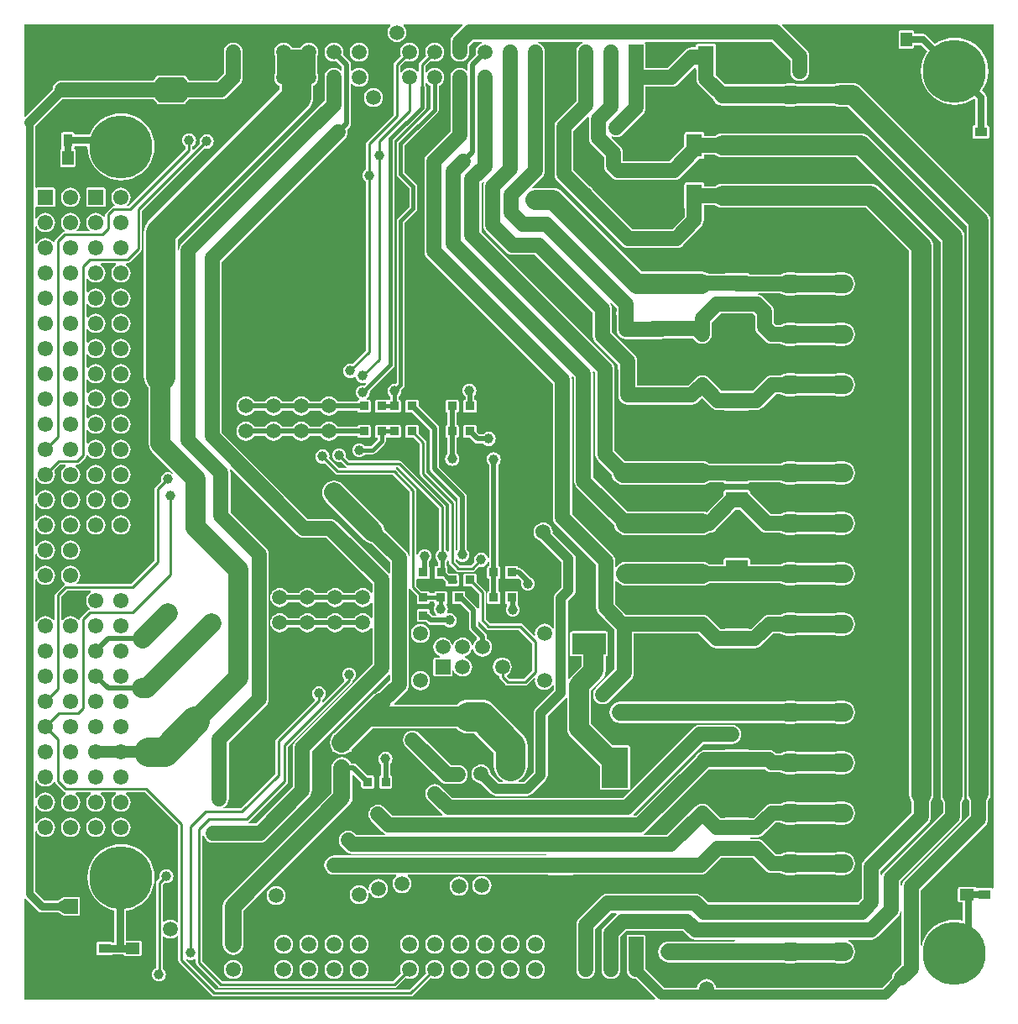
<source format=gbl>
G04 Layer_Physical_Order=2*
G04 Layer_Color=16711680*
%FSAX25Y25*%
%MOIN*%
G70*
G01*
G75*
%ADD12R,0.03543X0.03543*%
%ADD14C,0.07874*%
%ADD15C,0.01968*%
%ADD16C,0.05905*%
%ADD17C,0.03150*%
%ADD18C,0.11811*%
%ADD19C,0.04724*%
%ADD20C,0.03937*%
%ADD21C,0.06693*%
%ADD22C,0.01575*%
%ADD23C,0.01000*%
%ADD24C,0.05905*%
%ADD25R,0.05905X0.05905*%
%ADD26R,0.05905X0.05905*%
%ADD27C,0.25000*%
%ADD28O,0.09842X0.07480*%
%ADD29R,0.09842X0.07480*%
%ADD30R,0.06102X0.06102*%
%ADD31C,0.06102*%
%ADD32C,0.03937*%
%ADD33R,0.09055X0.06378*%
%ADD34R,0.05709X0.04528*%
%ADD35R,0.05118X0.03543*%
%ADD36R,0.04528X0.05709*%
%ADD37R,0.03543X0.05118*%
%ADD38R,0.06378X0.09055*%
%ADD39R,0.03543X0.03543*%
%ADD40C,0.02756*%
G36*
X0703000Y0350000D02*
X0689600D01*
Y0358386D01*
X0703000D01*
Y0350000D01*
D02*
G37*
G36*
X0498377Y0374675D02*
X0497686Y0374144D01*
X0497069Y0373340D01*
X0496681Y0372403D01*
X0496549Y0371398D01*
X0496681Y0370392D01*
X0497069Y0369455D01*
X0497686Y0368651D01*
X0498110Y0368325D01*
X0498027Y0367948D01*
X0497953Y0367816D01*
X0497493Y0367725D01*
X0497063Y0367437D01*
X0494563Y0364937D01*
X0494275Y0364507D01*
X0494174Y0364000D01*
Y0363695D01*
X0493675Y0363525D01*
X0493199Y0364144D01*
X0492395Y0364762D01*
X0491458Y0365150D01*
X0490453Y0365282D01*
X0489447Y0365150D01*
X0488511Y0364762D01*
X0487706Y0364144D01*
X0487325Y0363648D01*
X0486826Y0363818D01*
Y0372951D01*
X0489049Y0375174D01*
X0498247D01*
X0498377Y0374675D01*
D02*
G37*
G36*
X0580523Y0397323D02*
X0581307Y0396722D01*
X0582220Y0396344D01*
X0583200Y0396215D01*
X0591932D01*
X0610215Y0377932D01*
Y0374609D01*
X0610038Y0374521D01*
X0609715Y0374475D01*
X0609176Y0375177D01*
X0608393Y0375778D01*
X0607480Y0376156D01*
X0606500Y0376285D01*
X0605520Y0376156D01*
X0604607Y0375778D01*
X0603824Y0375177D01*
X0603222Y0374393D01*
X0603192Y0374319D01*
X0598808D01*
X0598778Y0374393D01*
X0598176Y0375177D01*
X0597393Y0375778D01*
X0596480Y0376156D01*
X0595500Y0376285D01*
X0594520Y0376156D01*
X0593607Y0375778D01*
X0592824Y0375177D01*
X0592222Y0374393D01*
X0592192Y0374319D01*
X0587808D01*
X0587778Y0374393D01*
X0587177Y0375177D01*
X0586393Y0375778D01*
X0585480Y0376156D01*
X0584500Y0376285D01*
X0583520Y0376156D01*
X0582607Y0375778D01*
X0581823Y0375177D01*
X0581222Y0374393D01*
X0581192Y0374319D01*
X0576808D01*
X0576778Y0374393D01*
X0576177Y0375177D01*
X0575393Y0375778D01*
X0574480Y0376156D01*
X0573500Y0376285D01*
X0572520Y0376156D01*
X0571607Y0375778D01*
X0570823Y0375177D01*
X0570222Y0374393D01*
X0569844Y0373480D01*
X0569715Y0372500D01*
X0569844Y0371520D01*
X0570222Y0370607D01*
X0570823Y0369824D01*
X0571607Y0369222D01*
X0572520Y0368844D01*
X0573500Y0368715D01*
X0574480Y0368844D01*
X0575393Y0369222D01*
X0576177Y0369824D01*
X0576778Y0370607D01*
X0576808Y0370681D01*
X0581192D01*
X0581222Y0370607D01*
X0581823Y0369824D01*
X0582607Y0369222D01*
X0583520Y0368844D01*
X0584500Y0368715D01*
X0585480Y0368844D01*
X0586393Y0369222D01*
X0587177Y0369824D01*
X0587778Y0370607D01*
X0587808Y0370681D01*
X0592192D01*
X0592222Y0370607D01*
X0592824Y0369824D01*
X0593607Y0369222D01*
X0594520Y0368844D01*
X0595500Y0368715D01*
X0596480Y0368844D01*
X0597393Y0369222D01*
X0598176Y0369824D01*
X0598778Y0370607D01*
X0598808Y0370681D01*
X0603192D01*
X0603222Y0370607D01*
X0603824Y0369824D01*
X0604607Y0369222D01*
X0605520Y0368844D01*
X0606500Y0368715D01*
X0607480Y0368844D01*
X0608393Y0369222D01*
X0609176Y0369824D01*
X0609715Y0370525D01*
X0610038Y0370479D01*
X0610215Y0370391D01*
Y0364609D01*
X0610038Y0364522D01*
X0609715Y0364475D01*
X0609176Y0365177D01*
X0608393Y0365778D01*
X0607480Y0366156D01*
X0606500Y0366285D01*
X0605520Y0366156D01*
X0604607Y0365778D01*
X0603824Y0365177D01*
X0603222Y0364393D01*
X0603192Y0364319D01*
X0598808D01*
X0598778Y0364393D01*
X0598176Y0365177D01*
X0597393Y0365778D01*
X0596480Y0366156D01*
X0595500Y0366285D01*
X0594520Y0366156D01*
X0593607Y0365778D01*
X0592824Y0365177D01*
X0592222Y0364393D01*
X0592192Y0364319D01*
X0587808D01*
X0587778Y0364393D01*
X0587177Y0365177D01*
X0586393Y0365778D01*
X0585480Y0366156D01*
X0584500Y0366285D01*
X0583520Y0366156D01*
X0582607Y0365778D01*
X0581823Y0365177D01*
X0581222Y0364393D01*
X0581192Y0364319D01*
X0576808D01*
X0576778Y0364393D01*
X0576177Y0365177D01*
X0575393Y0365778D01*
X0574480Y0366156D01*
X0573500Y0366285D01*
X0572520Y0366156D01*
X0571607Y0365778D01*
X0570823Y0365177D01*
X0570222Y0364393D01*
X0569844Y0363480D01*
X0569715Y0362500D01*
X0569844Y0361520D01*
X0570222Y0360607D01*
X0570823Y0359823D01*
X0571607Y0359222D01*
X0572520Y0358844D01*
X0573500Y0358715D01*
X0574480Y0358844D01*
X0575393Y0359222D01*
X0576177Y0359823D01*
X0576778Y0360607D01*
X0576808Y0360681D01*
X0581192D01*
X0581222Y0360607D01*
X0581823Y0359823D01*
X0582607Y0359222D01*
X0583520Y0358844D01*
X0584500Y0358715D01*
X0585480Y0358844D01*
X0586393Y0359222D01*
X0587177Y0359823D01*
X0587778Y0360607D01*
X0587808Y0360681D01*
X0592192D01*
X0592222Y0360607D01*
X0592824Y0359823D01*
X0593607Y0359222D01*
X0594520Y0358844D01*
X0595500Y0358715D01*
X0596480Y0358844D01*
X0597393Y0359222D01*
X0598176Y0359823D01*
X0598778Y0360607D01*
X0598808Y0360681D01*
X0603192D01*
X0603222Y0360607D01*
X0603824Y0359823D01*
X0604607Y0359222D01*
X0605520Y0358844D01*
X0606500Y0358715D01*
X0607480Y0358844D01*
X0608393Y0359222D01*
X0609176Y0359823D01*
X0609715Y0360525D01*
X0610038Y0360478D01*
X0610215Y0360391D01*
Y0346068D01*
X0579823Y0315676D01*
X0579222Y0314893D01*
X0578844Y0313980D01*
X0578715Y0313000D01*
Y0297568D01*
X0564032Y0282885D01*
X0561323D01*
X0561171Y0283385D01*
X0561437Y0283563D01*
X0576437Y0298563D01*
X0576725Y0298993D01*
X0576826Y0299500D01*
Y0313451D01*
X0601937Y0338563D01*
X0602225Y0338993D01*
X0602325Y0339500D01*
Y0339552D01*
X0602396Y0339582D01*
X0602975Y0340025D01*
X0603418Y0340604D01*
X0603697Y0341277D01*
X0603792Y0342000D01*
X0603697Y0342723D01*
X0603418Y0343396D01*
X0602975Y0343974D01*
X0602396Y0344418D01*
X0601723Y0344697D01*
X0601000Y0344792D01*
X0600277Y0344697D01*
X0599604Y0344418D01*
X0599025Y0343974D01*
X0598582Y0343396D01*
X0598303Y0342723D01*
X0598208Y0342000D01*
X0598303Y0341277D01*
X0598582Y0340604D01*
X0599025Y0340025D01*
X0599079Y0339985D01*
X0599111Y0339486D01*
X0590763Y0331138D01*
X0590302Y0331384D01*
X0590325Y0331500D01*
Y0332052D01*
X0590396Y0332082D01*
X0590975Y0332525D01*
X0591418Y0333104D01*
X0591697Y0333777D01*
X0591792Y0334500D01*
X0591697Y0335223D01*
X0591418Y0335896D01*
X0590975Y0336474D01*
X0590396Y0336918D01*
X0589723Y0337197D01*
X0589000Y0337292D01*
X0588277Y0337197D01*
X0587604Y0336918D01*
X0587025Y0336474D01*
X0586582Y0335896D01*
X0586303Y0335223D01*
X0586208Y0334500D01*
X0586303Y0333777D01*
X0586582Y0333104D01*
X0587025Y0332525D01*
X0587262Y0332344D01*
X0587308Y0331683D01*
X0572063Y0316437D01*
X0571775Y0316007D01*
X0571674Y0315500D01*
Y0302549D01*
X0557951Y0288825D01*
X0551259D01*
X0551160Y0289325D01*
X0551393Y0289422D01*
X0552177Y0290023D01*
X0552778Y0290807D01*
X0553156Y0291720D01*
X0553285Y0292700D01*
Y0314832D01*
X0567977Y0329523D01*
X0568578Y0330307D01*
X0568956Y0331220D01*
X0569085Y0332200D01*
Y0389800D01*
X0568956Y0390780D01*
X0568578Y0391693D01*
X0567977Y0392477D01*
X0553985Y0406468D01*
Y0422100D01*
X0553856Y0423080D01*
X0553712Y0423428D01*
X0554136Y0423711D01*
X0580523Y0397323D01*
D02*
G37*
G36*
X0711800Y0297000D02*
X0701400D01*
Y0313100D01*
X0711800D01*
Y0297000D01*
D02*
G37*
G36*
X0493300Y0247000D02*
X0488000D01*
X0483000Y0250000D01*
X0488000Y0253000D01*
X0493300D01*
Y0247000D01*
D02*
G37*
G36*
X0738806Y0582746D02*
Y0582512D01*
X0738869Y0582200D01*
X0739026Y0581964D01*
Y0578433D01*
X0739155Y0577453D01*
X0739533Y0576541D01*
X0740134Y0575757D01*
X0745368Y0570524D01*
X0745622Y0569909D01*
X0746287Y0569043D01*
X0747153Y0568378D01*
X0748162Y0567960D01*
X0749244Y0567818D01*
X0773296D01*
X0773878Y0567577D01*
X0775063Y0567421D01*
X0777425D01*
X0778610Y0567577D01*
X0779192Y0567818D01*
X0793296D01*
X0793878Y0567577D01*
X0794855Y0567448D01*
X0795008Y0567385D01*
X0796244Y0567222D01*
X0799121D01*
X0846222Y0520121D01*
Y0294700D01*
X0846385Y0293463D01*
X0846862Y0292311D01*
X0847215Y0291851D01*
Y0286168D01*
X0821624Y0260577D01*
X0821022Y0259793D01*
X0820644Y0258880D01*
X0820585Y0258434D01*
X0820085Y0258466D01*
Y0259832D01*
X0843377Y0283123D01*
X0843978Y0283907D01*
X0844356Y0284820D01*
X0844485Y0285800D01*
Y0291151D01*
X0844838Y0291611D01*
X0845315Y0292763D01*
X0845478Y0294000D01*
Y0515700D01*
X0845315Y0516937D01*
X0844838Y0518089D01*
X0844079Y0519078D01*
X0807778Y0555378D01*
X0806789Y0556138D01*
X0806114Y0556417D01*
X0805637Y0556615D01*
X0804400Y0556778D01*
X0749244D01*
X0748007Y0556615D01*
X0746855Y0556138D01*
X0746396Y0555785D01*
X0742194D01*
Y0556488D01*
X0742132Y0556800D01*
X0741955Y0557065D01*
X0741690Y0557242D01*
X0741378Y0557304D01*
X0735000D01*
X0734688Y0557242D01*
X0734423Y0557065D01*
X0734246Y0556800D01*
X0734184Y0556488D01*
Y0551537D01*
X0728432Y0545785D01*
X0709785D01*
Y0549000D01*
X0709656Y0549980D01*
X0709278Y0550893D01*
X0708676Y0551677D01*
X0705218Y0555135D01*
X0705501Y0555559D01*
X0706020Y0555344D01*
X0707000Y0555215D01*
X0707980Y0555344D01*
X0708893Y0555722D01*
X0709677Y0556323D01*
X0717676Y0564324D01*
X0718278Y0565107D01*
X0718656Y0566020D01*
X0718785Y0567000D01*
Y0575215D01*
X0729000D01*
X0729980Y0575344D01*
X0730893Y0575722D01*
X0731676Y0576324D01*
X0738306Y0582953D01*
X0738806Y0582746D01*
D02*
G37*
G36*
X0696314Y0563154D02*
X0696215Y0562400D01*
Y0555000D01*
X0696344Y0554020D01*
X0696722Y0553107D01*
X0697324Y0552323D01*
X0702215Y0547432D01*
Y0544000D01*
X0702344Y0543020D01*
X0702722Y0542107D01*
X0703324Y0541324D01*
X0705324Y0539324D01*
X0706107Y0538722D01*
X0707020Y0538344D01*
X0708000Y0538215D01*
X0730000D01*
X0730980Y0538344D01*
X0731893Y0538722D01*
X0732677Y0539324D01*
X0739970Y0546617D01*
X0741378D01*
X0741690Y0546679D01*
X0741955Y0546856D01*
X0742132Y0547121D01*
X0742194Y0547433D01*
Y0548215D01*
X0746396D01*
X0746855Y0547862D01*
X0748007Y0547385D01*
X0749244Y0547222D01*
X0802421D01*
X0835922Y0513721D01*
Y0294000D01*
X0836085Y0292763D01*
X0836562Y0291611D01*
X0836915Y0291151D01*
Y0287368D01*
X0813624Y0264076D01*
X0813022Y0263293D01*
X0812685Y0262479D01*
X0812185Y0262579D01*
Y0264132D01*
X0830976Y0282924D01*
X0831578Y0283707D01*
X0831956Y0284620D01*
X0832085Y0285600D01*
Y0291551D01*
X0832438Y0292011D01*
X0832915Y0293163D01*
X0833078Y0294400D01*
Y0511900D01*
X0832915Y0513137D01*
X0832717Y0513614D01*
X0832438Y0514289D01*
X0831678Y0515278D01*
X0811578Y0535379D01*
X0810589Y0536138D01*
X0809914Y0536417D01*
X0809436Y0536615D01*
X0808200Y0536778D01*
X0749244D01*
X0748008Y0536615D01*
X0746855Y0536138D01*
X0746395Y0535785D01*
X0742194D01*
Y0536488D01*
X0742132Y0536800D01*
X0741955Y0537065D01*
X0741690Y0537242D01*
X0741378Y0537304D01*
X0735000D01*
X0734688Y0537242D01*
X0734423Y0537065D01*
X0734246Y0536800D01*
X0734184Y0536488D01*
Y0527433D01*
X0734246Y0527121D01*
X0734404Y0526885D01*
Y0523757D01*
X0729432Y0518785D01*
X0713568D01*
X0697606Y0534747D01*
X0697276Y0535177D01*
X0696847Y0535506D01*
X0690185Y0542168D01*
Y0557732D01*
X0695841Y0563388D01*
X0696314Y0563154D01*
D02*
G37*
G36*
X0646147Y0599500D02*
X0642323Y0595677D01*
X0641722Y0594893D01*
X0641344Y0593980D01*
X0641215Y0593000D01*
Y0589000D01*
X0641344Y0588020D01*
X0641722Y0587107D01*
X0642323Y0586323D01*
X0643107Y0585722D01*
X0644020Y0585344D01*
X0645000Y0585215D01*
X0645980Y0585344D01*
X0646893Y0585722D01*
X0647677Y0586323D01*
X0648278Y0587107D01*
X0648656Y0588020D01*
X0648785Y0589000D01*
Y0591432D01*
X0650468Y0593115D01*
X0653821D01*
X0653921Y0592615D01*
X0653107Y0592278D01*
X0652323Y0591677D01*
X0651722Y0590893D01*
X0651344Y0589980D01*
X0651215Y0589000D01*
X0651344Y0588020D01*
X0651374Y0587947D01*
X0648614Y0585186D01*
X0648219Y0584596D01*
X0648081Y0583900D01*
X0648081Y0583900D01*
Y0581900D01*
X0647581Y0581750D01*
X0646893Y0582278D01*
X0645980Y0582656D01*
X0645000Y0582785D01*
X0644020Y0582656D01*
X0643107Y0582278D01*
X0642323Y0581676D01*
X0641722Y0580893D01*
X0641344Y0579980D01*
X0641215Y0579000D01*
Y0557568D01*
X0632023Y0548377D01*
X0631422Y0547593D01*
X0631044Y0546680D01*
X0630915Y0545700D01*
Y0510000D01*
X0631044Y0509020D01*
X0631422Y0508107D01*
X0632023Y0507324D01*
X0682015Y0457332D01*
Y0404200D01*
X0682144Y0403220D01*
X0682522Y0402307D01*
X0683123Y0401523D01*
X0699115Y0385532D01*
Y0368500D01*
X0699244Y0367520D01*
X0699622Y0366607D01*
X0700223Y0365824D01*
X0706515Y0359532D01*
Y0344168D01*
X0699000Y0336653D01*
X0698398Y0335869D01*
X0698177Y0335334D01*
X0698020Y0334956D01*
X0697891Y0333977D01*
X0698020Y0332997D01*
X0698177Y0332619D01*
X0698398Y0332084D01*
X0699000Y0331300D01*
X0699784Y0330698D01*
X0700319Y0330477D01*
X0700697Y0330320D01*
X0701677Y0330191D01*
X0702656Y0330320D01*
X0703034Y0330477D01*
X0703569Y0330698D01*
X0704353Y0331300D01*
X0712977Y0339924D01*
X0713578Y0340707D01*
X0713956Y0341620D01*
X0714085Y0342600D01*
Y0358215D01*
X0739676D01*
X0744379Y0353513D01*
X0745163Y0352911D01*
X0746075Y0352533D01*
X0747055Y0352404D01*
X0749964D01*
X0750200Y0352246D01*
X0750512Y0352184D01*
X0759567D01*
X0759879Y0352246D01*
X0760115Y0352404D01*
X0762189D01*
X0763169Y0352533D01*
X0764081Y0352911D01*
X0764865Y0353513D01*
X0769568Y0358215D01*
X0772538D01*
X0772773Y0358034D01*
X0773878Y0357577D01*
X0775063Y0357421D01*
X0777425D01*
X0778610Y0357577D01*
X0779192Y0357818D01*
X0793296D01*
X0793878Y0357577D01*
X0795063Y0357421D01*
X0797425D01*
X0798610Y0357577D01*
X0799715Y0358034D01*
X0800663Y0358762D01*
X0801391Y0359710D01*
X0801849Y0360815D01*
X0802005Y0362000D01*
X0801849Y0363185D01*
X0801391Y0364290D01*
X0800663Y0365238D01*
X0799715Y0365966D01*
X0798610Y0366423D01*
X0797425Y0366579D01*
X0795063D01*
X0793878Y0366423D01*
X0793296Y0366182D01*
X0779192D01*
X0778610Y0366423D01*
X0777425Y0366579D01*
X0775063D01*
X0773878Y0366423D01*
X0772773Y0365966D01*
X0772538Y0365785D01*
X0768000D01*
X0767020Y0365656D01*
X0766107Y0365278D01*
X0765323Y0364676D01*
X0760621Y0359974D01*
X0760115D01*
X0759879Y0360132D01*
X0759567Y0360194D01*
X0750512D01*
X0750200Y0360132D01*
X0749964Y0359974D01*
X0748623D01*
X0743921Y0364676D01*
X0743137Y0365278D01*
X0742224Y0365656D01*
X0741244Y0365785D01*
X0710968D01*
X0706685Y0370068D01*
Y0379021D01*
X0707185Y0379190D01*
X0707621Y0378622D01*
X0708611Y0377862D01*
X0709763Y0377385D01*
X0711000Y0377222D01*
X0741244D01*
X0742481Y0377385D01*
X0743633Y0377862D01*
X0744093Y0378215D01*
X0757228D01*
X0757229Y0378215D01*
X0772538D01*
X0772773Y0378034D01*
X0773878Y0377577D01*
X0775063Y0377421D01*
X0777425D01*
X0778610Y0377577D01*
X0779192Y0377818D01*
X0793296D01*
X0793878Y0377577D01*
X0795063Y0377421D01*
X0797425D01*
X0798610Y0377577D01*
X0799715Y0378034D01*
X0800663Y0378762D01*
X0801391Y0379711D01*
X0801849Y0380815D01*
X0802005Y0382000D01*
X0801849Y0383185D01*
X0801391Y0384290D01*
X0800663Y0385238D01*
X0799715Y0385966D01*
X0798610Y0386423D01*
X0797425Y0386579D01*
X0795063D01*
X0793878Y0386423D01*
X0793296Y0386182D01*
X0779192D01*
X0778610Y0386423D01*
X0777425Y0386579D01*
X0775063D01*
X0773878Y0386423D01*
X0772773Y0385966D01*
X0772538Y0385785D01*
X0760383D01*
Y0387378D01*
X0760321Y0387690D01*
X0760144Y0387955D01*
X0759879Y0388131D01*
X0759567Y0388194D01*
X0750512D01*
X0750200Y0388131D01*
X0749935Y0387955D01*
X0749758Y0387690D01*
X0749696Y0387378D01*
Y0385785D01*
X0744093D01*
X0743633Y0386138D01*
X0742481Y0386615D01*
X0741244Y0386778D01*
X0711000D01*
X0709763Y0386615D01*
X0708611Y0386138D01*
X0707621Y0385379D01*
X0707185Y0384810D01*
X0706685Y0384980D01*
Y0387100D01*
X0706556Y0388080D01*
X0706178Y0388993D01*
X0705577Y0389776D01*
X0689585Y0405768D01*
Y0458900D01*
X0689456Y0459880D01*
X0689453Y0459887D01*
X0689877Y0460170D01*
X0690415Y0459632D01*
Y0418800D01*
X0690544Y0417820D01*
X0690922Y0416907D01*
X0691524Y0416123D01*
X0706309Y0401338D01*
X0706385Y0400763D01*
X0706862Y0399611D01*
X0707621Y0398622D01*
X0708611Y0397862D01*
X0709763Y0397385D01*
X0711000Y0397222D01*
X0741244D01*
X0742481Y0397385D01*
X0743633Y0397862D01*
X0744112Y0398230D01*
X0744980Y0398344D01*
X0745893Y0398722D01*
X0746676Y0399324D01*
X0754537Y0407184D01*
X0756463D01*
X0764324Y0399324D01*
X0765107Y0398722D01*
X0766020Y0398344D01*
X0767000Y0398215D01*
X0772538D01*
X0772773Y0398034D01*
X0773878Y0397577D01*
X0775063Y0397421D01*
X0777425D01*
X0778610Y0397577D01*
X0779192Y0397818D01*
X0793296D01*
X0793878Y0397577D01*
X0795063Y0397421D01*
X0797425D01*
X0798610Y0397577D01*
X0799715Y0398034D01*
X0800663Y0398762D01*
X0801391Y0399710D01*
X0801849Y0400815D01*
X0802005Y0402000D01*
X0801849Y0403185D01*
X0801391Y0404290D01*
X0800663Y0405238D01*
X0799715Y0405966D01*
X0798610Y0406423D01*
X0797425Y0406579D01*
X0795063D01*
X0793878Y0406423D01*
X0793296Y0406182D01*
X0779192D01*
X0778610Y0406423D01*
X0777425Y0406579D01*
X0775063D01*
X0773878Y0406423D01*
X0772773Y0405966D01*
X0772538Y0405785D01*
X0768568D01*
X0760488Y0413866D01*
X0760383Y0413946D01*
Y0414378D01*
X0760321Y0414690D01*
X0760144Y0414955D01*
X0759879Y0415132D01*
X0759567Y0415194D01*
X0750512D01*
X0750200Y0415132D01*
X0749935Y0414955D01*
X0749758Y0414690D01*
X0749696Y0414378D01*
Y0413049D01*
X0743033Y0406386D01*
X0742481Y0406615D01*
X0741244Y0406778D01*
X0711575D01*
X0697985Y0420368D01*
Y0461200D01*
X0697871Y0462069D01*
X0698165Y0462280D01*
X0698318Y0462329D01*
X0698815Y0461832D01*
Y0429400D01*
X0698944Y0428420D01*
X0699322Y0427507D01*
X0699924Y0426723D01*
X0705309Y0421338D01*
X0705385Y0420763D01*
X0705862Y0419611D01*
X0706622Y0418621D01*
X0707611Y0417862D01*
X0708763Y0417385D01*
X0710000Y0417222D01*
X0741244D01*
X0742481Y0417385D01*
X0743633Y0417862D01*
X0744093Y0418215D01*
X0749743D01*
X0749856Y0418045D01*
X0750121Y0417869D01*
X0750433Y0417806D01*
X0759488D01*
X0759800Y0417869D01*
X0760065Y0418045D01*
X0760178Y0418215D01*
X0772538D01*
X0772773Y0418034D01*
X0773878Y0417577D01*
X0775063Y0417421D01*
X0777425D01*
X0778610Y0417577D01*
X0779192Y0417818D01*
X0793296D01*
X0793878Y0417577D01*
X0795063Y0417421D01*
X0797425D01*
X0798610Y0417577D01*
X0799715Y0418034D01*
X0800663Y0418762D01*
X0801391Y0419710D01*
X0801849Y0420815D01*
X0802005Y0422000D01*
X0801849Y0423185D01*
X0801391Y0424290D01*
X0800663Y0425238D01*
X0799715Y0425966D01*
X0798610Y0426423D01*
X0797425Y0426579D01*
X0795063D01*
X0793878Y0426423D01*
X0793296Y0426182D01*
X0779192D01*
X0778610Y0426423D01*
X0777425Y0426579D01*
X0775063D01*
X0773878Y0426423D01*
X0772773Y0425966D01*
X0772538Y0425785D01*
X0759642D01*
X0759488Y0425816D01*
X0750433D01*
X0750280Y0425785D01*
X0744093D01*
X0743633Y0426138D01*
X0742481Y0426615D01*
X0741244Y0426778D01*
X0710575D01*
X0706385Y0430968D01*
Y0463400D01*
X0706256Y0464380D01*
X0705878Y0465293D01*
X0705276Y0466077D01*
X0653585Y0517768D01*
Y0537032D01*
X0654206Y0537653D01*
X0654630Y0537369D01*
X0654344Y0536680D01*
X0654215Y0535700D01*
Y0520400D01*
X0654344Y0519420D01*
X0654722Y0518507D01*
X0655324Y0517724D01*
X0663323Y0509724D01*
X0664107Y0509122D01*
X0665020Y0508744D01*
X0666000Y0508615D01*
X0674732D01*
X0697815Y0485532D01*
Y0476200D01*
X0697944Y0475220D01*
X0698322Y0474307D01*
X0698923Y0473524D01*
X0707815Y0464632D01*
Y0463300D01*
X0707915Y0462540D01*
Y0452900D01*
X0708044Y0451920D01*
X0708422Y0451007D01*
X0709024Y0450223D01*
X0709807Y0449622D01*
X0710720Y0449244D01*
X0711700Y0449115D01*
X0737144D01*
X0738124Y0449244D01*
X0739037Y0449622D01*
X0739821Y0450223D01*
X0741244Y0451647D01*
X0744757Y0448135D01*
X0745541Y0447533D01*
X0746453Y0447155D01*
X0747433Y0447026D01*
X0749885D01*
X0750121Y0446869D01*
X0750433Y0446806D01*
X0759488D01*
X0759800Y0446869D01*
X0760036Y0447026D01*
X0762811D01*
X0763791Y0447155D01*
X0764704Y0447533D01*
X0765487Y0448135D01*
X0770568Y0453215D01*
X0772538D01*
X0772773Y0453034D01*
X0773878Y0452577D01*
X0775063Y0452421D01*
X0777425D01*
X0778610Y0452577D01*
X0779192Y0452818D01*
X0793296D01*
X0793878Y0452577D01*
X0795063Y0452421D01*
X0797425D01*
X0798610Y0452577D01*
X0799715Y0453034D01*
X0800663Y0453762D01*
X0801391Y0454710D01*
X0801849Y0455815D01*
X0802005Y0457000D01*
X0801849Y0458185D01*
X0801391Y0459290D01*
X0800663Y0460238D01*
X0799715Y0460966D01*
X0798610Y0461423D01*
X0797425Y0461580D01*
X0795063D01*
X0793878Y0461423D01*
X0793296Y0461182D01*
X0779192D01*
X0778610Y0461423D01*
X0777425Y0461580D01*
X0775063D01*
X0773878Y0461423D01*
X0772773Y0460966D01*
X0772538Y0460785D01*
X0769000D01*
X0768020Y0460656D01*
X0767108Y0460278D01*
X0766324Y0459677D01*
X0761243Y0454596D01*
X0760036D01*
X0759800Y0454754D01*
X0759488Y0454816D01*
X0750433D01*
X0750121Y0454754D01*
X0749885Y0454596D01*
X0749001D01*
X0743921Y0459677D01*
X0743137Y0460278D01*
X0742224Y0460656D01*
X0741244Y0460785D01*
X0740264Y0460656D01*
X0739352Y0460278D01*
X0738568Y0459677D01*
X0735576Y0456685D01*
X0715485D01*
Y0463200D01*
X0715385Y0463960D01*
Y0466200D01*
X0715256Y0467180D01*
X0714878Y0468093D01*
X0714277Y0468877D01*
X0705385Y0477768D01*
Y0487100D01*
X0705256Y0488080D01*
X0704878Y0488993D01*
X0704649Y0489291D01*
X0705026Y0489621D01*
X0707307Y0487340D01*
Y0486333D01*
X0707244Y0486180D01*
X0707115Y0485200D01*
X0707244Y0484220D01*
X0707307Y0484067D01*
Y0478893D01*
X0707436Y0477913D01*
X0707815Y0477000D01*
X0708416Y0476216D01*
X0709200Y0475615D01*
X0710113Y0475236D01*
X0711093Y0475107D01*
X0724987D01*
X0725571Y0475184D01*
X0729811D01*
X0730123Y0475246D01*
X0730359Y0475404D01*
X0737487D01*
X0738568Y0474324D01*
X0739352Y0473722D01*
X0740264Y0473344D01*
X0741244Y0473215D01*
X0742224Y0473344D01*
X0743137Y0473722D01*
X0743921Y0474324D01*
X0744522Y0475107D01*
X0744900Y0476020D01*
X0745029Y0477000D01*
Y0481676D01*
X0748568Y0485215D01*
X0761432D01*
X0762215Y0484432D01*
Y0480000D01*
X0762344Y0479020D01*
X0762722Y0478107D01*
X0763323Y0477323D01*
X0766324Y0474324D01*
X0767107Y0473722D01*
X0768020Y0473344D01*
X0769000Y0473215D01*
X0772538D01*
X0772773Y0473034D01*
X0773878Y0472577D01*
X0775063Y0472421D01*
X0777425D01*
X0778610Y0472577D01*
X0779192Y0472818D01*
X0793296D01*
X0793878Y0472577D01*
X0795063Y0472421D01*
X0797425D01*
X0798610Y0472577D01*
X0799715Y0473034D01*
X0800663Y0473762D01*
X0801391Y0474710D01*
X0801849Y0475815D01*
X0802005Y0477000D01*
X0801849Y0478185D01*
X0801391Y0479290D01*
X0800663Y0480238D01*
X0799715Y0480966D01*
X0798610Y0481423D01*
X0797425Y0481579D01*
X0795063D01*
X0793878Y0481423D01*
X0793296Y0481182D01*
X0779192D01*
X0778610Y0481423D01*
X0777425Y0481579D01*
X0775063D01*
X0773878Y0481423D01*
X0772773Y0480966D01*
X0772538Y0480785D01*
X0770568D01*
X0769785Y0481568D01*
Y0486000D01*
X0769656Y0486980D01*
X0769278Y0487893D01*
X0768677Y0488677D01*
X0765676Y0491677D01*
X0764893Y0492278D01*
X0763980Y0492656D01*
X0763534Y0492715D01*
X0763566Y0493215D01*
X0772538D01*
X0772773Y0493034D01*
X0773878Y0492577D01*
X0775063Y0492421D01*
X0777425D01*
X0778610Y0492577D01*
X0779192Y0492818D01*
X0793296D01*
X0793878Y0492577D01*
X0795063Y0492421D01*
X0797425D01*
X0798610Y0492577D01*
X0799715Y0493034D01*
X0800663Y0493762D01*
X0801391Y0494710D01*
X0801849Y0495815D01*
X0802005Y0497000D01*
X0801849Y0498185D01*
X0801391Y0499290D01*
X0800663Y0500238D01*
X0799715Y0500966D01*
X0798610Y0501423D01*
X0797425Y0501579D01*
X0795063D01*
X0793878Y0501423D01*
X0793296Y0501182D01*
X0779192D01*
X0778610Y0501423D01*
X0777425Y0501579D01*
X0775063D01*
X0773878Y0501423D01*
X0772773Y0500966D01*
X0772538Y0500785D01*
X0760257D01*
X0760144Y0500955D01*
X0759879Y0501131D01*
X0759567Y0501194D01*
X0750512D01*
X0750200Y0501131D01*
X0749964Y0500974D01*
X0743877D01*
X0743533Y0501238D01*
X0742381Y0501715D01*
X0741144Y0501878D01*
X0717379D01*
X0685578Y0533678D01*
X0684589Y0534438D01*
X0683914Y0534717D01*
X0683437Y0534915D01*
X0682200Y0535078D01*
X0675100D01*
X0673992Y0534932D01*
X0673717Y0535364D01*
X0677676Y0539324D01*
X0678278Y0540107D01*
X0678656Y0541020D01*
X0678785Y0542000D01*
Y0579000D01*
Y0589000D01*
X0678656Y0589980D01*
X0678278Y0590893D01*
X0677676Y0591677D01*
X0676893Y0592278D01*
X0676079Y0592615D01*
X0676179Y0593115D01*
X0693821D01*
X0693921Y0592615D01*
X0693107Y0592278D01*
X0692323Y0591677D01*
X0691722Y0590893D01*
X0691344Y0589980D01*
X0691215Y0589000D01*
Y0579000D01*
Y0569468D01*
X0683723Y0561976D01*
X0683122Y0561193D01*
X0682744Y0560280D01*
X0682615Y0559300D01*
Y0540600D01*
X0682744Y0539620D01*
X0683122Y0538707D01*
X0683723Y0537923D01*
X0709324Y0512324D01*
X0710107Y0511722D01*
X0711020Y0511344D01*
X0712000Y0511215D01*
X0731000D01*
X0731980Y0511344D01*
X0732893Y0511722D01*
X0733676Y0512324D01*
X0740866Y0519513D01*
X0741467Y0520296D01*
X0741845Y0521209D01*
X0741974Y0522189D01*
Y0526885D01*
X0742132Y0527121D01*
X0742194Y0527433D01*
Y0528215D01*
X0746396D01*
X0746855Y0527862D01*
X0748008Y0527385D01*
X0749244Y0527222D01*
X0806221D01*
X0823522Y0509921D01*
Y0294400D01*
X0823685Y0293163D01*
X0824162Y0292011D01*
X0824515Y0291551D01*
Y0287168D01*
X0805723Y0268376D01*
X0805122Y0267593D01*
X0804744Y0266680D01*
X0804615Y0265700D01*
Y0253168D01*
X0803038Y0251591D01*
X0743562D01*
X0741277Y0253876D01*
X0740493Y0254478D01*
X0739580Y0254856D01*
X0738600Y0254985D01*
X0703700D01*
X0702720Y0254856D01*
X0701807Y0254478D01*
X0701023Y0253876D01*
X0692323Y0245177D01*
X0691722Y0244393D01*
X0691344Y0243480D01*
X0691215Y0242500D01*
Y0235000D01*
Y0225000D01*
X0691344Y0224020D01*
X0691722Y0223107D01*
X0692323Y0222323D01*
X0693107Y0221722D01*
X0694020Y0221344D01*
X0695000Y0221215D01*
X0695980Y0221344D01*
X0696893Y0221722D01*
X0697677Y0222323D01*
X0698278Y0223107D01*
X0698656Y0224020D01*
X0698785Y0225000D01*
Y0235000D01*
Y0240932D01*
X0705268Y0247415D01*
X0707064D01*
X0707234Y0246915D01*
X0706923Y0246676D01*
X0702323Y0242076D01*
X0701722Y0241293D01*
X0701344Y0240380D01*
X0701215Y0239400D01*
Y0235000D01*
Y0225000D01*
X0701344Y0224020D01*
X0701722Y0223107D01*
X0702323Y0222323D01*
X0703107Y0221722D01*
X0704020Y0221344D01*
X0705000Y0221215D01*
X0705980Y0221344D01*
X0706893Y0221722D01*
X0707677Y0222323D01*
X0708278Y0223107D01*
X0708656Y0224020D01*
X0708785Y0225000D01*
Y0235000D01*
Y0237832D01*
X0711168Y0240215D01*
X0733532D01*
X0735923Y0237824D01*
X0736707Y0237222D01*
X0737620Y0236844D01*
X0738600Y0236715D01*
X0754356D01*
X0754388Y0236215D01*
X0753818Y0236140D01*
X0753679Y0236082D01*
X0728000D01*
X0726918Y0235940D01*
X0725909Y0235522D01*
X0725043Y0234857D01*
X0724378Y0233991D01*
X0723960Y0232982D01*
X0723818Y0231900D01*
X0723960Y0230818D01*
X0724378Y0229809D01*
X0725043Y0228943D01*
X0725909Y0228278D01*
X0726918Y0227860D01*
X0728000Y0227718D01*
X0754700D01*
X0755460Y0227818D01*
X0773296D01*
X0773878Y0227577D01*
X0775063Y0227421D01*
X0777425D01*
X0778610Y0227577D01*
X0779192Y0227818D01*
X0793296D01*
X0793878Y0227577D01*
X0795063Y0227421D01*
X0797425D01*
X0798610Y0227577D01*
X0799715Y0228034D01*
X0800663Y0228762D01*
X0801391Y0229710D01*
X0801849Y0230815D01*
X0802005Y0232000D01*
X0801849Y0233185D01*
X0801391Y0234290D01*
X0800663Y0235238D01*
X0799715Y0235966D01*
X0799114Y0236215D01*
X0799213Y0236715D01*
X0808300D01*
X0809280Y0236844D01*
X0810193Y0237222D01*
X0810977Y0237824D01*
X0818976Y0245824D01*
X0819578Y0246607D01*
X0819956Y0247520D01*
X0820015Y0247966D01*
X0820515Y0247934D01*
Y0226968D01*
X0817723Y0224177D01*
X0817122Y0223393D01*
X0816744Y0222480D01*
X0816640Y0221689D01*
X0812743Y0217792D01*
X0746633D01*
X0746556Y0218380D01*
X0746178Y0219293D01*
X0745576Y0220076D01*
X0744793Y0220678D01*
X0743880Y0221056D01*
X0742900Y0221185D01*
X0741920Y0221056D01*
X0741007Y0220678D01*
X0740224Y0220076D01*
X0739622Y0219293D01*
X0739244Y0218380D01*
X0739166Y0217792D01*
X0726157D01*
X0718785Y0225164D01*
Y0235000D01*
X0718768Y0235127D01*
Y0237953D01*
X0718706Y0238265D01*
X0718530Y0238529D01*
X0718265Y0238706D01*
X0717953Y0238768D01*
X0715127D01*
X0715000Y0238785D01*
X0714873Y0238768D01*
X0712047D01*
X0711735Y0238706D01*
X0711471Y0238529D01*
X0711294Y0238265D01*
X0711232Y0237953D01*
Y0235127D01*
X0711215Y0235000D01*
Y0225000D01*
X0711344Y0224020D01*
X0711722Y0223107D01*
X0712324Y0222323D01*
X0713107Y0221722D01*
X0714020Y0221344D01*
X0714811Y0221240D01*
X0722551Y0213500D01*
X0722344Y0213000D01*
X0472000D01*
Y0252869D01*
X0472500Y0253076D01*
X0477288Y0248288D01*
X0478073Y0247763D01*
X0479000Y0247579D01*
X0485450D01*
X0487580Y0246301D01*
X0487637Y0246280D01*
X0487688Y0246246D01*
X0487786Y0246227D01*
X0487880Y0246193D01*
X0487941Y0246196D01*
X0488000Y0246184D01*
X0493300D01*
X0493612Y0246246D01*
X0493877Y0246423D01*
X0494054Y0246688D01*
X0494116Y0247000D01*
Y0253000D01*
X0494054Y0253312D01*
X0493877Y0253577D01*
X0493612Y0253754D01*
X0493300Y0253816D01*
X0488000D01*
X0487941Y0253804D01*
X0487880Y0253807D01*
X0487786Y0253773D01*
X0487688Y0253754D01*
X0487637Y0253720D01*
X0487580Y0253699D01*
X0485450Y0252421D01*
X0480003D01*
X0476421Y0256003D01*
Y0279760D01*
X0476921Y0279860D01*
X0477089Y0279455D01*
X0477706Y0278651D01*
X0478511Y0278034D01*
X0479447Y0277646D01*
X0480453Y0277513D01*
X0481458Y0277646D01*
X0482395Y0278034D01*
X0483199Y0278651D01*
X0483817Y0279455D01*
X0484205Y0280392D01*
X0484337Y0281398D01*
X0484205Y0282403D01*
X0483817Y0283340D01*
X0483199Y0284144D01*
X0482395Y0284762D01*
X0481458Y0285150D01*
X0480453Y0285282D01*
X0479447Y0285150D01*
X0478511Y0284762D01*
X0477706Y0284144D01*
X0477089Y0283340D01*
X0476921Y0282936D01*
X0476421Y0283035D01*
Y0289760D01*
X0476921Y0289860D01*
X0477089Y0289455D01*
X0477706Y0288651D01*
X0478511Y0288034D01*
X0479447Y0287646D01*
X0480453Y0287513D01*
X0481458Y0287646D01*
X0482395Y0288034D01*
X0483199Y0288651D01*
X0483817Y0289455D01*
X0484205Y0290392D01*
X0484337Y0291398D01*
X0484205Y0292403D01*
X0483817Y0293340D01*
X0483199Y0294144D01*
X0482395Y0294762D01*
X0481458Y0295150D01*
X0480453Y0295282D01*
X0479447Y0295150D01*
X0478511Y0294762D01*
X0477706Y0294144D01*
X0477089Y0293340D01*
X0476921Y0292936D01*
X0476421Y0293035D01*
Y0299760D01*
X0476921Y0299860D01*
X0477089Y0299455D01*
X0477706Y0298651D01*
X0478511Y0298034D01*
X0479447Y0297646D01*
X0480453Y0297513D01*
X0481458Y0297646D01*
X0482395Y0298034D01*
X0483199Y0298651D01*
X0483703Y0299307D01*
X0484231Y0299216D01*
X0484231Y0299216D01*
X0484275Y0298993D01*
X0484563Y0298563D01*
X0487563Y0295563D01*
X0487993Y0295275D01*
X0488308Y0295213D01*
X0488379Y0295055D01*
X0488412Y0294686D01*
X0487706Y0294144D01*
X0487089Y0293340D01*
X0486701Y0292403D01*
X0486568Y0291398D01*
X0486701Y0290392D01*
X0487089Y0289455D01*
X0487706Y0288651D01*
X0488511Y0288034D01*
X0489447Y0287646D01*
X0490453Y0287513D01*
X0491458Y0287646D01*
X0492395Y0288034D01*
X0493199Y0288651D01*
X0493817Y0289455D01*
X0494205Y0290392D01*
X0494337Y0291398D01*
X0494205Y0292403D01*
X0493817Y0293340D01*
X0493199Y0294144D01*
X0492509Y0294674D01*
X0492639Y0295175D01*
X0498247D01*
X0498377Y0294674D01*
X0497686Y0294144D01*
X0497069Y0293340D01*
X0496681Y0292403D01*
X0496549Y0291398D01*
X0496681Y0290392D01*
X0497069Y0289455D01*
X0497686Y0288651D01*
X0498491Y0288034D01*
X0499428Y0287646D01*
X0500433Y0287513D01*
X0501438Y0287646D01*
X0502375Y0288034D01*
X0503180Y0288651D01*
X0503797Y0289455D01*
X0504185Y0290392D01*
X0504318Y0291398D01*
X0504185Y0292403D01*
X0503797Y0293340D01*
X0503180Y0294144D01*
X0502489Y0294674D01*
X0502619Y0295175D01*
X0508247D01*
X0508377Y0294674D01*
X0507686Y0294144D01*
X0507069Y0293340D01*
X0506681Y0292403D01*
X0506549Y0291398D01*
X0506681Y0290392D01*
X0507069Y0289455D01*
X0507686Y0288651D01*
X0508491Y0288034D01*
X0509428Y0287646D01*
X0510433Y0287513D01*
X0511438Y0287646D01*
X0512375Y0288034D01*
X0513180Y0288651D01*
X0513797Y0289455D01*
X0514185Y0290392D01*
X0514318Y0291398D01*
X0514185Y0292403D01*
X0513797Y0293340D01*
X0513180Y0294144D01*
X0512489Y0294674D01*
X0512619Y0295175D01*
X0519951D01*
X0533175Y0281951D01*
Y0243805D01*
X0532701Y0243644D01*
X0532677Y0243676D01*
X0531893Y0244278D01*
X0530980Y0244656D01*
X0530000Y0244785D01*
X0529020Y0244656D01*
X0528107Y0244278D01*
X0527573Y0243868D01*
X0527073Y0244114D01*
Y0258698D01*
X0527706Y0259332D01*
X0527777Y0259303D01*
X0528500Y0259208D01*
X0529223Y0259303D01*
X0529896Y0259582D01*
X0530475Y0260026D01*
X0530918Y0260604D01*
X0531197Y0261277D01*
X0531292Y0262000D01*
X0531197Y0262723D01*
X0530918Y0263396D01*
X0530475Y0263974D01*
X0529896Y0264418D01*
X0529223Y0264697D01*
X0528500Y0264792D01*
X0527777Y0264697D01*
X0527104Y0264418D01*
X0526525Y0263974D01*
X0526082Y0263396D01*
X0525803Y0262723D01*
X0525708Y0262000D01*
X0525803Y0261277D01*
X0525832Y0261207D01*
X0524810Y0260185D01*
X0524523Y0259754D01*
X0524422Y0259247D01*
Y0225550D01*
X0524104Y0225418D01*
X0523525Y0224974D01*
X0523082Y0224396D01*
X0522803Y0223723D01*
X0522708Y0223000D01*
X0522803Y0222277D01*
X0523082Y0221604D01*
X0523525Y0221025D01*
X0524104Y0220582D01*
X0524777Y0220303D01*
X0525500Y0220208D01*
X0526223Y0220303D01*
X0526896Y0220582D01*
X0527474Y0221025D01*
X0527918Y0221604D01*
X0528197Y0222277D01*
X0528292Y0223000D01*
X0528197Y0223723D01*
X0527918Y0224396D01*
X0527474Y0224974D01*
X0527073Y0225283D01*
Y0237886D01*
X0527573Y0238132D01*
X0528107Y0237722D01*
X0529020Y0237344D01*
X0530000Y0237215D01*
X0530980Y0237344D01*
X0531893Y0237722D01*
X0532677Y0238323D01*
X0532701Y0238355D01*
X0533175Y0238195D01*
Y0228500D01*
X0533275Y0227993D01*
X0533563Y0227563D01*
X0546563Y0214563D01*
X0546993Y0214275D01*
X0547500Y0214175D01*
X0625500D01*
X0626007Y0214275D01*
X0626437Y0214563D01*
X0633453Y0221579D01*
X0634020Y0221344D01*
X0635000Y0221215D01*
X0635980Y0221344D01*
X0636893Y0221722D01*
X0637676Y0222323D01*
X0638278Y0223107D01*
X0638656Y0224020D01*
X0638785Y0225000D01*
X0638656Y0225980D01*
X0638278Y0226893D01*
X0637676Y0227677D01*
X0636893Y0228278D01*
X0635980Y0228656D01*
X0635000Y0228785D01*
X0634020Y0228656D01*
X0633107Y0228278D01*
X0632324Y0227677D01*
X0631722Y0226893D01*
X0631344Y0225980D01*
X0631215Y0225000D01*
X0631344Y0224020D01*
X0631579Y0223453D01*
X0624951Y0216826D01*
X0548049D01*
X0536129Y0228745D01*
X0536139Y0228808D01*
X0536389Y0228955D01*
X0536686Y0229048D01*
X0537277Y0228803D01*
X0538000Y0228708D01*
X0538723Y0228803D01*
X0539396Y0229082D01*
X0539675Y0229295D01*
X0540174Y0229049D01*
Y0227500D01*
X0540275Y0226993D01*
X0540563Y0226563D01*
X0549063Y0218063D01*
X0549493Y0217775D01*
X0550000Y0217674D01*
X0619000D01*
X0619507Y0217775D01*
X0619937Y0218063D01*
X0623453Y0221579D01*
X0624020Y0221344D01*
X0625000Y0221215D01*
X0625980Y0221344D01*
X0626893Y0221722D01*
X0627676Y0222323D01*
X0628278Y0223107D01*
X0628656Y0224020D01*
X0628785Y0225000D01*
X0628656Y0225980D01*
X0628278Y0226893D01*
X0627676Y0227677D01*
X0626893Y0228278D01*
X0625980Y0228656D01*
X0625000Y0228785D01*
X0624020Y0228656D01*
X0623107Y0228278D01*
X0622324Y0227677D01*
X0621722Y0226893D01*
X0621344Y0225980D01*
X0621215Y0225000D01*
X0621344Y0224020D01*
X0621579Y0223453D01*
X0618451Y0220325D01*
X0550549D01*
X0542826Y0228049D01*
Y0277824D01*
X0543326Y0277923D01*
X0543622Y0277207D01*
X0544223Y0276424D01*
X0545007Y0275822D01*
X0545920Y0275444D01*
X0546900Y0275315D01*
X0565600D01*
X0566580Y0275444D01*
X0567493Y0275822D01*
X0568277Y0276424D01*
X0585177Y0293323D01*
X0585778Y0294107D01*
X0586156Y0295020D01*
X0586285Y0296000D01*
Y0311432D01*
X0616677Y0341824D01*
X0616741Y0341908D01*
X0617215Y0341747D01*
Y0339568D01*
X0612846Y0335199D01*
X0612520Y0335156D01*
X0611607Y0334778D01*
X0611226Y0334486D01*
X0611111Y0334438D01*
X0610121Y0333679D01*
X0605122Y0328678D01*
X0595203Y0318759D01*
X0594935Y0318706D01*
X0594670Y0318530D01*
X0594494Y0318265D01*
X0594432Y0317953D01*
Y0317870D01*
X0594062Y0317389D01*
X0593585Y0316237D01*
X0593422Y0315000D01*
X0593585Y0313763D01*
X0594062Y0312611D01*
X0594432Y0312130D01*
Y0312047D01*
X0594494Y0311735D01*
X0594670Y0311471D01*
X0594935Y0311294D01*
X0595247Y0311232D01*
X0595330D01*
X0595811Y0310862D01*
X0596963Y0310385D01*
X0598200Y0310222D01*
X0599437Y0310385D01*
X0600589Y0310862D01*
X0601070Y0311232D01*
X0601153D01*
X0601465Y0311294D01*
X0601729Y0311471D01*
X0601906Y0311735D01*
X0601960Y0312003D01*
X0610479Y0320522D01*
X0643752D01*
X0644757Y0319698D01*
X0645922Y0319075D01*
X0647186Y0318691D01*
X0648500Y0318562D01*
X0650809D01*
X0658462Y0310909D01*
Y0305800D01*
X0658592Y0304486D01*
X0658975Y0303222D01*
X0659598Y0302057D01*
X0660435Y0301035D01*
X0661457Y0300198D01*
X0662028Y0299892D01*
X0661902Y0299392D01*
X0660549D01*
X0657235Y0302707D01*
X0657130Y0303498D01*
X0656752Y0304411D01*
X0656151Y0305195D01*
X0655367Y0305797D01*
X0654454Y0306175D01*
X0653474Y0306304D01*
X0652495Y0306175D01*
X0651582Y0305797D01*
X0650798Y0305195D01*
X0650196Y0304411D01*
X0649818Y0303498D01*
X0649689Y0302519D01*
X0649818Y0301539D01*
X0650196Y0300626D01*
X0650798Y0299842D01*
X0651582Y0299240D01*
X0652495Y0298862D01*
X0653286Y0298758D01*
X0657418Y0294625D01*
X0657997Y0294182D01*
X0658670Y0293903D01*
X0659393Y0293808D01*
X0659393Y0293808D01*
X0671700D01*
X0672423Y0293903D01*
X0673096Y0294182D01*
X0673674Y0294625D01*
X0679074Y0300026D01*
X0679518Y0300604D01*
X0679797Y0301277D01*
X0679892Y0302000D01*
Y0325484D01*
X0687075Y0332666D01*
X0687122Y0332728D01*
X0687622Y0332558D01*
Y0320500D01*
X0687785Y0319263D01*
X0687983Y0318786D01*
X0688262Y0318111D01*
X0689021Y0317122D01*
X0700584Y0305559D01*
Y0297000D01*
X0700646Y0296688D01*
X0700823Y0296423D01*
X0701088Y0296246D01*
X0701400Y0296184D01*
X0711800D01*
X0712112Y0296246D01*
X0712377Y0296423D01*
X0712554Y0296688D01*
X0712616Y0297000D01*
Y0313100D01*
X0712554Y0313412D01*
X0712377Y0313677D01*
X0712112Y0313854D01*
X0711800Y0313916D01*
X0705741D01*
X0697178Y0322479D01*
Y0335721D01*
X0701579Y0340122D01*
X0702338Y0341111D01*
X0702617Y0341786D01*
X0702815Y0342263D01*
X0702978Y0343500D01*
Y0349184D01*
X0703000D01*
X0703312Y0349246D01*
X0703577Y0349423D01*
X0703754Y0349688D01*
X0703816Y0350000D01*
Y0358386D01*
X0703754Y0358698D01*
X0703577Y0358963D01*
X0703312Y0359139D01*
X0703000Y0359202D01*
X0689600D01*
X0689288Y0359139D01*
X0689023Y0358963D01*
X0688846Y0358698D01*
X0688784Y0358386D01*
Y0350000D01*
X0688846Y0349688D01*
X0689023Y0349423D01*
X0689288Y0349246D01*
X0689600Y0349184D01*
X0693422D01*
Y0345479D01*
X0689021Y0341078D01*
X0688392Y0340259D01*
X0687892Y0340428D01*
Y0371043D01*
X0690174Y0373325D01*
X0690618Y0373904D01*
X0690897Y0374577D01*
X0690992Y0375300D01*
Y0387900D01*
X0690897Y0388623D01*
X0690618Y0389296D01*
X0690174Y0389875D01*
X0681846Y0398203D01*
X0681885Y0398500D01*
X0681756Y0399480D01*
X0681378Y0400393D01*
X0680777Y0401177D01*
X0679993Y0401778D01*
X0679080Y0402156D01*
X0678100Y0402285D01*
X0677120Y0402156D01*
X0676207Y0401778D01*
X0675423Y0401177D01*
X0674822Y0400393D01*
X0674783Y0400297D01*
X0674782Y0400296D01*
X0674503Y0399623D01*
X0674503Y0399622D01*
X0674444Y0399480D01*
X0674315Y0398500D01*
X0674444Y0397520D01*
X0674822Y0396607D01*
X0675423Y0395824D01*
X0676207Y0395222D01*
X0677120Y0394844D01*
X0677335Y0394815D01*
X0685408Y0386743D01*
Y0376457D01*
X0683125Y0374174D01*
X0682682Y0373596D01*
X0682403Y0372923D01*
X0682308Y0372200D01*
Y0360508D01*
X0682233Y0360468D01*
X0681808Y0360378D01*
X0681283Y0361062D01*
X0680499Y0361664D01*
X0679586Y0362042D01*
X0678606Y0362171D01*
X0677627Y0362042D01*
X0676714Y0361664D01*
X0675930Y0361062D01*
X0675328Y0360278D01*
X0674950Y0359366D01*
X0674821Y0358386D01*
X0674916Y0357666D01*
X0674442Y0357432D01*
X0669937Y0361937D01*
X0669507Y0362225D01*
X0669000Y0362326D01*
X0657049D01*
X0655326Y0364049D01*
Y0374500D01*
X0655225Y0375007D01*
X0654937Y0375437D01*
X0651631Y0378744D01*
Y0381272D01*
X0651569Y0381584D01*
X0651392Y0381848D01*
X0651127Y0382025D01*
X0650815Y0382087D01*
X0647272D01*
X0646959Y0382025D01*
X0646695Y0381848D01*
X0646518Y0381584D01*
X0646456Y0381272D01*
Y0377728D01*
X0646518Y0377416D01*
X0646695Y0377152D01*
X0646959Y0376975D01*
X0647272Y0376913D01*
X0649713D01*
X0652674Y0373951D01*
Y0368277D01*
X0652181Y0368196D01*
X0651786Y0368786D01*
X0651786Y0368786D01*
X0647131Y0373442D01*
Y0374272D01*
X0647069Y0374584D01*
X0646892Y0374848D01*
X0646627Y0375025D01*
X0646315Y0375087D01*
X0642772D01*
X0642459Y0375025D01*
X0642195Y0374848D01*
X0642018Y0374584D01*
X0641956Y0374272D01*
Y0370728D01*
X0642018Y0370416D01*
X0642195Y0370152D01*
X0642459Y0369975D01*
X0642772Y0369913D01*
X0645515D01*
X0648681Y0366746D01*
Y0360500D01*
X0648681Y0360500D01*
X0648819Y0359804D01*
X0649214Y0359214D01*
X0651863Y0356565D01*
X0651802Y0355918D01*
X0651324Y0355551D01*
X0650722Y0354767D01*
X0650344Y0353854D01*
X0650315Y0353636D01*
X0649811D01*
X0649782Y0353854D01*
X0649404Y0354767D01*
X0648803Y0355551D01*
X0648019Y0356152D01*
X0647106Y0356530D01*
X0646126Y0356659D01*
X0645146Y0356530D01*
X0644233Y0356152D01*
X0643449Y0355551D01*
X0642848Y0354767D01*
X0642470Y0353854D01*
X0642441Y0353636D01*
X0641937D01*
X0641908Y0353854D01*
X0641530Y0354767D01*
X0640929Y0355551D01*
X0640144Y0356152D01*
X0639232Y0356530D01*
X0638252Y0356659D01*
X0637272Y0356530D01*
X0636359Y0356152D01*
X0635575Y0355551D01*
X0634974Y0354767D01*
X0634596Y0353854D01*
X0634467Y0352874D01*
X0634596Y0351894D01*
X0634974Y0350981D01*
X0635575Y0350198D01*
X0636359Y0349596D01*
X0637150Y0349268D01*
X0637051Y0348768D01*
X0635299D01*
X0634987Y0348706D01*
X0634723Y0348530D01*
X0634546Y0348265D01*
X0634484Y0347953D01*
Y0342047D01*
X0634546Y0341735D01*
X0634723Y0341471D01*
X0634987Y0341294D01*
X0635299Y0341232D01*
X0641205D01*
X0641517Y0341294D01*
X0641782Y0341471D01*
X0641958Y0341735D01*
X0642020Y0342047D01*
Y0343799D01*
X0642520Y0343898D01*
X0642848Y0343107D01*
X0643449Y0342323D01*
X0644233Y0341722D01*
X0645146Y0341344D01*
X0646126Y0341215D01*
X0647106Y0341344D01*
X0648019Y0341722D01*
X0648803Y0342323D01*
X0649404Y0343107D01*
X0649782Y0344020D01*
X0649911Y0345000D01*
X0649782Y0345980D01*
X0649404Y0346893D01*
X0648803Y0347676D01*
X0648019Y0348278D01*
X0647106Y0348656D01*
X0646888Y0348685D01*
Y0349189D01*
X0647106Y0349218D01*
X0648019Y0349596D01*
X0648803Y0350198D01*
X0649404Y0350981D01*
X0649782Y0351894D01*
X0649811Y0352112D01*
X0650315D01*
X0650344Y0351894D01*
X0650722Y0350981D01*
X0651324Y0350198D01*
X0652107Y0349596D01*
X0653020Y0349218D01*
X0654000Y0349089D01*
X0654980Y0349218D01*
X0655893Y0349596D01*
X0656676Y0350198D01*
X0657278Y0350981D01*
X0657656Y0351894D01*
X0657785Y0352874D01*
X0657656Y0353854D01*
X0657278Y0354767D01*
X0656676Y0355551D01*
X0655893Y0356152D01*
X0655819Y0356182D01*
Y0357000D01*
X0655819Y0357000D01*
X0655681Y0357696D01*
X0655286Y0358286D01*
X0655286Y0358286D01*
X0652319Y0361253D01*
Y0362844D01*
X0652561Y0362923D01*
X0652819Y0362927D01*
X0653063Y0362563D01*
X0655563Y0360063D01*
X0655993Y0359775D01*
X0656500Y0359675D01*
X0668451D01*
X0673674Y0354451D01*
Y0343549D01*
X0670451Y0340325D01*
X0664549D01*
X0663651Y0341224D01*
X0663720Y0341574D01*
X0663819Y0341762D01*
X0664550Y0342323D01*
X0665152Y0343107D01*
X0665530Y0344020D01*
X0665659Y0345000D01*
X0665530Y0345980D01*
X0665152Y0346893D01*
X0664550Y0347676D01*
X0663767Y0348278D01*
X0662854Y0348656D01*
X0661874Y0348785D01*
X0660894Y0348656D01*
X0659981Y0348278D01*
X0659198Y0347676D01*
X0658596Y0346893D01*
X0658218Y0345980D01*
X0658089Y0345000D01*
X0658218Y0344020D01*
X0658596Y0343107D01*
X0659198Y0342323D01*
X0659981Y0341722D01*
X0660548Y0341487D01*
Y0341126D01*
X0660649Y0340619D01*
X0660937Y0340189D01*
X0663063Y0338063D01*
X0663493Y0337775D01*
X0664000Y0337674D01*
X0671000D01*
X0671507Y0337775D01*
X0671937Y0338063D01*
X0674432Y0340557D01*
X0674905Y0340324D01*
X0674821Y0339685D01*
X0674950Y0338705D01*
X0675328Y0337792D01*
X0675930Y0337009D01*
X0676714Y0336407D01*
X0677627Y0336029D01*
X0678606Y0335900D01*
X0679586Y0336029D01*
X0680499Y0336407D01*
X0681283Y0337009D01*
X0681808Y0337692D01*
X0682233Y0337603D01*
X0682308Y0337562D01*
Y0335797D01*
X0675126Y0328615D01*
X0674682Y0328037D01*
X0674403Y0327363D01*
X0674308Y0326641D01*
Y0303157D01*
X0670543Y0299392D01*
X0668498D01*
X0668372Y0299892D01*
X0668943Y0300198D01*
X0669965Y0301035D01*
X0670802Y0302057D01*
X0671425Y0303222D01*
X0671808Y0304486D01*
X0671938Y0305800D01*
Y0313700D01*
X0671938Y0313700D01*
X0671808Y0315015D01*
X0671425Y0316279D01*
X0670802Y0317443D01*
X0669965Y0318464D01*
X0658364Y0330065D01*
X0657343Y0330902D01*
X0656179Y0331525D01*
X0654915Y0331908D01*
X0653600Y0332038D01*
X0648500D01*
X0647186Y0331908D01*
X0645922Y0331525D01*
X0644757Y0330902D01*
X0643752Y0330078D01*
X0619084D01*
X0618893Y0330540D01*
X0623676Y0335324D01*
X0624278Y0336107D01*
X0624656Y0337020D01*
X0624785Y0338000D01*
Y0375938D01*
X0625246Y0376030D01*
X0625285Y0376022D01*
X0625563Y0375606D01*
X0627913Y0373256D01*
Y0370772D01*
X0627975Y0370460D01*
X0628152Y0370195D01*
X0628416Y0370018D01*
X0628728Y0369956D01*
X0632272D01*
X0632584Y0370018D01*
X0632848Y0370195D01*
X0633025Y0370460D01*
X0633087Y0370772D01*
Y0370925D01*
X0634869D01*
Y0370728D01*
X0634932Y0370416D01*
X0635108Y0370152D01*
X0635192Y0369540D01*
X0635082Y0369396D01*
X0634803Y0368723D01*
X0634708Y0368000D01*
X0634803Y0367277D01*
X0635082Y0366604D01*
X0635526Y0366025D01*
X0635794Y0365819D01*
X0635625Y0365319D01*
X0634254D01*
X0633087Y0366485D01*
Y0367228D01*
X0633025Y0367541D01*
X0632848Y0367805D01*
X0632584Y0367982D01*
X0632272Y0368044D01*
X0628728D01*
X0628416Y0367982D01*
X0628152Y0367805D01*
X0627975Y0367541D01*
X0627913Y0367228D01*
Y0363685D01*
X0627975Y0363373D01*
X0628152Y0363108D01*
X0628416Y0362931D01*
X0628728Y0362869D01*
X0631558D01*
X0632214Y0362214D01*
X0632214Y0362214D01*
X0632804Y0361819D01*
X0633500Y0361681D01*
X0633500Y0361681D01*
X0638906D01*
X0639025Y0361526D01*
X0639604Y0361082D01*
X0640277Y0360803D01*
X0641000Y0360708D01*
X0641723Y0360803D01*
X0642396Y0361082D01*
X0642975Y0361526D01*
X0643418Y0362104D01*
X0643697Y0362777D01*
X0643792Y0363500D01*
X0643697Y0364223D01*
X0643418Y0364896D01*
X0642975Y0365475D01*
X0642396Y0365918D01*
X0641723Y0366197D01*
X0641000Y0366292D01*
X0640277Y0366197D01*
X0640218Y0366173D01*
X0639902Y0366583D01*
X0639918Y0366604D01*
X0640197Y0367277D01*
X0640292Y0368000D01*
X0640197Y0368723D01*
X0639918Y0369396D01*
X0639797Y0369555D01*
X0639805Y0370152D01*
X0639982Y0370416D01*
X0640044Y0370728D01*
Y0374272D01*
X0639982Y0374584D01*
X0639805Y0374848D01*
X0639540Y0375025D01*
X0639228Y0375087D01*
X0635685D01*
X0635373Y0375025D01*
X0635108Y0374848D01*
X0634932Y0374584D01*
X0634869Y0374272D01*
Y0374162D01*
X0633087D01*
Y0374315D01*
X0633025Y0374627D01*
X0632848Y0374892D01*
X0632584Y0375068D01*
X0632272Y0375131D01*
X0629787D01*
X0627825Y0377092D01*
Y0379743D01*
X0628326Y0380007D01*
X0628373Y0379975D01*
X0628685Y0379913D01*
X0632228D01*
X0632541Y0379975D01*
X0632805Y0380152D01*
X0632982Y0380416D01*
X0633044Y0380728D01*
Y0384272D01*
X0632982Y0384584D01*
X0632819Y0384827D01*
Y0386906D01*
X0632974Y0387025D01*
X0633418Y0387604D01*
X0633697Y0388277D01*
X0633792Y0389000D01*
X0633697Y0389723D01*
X0633418Y0390396D01*
X0632974Y0390974D01*
X0632396Y0391418D01*
X0631723Y0391697D01*
X0631000Y0391792D01*
X0630277Y0391697D01*
X0629604Y0391418D01*
X0629026Y0390974D01*
X0628582Y0390396D01*
X0628303Y0389723D01*
X0627825Y0389820D01*
Y0415000D01*
X0627725Y0415507D01*
X0627437Y0415937D01*
X0619937Y0423437D01*
X0619582Y0423674D01*
X0619602Y0423994D01*
X0619665Y0424174D01*
X0620451D01*
X0636674Y0407951D01*
Y0391448D01*
X0636604Y0391418D01*
X0636025Y0390974D01*
X0635582Y0390396D01*
X0635303Y0389723D01*
X0635208Y0389000D01*
X0635303Y0388277D01*
X0635582Y0387604D01*
X0636025Y0387025D01*
X0636381Y0386752D01*
Y0385087D01*
X0635772D01*
X0635460Y0385025D01*
X0635195Y0384848D01*
X0635018Y0384584D01*
X0634956Y0384272D01*
Y0380728D01*
X0635018Y0380416D01*
X0635195Y0380152D01*
X0635460Y0379975D01*
X0635772Y0379913D01*
X0638298D01*
X0639369Y0378842D01*
Y0377728D01*
X0639431Y0377416D01*
X0639608Y0377152D01*
X0639873Y0376975D01*
X0640185Y0376913D01*
X0643728D01*
X0644040Y0376975D01*
X0644305Y0377152D01*
X0644482Y0377416D01*
X0644544Y0377728D01*
Y0378843D01*
X0644575Y0379000D01*
X0644544Y0379157D01*
Y0381272D01*
X0644482Y0381584D01*
X0644305Y0381848D01*
X0644040Y0382025D01*
X0643728Y0382087D01*
X0640702D01*
X0640131Y0382658D01*
Y0384272D01*
X0640068Y0384584D01*
X0639892Y0384848D01*
X0639627Y0385025D01*
X0639618Y0385027D01*
Y0386752D01*
X0639974Y0387025D01*
X0640174Y0387286D01*
X0640674Y0387116D01*
Y0386500D01*
X0640775Y0385993D01*
X0641063Y0385563D01*
X0643563Y0383063D01*
X0643993Y0382775D01*
X0644500Y0382675D01*
X0650000D01*
X0650507Y0382775D01*
X0650937Y0383063D01*
X0652706Y0384832D01*
X0652777Y0384803D01*
X0653500Y0384708D01*
X0654223Y0384803D01*
X0654896Y0385082D01*
X0655475Y0385525D01*
X0655918Y0386104D01*
X0656138Y0386633D01*
X0656637Y0386533D01*
Y0385078D01*
X0656373Y0385025D01*
X0656108Y0384848D01*
X0655932Y0384584D01*
X0655869Y0384272D01*
Y0380728D01*
X0655932Y0380416D01*
X0656108Y0380152D01*
X0656373Y0379975D01*
X0656637Y0379922D01*
Y0375078D01*
X0656373Y0375025D01*
X0656108Y0374848D01*
X0655932Y0374584D01*
X0655869Y0374272D01*
Y0370728D01*
X0655932Y0370416D01*
X0656108Y0370152D01*
X0656373Y0369975D01*
X0656685Y0369913D01*
X0660228D01*
X0660540Y0369975D01*
X0660805Y0370152D01*
X0660982Y0370416D01*
X0661044Y0370728D01*
Y0374272D01*
X0660982Y0374584D01*
X0660805Y0374848D01*
X0660540Y0375025D01*
X0660276Y0375078D01*
Y0379922D01*
X0660540Y0379975D01*
X0660805Y0380152D01*
X0660982Y0380416D01*
X0661044Y0380728D01*
Y0384272D01*
X0660982Y0384584D01*
X0660805Y0384848D01*
X0660540Y0385025D01*
X0660276Y0385078D01*
Y0425363D01*
X0660431Y0425482D01*
X0660875Y0426060D01*
X0661154Y0426734D01*
X0661249Y0427457D01*
X0661154Y0428179D01*
X0660875Y0428853D01*
X0660431Y0429431D01*
X0659853Y0429875D01*
X0659179Y0430154D01*
X0658457Y0430249D01*
X0657734Y0430154D01*
X0657060Y0429875D01*
X0656482Y0429431D01*
X0656038Y0428853D01*
X0655759Y0428179D01*
X0655664Y0427457D01*
X0655759Y0426734D01*
X0656038Y0426060D01*
X0656482Y0425482D01*
X0656637Y0425363D01*
Y0388467D01*
X0656138Y0388367D01*
X0655918Y0388896D01*
X0655475Y0389475D01*
X0654896Y0389918D01*
X0654223Y0390197D01*
X0653500Y0390292D01*
X0652777Y0390197D01*
X0652104Y0389918D01*
X0651525Y0389475D01*
X0651082Y0388896D01*
X0650803Y0388223D01*
X0650708Y0387500D01*
X0650803Y0386777D01*
X0650832Y0386707D01*
X0649451Y0385326D01*
X0645049D01*
X0643326Y0387049D01*
Y0387616D01*
X0643825Y0387786D01*
X0644026Y0387526D01*
X0644604Y0387082D01*
X0645277Y0386803D01*
X0646000Y0386708D01*
X0646723Y0386803D01*
X0647396Y0387082D01*
X0647974Y0387526D01*
X0648418Y0388104D01*
X0648697Y0388777D01*
X0648792Y0389500D01*
X0648697Y0390223D01*
X0648418Y0390896D01*
X0647974Y0391475D01*
X0647819Y0391594D01*
Y0412500D01*
X0647819Y0412500D01*
X0647681Y0413196D01*
X0647286Y0413786D01*
X0636819Y0424254D01*
Y0439543D01*
X0636681Y0440239D01*
X0636286Y0440830D01*
X0636286Y0440830D01*
X0628631Y0448485D01*
Y0450272D01*
X0628569Y0450584D01*
X0628392Y0450848D01*
X0628127Y0451025D01*
X0627815Y0451087D01*
X0624272D01*
X0623959Y0451025D01*
X0623695Y0450848D01*
X0623518Y0450584D01*
X0623456Y0450272D01*
Y0446728D01*
X0623518Y0446416D01*
X0623695Y0446152D01*
X0623959Y0445975D01*
X0624272Y0445913D01*
X0626058D01*
X0633181Y0438790D01*
Y0423500D01*
X0633181Y0423500D01*
X0633319Y0422804D01*
X0633714Y0422214D01*
X0644181Y0411747D01*
Y0391594D01*
X0644026Y0391475D01*
X0643825Y0391214D01*
X0643326Y0391384D01*
Y0410000D01*
X0643225Y0410507D01*
X0642937Y0410937D01*
X0631825Y0422049D01*
Y0434043D01*
X0631725Y0434551D01*
X0631437Y0434981D01*
X0628631Y0437787D01*
Y0440272D01*
X0628569Y0440584D01*
X0628392Y0440848D01*
X0628127Y0441025D01*
X0627815Y0441087D01*
X0624272D01*
X0623959Y0441025D01*
X0623695Y0440848D01*
X0623518Y0440584D01*
X0623456Y0440272D01*
Y0436728D01*
X0623518Y0436416D01*
X0623695Y0436152D01*
X0623959Y0435975D01*
X0624272Y0435913D01*
X0626756D01*
X0629175Y0433494D01*
Y0421500D01*
X0629275Y0420993D01*
X0629563Y0420563D01*
X0640674Y0409451D01*
Y0390884D01*
X0640174Y0390714D01*
X0639974Y0390974D01*
X0639396Y0391418D01*
X0639326Y0391448D01*
Y0408500D01*
X0639225Y0409007D01*
X0638937Y0409437D01*
X0621937Y0426437D01*
X0621507Y0426725D01*
X0621000Y0426826D01*
X0601049D01*
X0599668Y0428206D01*
X0599697Y0428277D01*
X0599792Y0429000D01*
X0599697Y0429723D01*
X0599418Y0430396D01*
X0598975Y0430974D01*
X0598396Y0431418D01*
X0597723Y0431697D01*
X0597000Y0431792D01*
X0596277Y0431697D01*
X0595604Y0431418D01*
X0595025Y0430974D01*
X0594582Y0430396D01*
X0594303Y0429723D01*
X0594208Y0429000D01*
X0594303Y0428277D01*
X0594582Y0427604D01*
X0595025Y0427026D01*
X0595604Y0426582D01*
X0596277Y0426303D01*
X0597000Y0426208D01*
X0597723Y0426303D01*
X0597793Y0426332D01*
X0599563Y0424563D01*
X0599918Y0424326D01*
X0599898Y0424006D01*
X0599835Y0423826D01*
X0597049D01*
X0593168Y0427706D01*
X0593197Y0427777D01*
X0593292Y0428500D01*
X0593197Y0429223D01*
X0592918Y0429896D01*
X0592475Y0430475D01*
X0591896Y0430918D01*
X0591223Y0431197D01*
X0590500Y0431292D01*
X0589777Y0431197D01*
X0589104Y0430918D01*
X0588525Y0430475D01*
X0588082Y0429896D01*
X0587803Y0429223D01*
X0587708Y0428500D01*
X0587803Y0427777D01*
X0588082Y0427104D01*
X0588525Y0426525D01*
X0589104Y0426082D01*
X0589777Y0425803D01*
X0590500Y0425708D01*
X0591223Y0425803D01*
X0591293Y0425832D01*
X0595563Y0421563D01*
X0595993Y0421275D01*
X0596500Y0421174D01*
X0618451D01*
X0625175Y0414451D01*
Y0389073D01*
X0624675Y0389040D01*
X0624656Y0389180D01*
X0624278Y0390093D01*
X0623676Y0390877D01*
X0615191Y0399362D01*
X0615115Y0399937D01*
X0614638Y0401089D01*
X0613878Y0402078D01*
X0598399Y0417558D01*
X0597409Y0418317D01*
X0596257Y0418795D01*
X0595020Y0418957D01*
X0593784Y0418795D01*
X0592631Y0418317D01*
X0591642Y0417558D01*
X0590883Y0416569D01*
X0590405Y0415416D01*
X0590243Y0414180D01*
X0590405Y0412943D01*
X0590883Y0411791D01*
X0591642Y0410801D01*
X0607122Y0395321D01*
X0608111Y0394562D01*
X0609263Y0394085D01*
X0609838Y0394009D01*
X0617215Y0386632D01*
Y0382253D01*
X0616741Y0382092D01*
X0616677Y0382176D01*
X0596176Y0402676D01*
X0595393Y0403278D01*
X0594480Y0403656D01*
X0593500Y0403785D01*
X0584768D01*
X0550485Y0438068D01*
Y0505732D01*
X0599276Y0554524D01*
X0599878Y0555307D01*
X0600256Y0556220D01*
X0600385Y0557200D01*
X0600256Y0558180D01*
X0600226Y0558253D01*
X0601286Y0559314D01*
X0601286Y0559314D01*
X0601681Y0559904D01*
X0601819Y0560600D01*
X0601819Y0560600D01*
Y0576203D01*
X0602293Y0576364D01*
X0602323Y0576324D01*
X0603107Y0575722D01*
X0604020Y0575344D01*
X0605000Y0575215D01*
X0605980Y0575344D01*
X0606893Y0575722D01*
X0607677Y0576324D01*
X0608278Y0577107D01*
X0608656Y0578020D01*
X0608785Y0579000D01*
X0608656Y0579980D01*
X0608278Y0580893D01*
X0607677Y0581676D01*
X0606893Y0582278D01*
X0605980Y0582656D01*
X0605000Y0582785D01*
X0604020Y0582656D01*
X0603107Y0582278D01*
X0602323Y0581676D01*
X0602293Y0581636D01*
X0601819Y0581797D01*
Y0584000D01*
X0601819Y0584000D01*
X0601681Y0584696D01*
X0601286Y0585286D01*
X0601286Y0585286D01*
X0598626Y0587947D01*
X0598656Y0588020D01*
X0598785Y0589000D01*
X0598656Y0589980D01*
X0598278Y0590893D01*
X0597677Y0591677D01*
X0596893Y0592278D01*
X0595980Y0592656D01*
X0595000Y0592785D01*
X0594020Y0592656D01*
X0593107Y0592278D01*
X0592323Y0591677D01*
X0591722Y0590893D01*
X0591344Y0589980D01*
X0591215Y0589000D01*
X0591344Y0588020D01*
X0591722Y0587107D01*
X0592323Y0586323D01*
X0593107Y0585722D01*
X0594020Y0585344D01*
X0595000Y0585215D01*
X0595980Y0585344D01*
X0596053Y0585374D01*
X0598181Y0583247D01*
Y0581797D01*
X0597707Y0581636D01*
X0597677Y0581676D01*
X0596893Y0582278D01*
X0595980Y0582656D01*
X0595000Y0582785D01*
X0594020Y0582656D01*
X0593107Y0582278D01*
X0592323Y0581676D01*
X0591722Y0580893D01*
X0591344Y0579980D01*
X0591215Y0579000D01*
Y0569668D01*
X0581823Y0560277D01*
X0534523Y0512977D01*
X0533922Y0512193D01*
X0533544Y0511280D01*
X0533438Y0510475D01*
X0532938Y0510508D01*
Y0514609D01*
X0584764Y0566435D01*
X0585602Y0567457D01*
X0586225Y0568621D01*
X0586609Y0569885D01*
X0586738Y0571200D01*
Y0575658D01*
X0586893Y0575722D01*
X0587676Y0576324D01*
X0588278Y0577107D01*
X0588656Y0578020D01*
X0588785Y0579000D01*
X0588656Y0579980D01*
X0588416Y0580560D01*
Y0587440D01*
X0588656Y0588020D01*
X0588785Y0589000D01*
X0588656Y0589980D01*
X0588278Y0590893D01*
X0587676Y0591677D01*
X0586893Y0592278D01*
X0585980Y0592656D01*
X0585000Y0592785D01*
X0584020Y0592656D01*
X0583107Y0592278D01*
X0582324Y0591677D01*
X0581722Y0590893D01*
X0581682Y0590795D01*
X0578318D01*
X0578278Y0590893D01*
X0577676Y0591677D01*
X0576893Y0592278D01*
X0575980Y0592656D01*
X0575000Y0592785D01*
X0574020Y0592656D01*
X0573107Y0592278D01*
X0572324Y0591677D01*
X0571722Y0590893D01*
X0571344Y0589980D01*
X0571215Y0589000D01*
X0571344Y0588020D01*
X0571584Y0587440D01*
Y0580560D01*
X0571344Y0579980D01*
X0571215Y0579000D01*
X0571344Y0578020D01*
X0571722Y0577107D01*
X0572324Y0576324D01*
X0573107Y0575722D01*
X0573262Y0575658D01*
Y0573991D01*
X0521435Y0522164D01*
X0520598Y0521143D01*
X0519975Y0519979D01*
X0519592Y0518715D01*
X0519462Y0517400D01*
Y0513000D01*
Y0460300D01*
X0519592Y0458986D01*
X0519975Y0457722D01*
X0520598Y0456557D01*
X0521422Y0455552D01*
Y0433645D01*
X0521585Y0432408D01*
X0521783Y0431931D01*
X0522062Y0431256D01*
X0522822Y0430266D01*
X0531011Y0422076D01*
X0530681Y0421700D01*
X0530396Y0421918D01*
X0529723Y0422197D01*
X0529000Y0422292D01*
X0528277Y0422197D01*
X0527604Y0421918D01*
X0527026Y0421475D01*
X0526582Y0420896D01*
X0526303Y0420223D01*
X0526208Y0419500D01*
X0526303Y0418777D01*
X0526332Y0418707D01*
X0524063Y0416437D01*
X0523775Y0416007D01*
X0523674Y0415500D01*
Y0387049D01*
X0514451Y0377825D01*
X0492945D01*
X0492775Y0378326D01*
X0493199Y0378651D01*
X0493817Y0379455D01*
X0494205Y0380392D01*
X0494337Y0381398D01*
X0494205Y0382403D01*
X0493817Y0383340D01*
X0493199Y0384144D01*
X0492395Y0384762D01*
X0491458Y0385150D01*
X0490453Y0385282D01*
X0489447Y0385150D01*
X0488511Y0384762D01*
X0487706Y0384144D01*
X0487089Y0383340D01*
X0486701Y0382403D01*
X0486568Y0381398D01*
X0486701Y0380392D01*
X0487089Y0379455D01*
X0487706Y0378651D01*
X0488196Y0378275D01*
X0488072Y0377740D01*
X0487993Y0377725D01*
X0487563Y0377437D01*
X0484563Y0374437D01*
X0484275Y0374007D01*
X0484174Y0373500D01*
Y0363695D01*
X0483674Y0363525D01*
X0483199Y0364144D01*
X0482395Y0364762D01*
X0481458Y0365150D01*
X0480453Y0365282D01*
X0479447Y0365150D01*
X0478511Y0364762D01*
X0477706Y0364144D01*
X0477089Y0363340D01*
X0476921Y0362936D01*
X0476421Y0363035D01*
Y0379760D01*
X0476921Y0379860D01*
X0477089Y0379455D01*
X0477706Y0378651D01*
X0478511Y0378034D01*
X0479447Y0377646D01*
X0480453Y0377513D01*
X0481458Y0377646D01*
X0482395Y0378034D01*
X0483199Y0378651D01*
X0483817Y0379455D01*
X0484205Y0380392D01*
X0484337Y0381398D01*
X0484205Y0382403D01*
X0483817Y0383340D01*
X0483199Y0384144D01*
X0482395Y0384762D01*
X0481458Y0385150D01*
X0480453Y0385282D01*
X0479447Y0385150D01*
X0478511Y0384762D01*
X0477706Y0384144D01*
X0477089Y0383340D01*
X0476921Y0382936D01*
X0476421Y0383035D01*
Y0389760D01*
X0476921Y0389860D01*
X0477089Y0389455D01*
X0477706Y0388651D01*
X0478511Y0388034D01*
X0479447Y0387646D01*
X0480453Y0387513D01*
X0481458Y0387646D01*
X0482395Y0388034D01*
X0483199Y0388651D01*
X0483817Y0389455D01*
X0484205Y0390392D01*
X0484337Y0391398D01*
X0484205Y0392403D01*
X0483817Y0393340D01*
X0483199Y0394144D01*
X0482395Y0394762D01*
X0481458Y0395150D01*
X0480453Y0395282D01*
X0479447Y0395150D01*
X0478511Y0394762D01*
X0477706Y0394144D01*
X0477089Y0393340D01*
X0476921Y0392936D01*
X0476421Y0393035D01*
Y0399760D01*
X0476921Y0399860D01*
X0477089Y0399455D01*
X0477706Y0398651D01*
X0478511Y0398034D01*
X0479447Y0397646D01*
X0480453Y0397513D01*
X0481458Y0397646D01*
X0482395Y0398034D01*
X0483199Y0398651D01*
X0483817Y0399455D01*
X0484205Y0400392D01*
X0484337Y0401398D01*
X0484205Y0402403D01*
X0483817Y0403340D01*
X0483199Y0404144D01*
X0482395Y0404762D01*
X0481458Y0405150D01*
X0480453Y0405282D01*
X0479447Y0405150D01*
X0478511Y0404762D01*
X0477706Y0404144D01*
X0477089Y0403340D01*
X0476921Y0402936D01*
X0476421Y0403035D01*
Y0409760D01*
X0476921Y0409860D01*
X0477089Y0409455D01*
X0477706Y0408651D01*
X0478511Y0408034D01*
X0479447Y0407646D01*
X0480453Y0407513D01*
X0481458Y0407646D01*
X0482395Y0408034D01*
X0483199Y0408651D01*
X0483817Y0409455D01*
X0484205Y0410392D01*
X0484337Y0411398D01*
X0484205Y0412403D01*
X0483817Y0413340D01*
X0483199Y0414144D01*
X0482395Y0414762D01*
X0481458Y0415150D01*
X0480453Y0415282D01*
X0479447Y0415150D01*
X0478511Y0414762D01*
X0477706Y0414144D01*
X0477089Y0413340D01*
X0476921Y0412936D01*
X0476421Y0413035D01*
Y0419760D01*
X0476921Y0419860D01*
X0477089Y0419455D01*
X0477706Y0418651D01*
X0478511Y0418034D01*
X0479447Y0417646D01*
X0480453Y0417513D01*
X0481458Y0417646D01*
X0482395Y0418034D01*
X0483199Y0418651D01*
X0483817Y0419455D01*
X0484205Y0420392D01*
X0484337Y0421398D01*
X0484205Y0422403D01*
X0483949Y0423020D01*
X0486104Y0425175D01*
X0488267D01*
X0488397Y0424675D01*
X0487706Y0424144D01*
X0487089Y0423340D01*
X0486701Y0422403D01*
X0486568Y0421398D01*
X0486701Y0420392D01*
X0487089Y0419455D01*
X0487706Y0418651D01*
X0488511Y0418034D01*
X0489447Y0417646D01*
X0490453Y0417513D01*
X0491458Y0417646D01*
X0492395Y0418034D01*
X0493199Y0418651D01*
X0493817Y0419455D01*
X0494205Y0420392D01*
X0494337Y0421398D01*
X0494205Y0422403D01*
X0493817Y0423340D01*
X0493199Y0424144D01*
X0492509Y0424675D01*
X0492639Y0425175D01*
X0493000D01*
X0493507Y0425275D01*
X0493937Y0425563D01*
X0496437Y0428063D01*
X0496725Y0428493D01*
X0496818Y0428962D01*
X0496926Y0429024D01*
X0497326Y0429121D01*
X0497686Y0428651D01*
X0498491Y0428034D01*
X0499428Y0427646D01*
X0500433Y0427513D01*
X0501438Y0427646D01*
X0502375Y0428034D01*
X0503180Y0428651D01*
X0503797Y0429455D01*
X0504185Y0430392D01*
X0504318Y0431398D01*
X0504185Y0432403D01*
X0503797Y0433340D01*
X0503180Y0434144D01*
X0502375Y0434762D01*
X0501438Y0435150D01*
X0500433Y0435282D01*
X0499428Y0435150D01*
X0498491Y0434762D01*
X0497686Y0434144D01*
X0497326Y0433674D01*
X0496826Y0433844D01*
Y0438952D01*
X0497326Y0439121D01*
X0497686Y0438651D01*
X0498491Y0438034D01*
X0499428Y0437646D01*
X0500433Y0437513D01*
X0501438Y0437646D01*
X0502375Y0438034D01*
X0503180Y0438651D01*
X0503797Y0439455D01*
X0504185Y0440392D01*
X0504318Y0441398D01*
X0504185Y0442403D01*
X0503797Y0443340D01*
X0503180Y0444144D01*
X0502375Y0444762D01*
X0501438Y0445150D01*
X0500433Y0445282D01*
X0499428Y0445150D01*
X0498491Y0444762D01*
X0497686Y0444144D01*
X0497326Y0443674D01*
X0496826Y0443844D01*
Y0448952D01*
X0497326Y0449121D01*
X0497686Y0448651D01*
X0498491Y0448034D01*
X0499428Y0447646D01*
X0500433Y0447513D01*
X0501438Y0447646D01*
X0502375Y0448034D01*
X0503180Y0448651D01*
X0503797Y0449455D01*
X0504185Y0450392D01*
X0504318Y0451398D01*
X0504185Y0452403D01*
X0503797Y0453340D01*
X0503180Y0454144D01*
X0502375Y0454762D01*
X0501438Y0455150D01*
X0500433Y0455282D01*
X0499428Y0455150D01*
X0498491Y0454762D01*
X0497686Y0454144D01*
X0497326Y0453674D01*
X0496826Y0453844D01*
Y0458952D01*
X0497326Y0459121D01*
X0497686Y0458651D01*
X0498491Y0458034D01*
X0499428Y0457646D01*
X0500433Y0457513D01*
X0501438Y0457646D01*
X0502375Y0458034D01*
X0503180Y0458651D01*
X0503797Y0459455D01*
X0504185Y0460392D01*
X0504318Y0461398D01*
X0504185Y0462403D01*
X0503797Y0463340D01*
X0503180Y0464144D01*
X0502375Y0464762D01*
X0501438Y0465150D01*
X0500433Y0465282D01*
X0499428Y0465150D01*
X0498491Y0464762D01*
X0497686Y0464144D01*
X0497326Y0463674D01*
X0496826Y0463844D01*
Y0468952D01*
X0497326Y0469121D01*
X0497686Y0468651D01*
X0498491Y0468034D01*
X0499428Y0467646D01*
X0500433Y0467513D01*
X0501438Y0467646D01*
X0502375Y0468034D01*
X0503180Y0468651D01*
X0503797Y0469455D01*
X0504185Y0470392D01*
X0504318Y0471398D01*
X0504185Y0472403D01*
X0503797Y0473340D01*
X0503180Y0474144D01*
X0502375Y0474762D01*
X0501438Y0475150D01*
X0500433Y0475282D01*
X0499428Y0475150D01*
X0498491Y0474762D01*
X0497686Y0474144D01*
X0497326Y0473674D01*
X0496826Y0473844D01*
Y0478952D01*
X0497326Y0479121D01*
X0497686Y0478651D01*
X0498491Y0478034D01*
X0499428Y0477646D01*
X0500433Y0477513D01*
X0501438Y0477646D01*
X0502375Y0478034D01*
X0503180Y0478651D01*
X0503797Y0479455D01*
X0504185Y0480392D01*
X0504318Y0481398D01*
X0504185Y0482403D01*
X0503797Y0483340D01*
X0503180Y0484144D01*
X0502375Y0484762D01*
X0501438Y0485150D01*
X0500433Y0485282D01*
X0499428Y0485150D01*
X0498491Y0484762D01*
X0497686Y0484144D01*
X0497326Y0483674D01*
X0496826Y0483844D01*
Y0488952D01*
X0497326Y0489121D01*
X0497686Y0488651D01*
X0498491Y0488034D01*
X0499428Y0487646D01*
X0500433Y0487513D01*
X0501438Y0487646D01*
X0502375Y0488034D01*
X0503180Y0488651D01*
X0503797Y0489455D01*
X0504185Y0490392D01*
X0504318Y0491398D01*
X0504185Y0492403D01*
X0503797Y0493340D01*
X0503180Y0494144D01*
X0502375Y0494762D01*
X0501438Y0495150D01*
X0500433Y0495282D01*
X0499428Y0495150D01*
X0498491Y0494762D01*
X0497686Y0494144D01*
X0497326Y0493674D01*
X0496826Y0493844D01*
Y0498952D01*
X0497326Y0499121D01*
X0497686Y0498651D01*
X0498491Y0498034D01*
X0499428Y0497646D01*
X0500433Y0497513D01*
X0501438Y0497646D01*
X0502375Y0498034D01*
X0503180Y0498651D01*
X0503797Y0499455D01*
X0504185Y0500392D01*
X0504318Y0501398D01*
X0504185Y0502403D01*
X0503797Y0503340D01*
X0503180Y0504144D01*
X0502489Y0504674D01*
X0502619Y0505174D01*
X0508247D01*
X0508377Y0504674D01*
X0507686Y0504144D01*
X0507069Y0503340D01*
X0506681Y0502403D01*
X0506549Y0501398D01*
X0506681Y0500392D01*
X0507069Y0499455D01*
X0507686Y0498651D01*
X0508491Y0498034D01*
X0509428Y0497646D01*
X0510433Y0497513D01*
X0511438Y0497646D01*
X0512375Y0498034D01*
X0513180Y0498651D01*
X0513797Y0499455D01*
X0514185Y0500392D01*
X0514318Y0501398D01*
X0514185Y0502403D01*
X0513797Y0503340D01*
X0513180Y0504144D01*
X0512489Y0504674D01*
X0512619Y0505174D01*
X0513000D01*
X0513507Y0505275D01*
X0513937Y0505563D01*
X0518437Y0510063D01*
X0518725Y0510493D01*
X0518825Y0511000D01*
Y0525951D01*
X0543707Y0550832D01*
X0543777Y0550803D01*
X0544500Y0550708D01*
X0545223Y0550803D01*
X0545896Y0551082D01*
X0546475Y0551525D01*
X0546918Y0552104D01*
X0547197Y0552777D01*
X0547292Y0553500D01*
X0547197Y0554223D01*
X0546918Y0554896D01*
X0546475Y0555475D01*
X0545896Y0555918D01*
X0545223Y0556197D01*
X0544500Y0556292D01*
X0543777Y0556197D01*
X0543104Y0555918D01*
X0542525Y0555475D01*
X0542082Y0554896D01*
X0541803Y0554223D01*
X0541708Y0553500D01*
X0541803Y0552777D01*
X0541832Y0552706D01*
X0539326Y0550200D01*
X0538826Y0550407D01*
Y0551552D01*
X0538896Y0551582D01*
X0539474Y0552026D01*
X0539918Y0552604D01*
X0540197Y0553277D01*
X0540292Y0554000D01*
X0540197Y0554723D01*
X0539918Y0555396D01*
X0539474Y0555974D01*
X0538896Y0556418D01*
X0538223Y0556697D01*
X0537500Y0556792D01*
X0536777Y0556697D01*
X0536104Y0556418D01*
X0535526Y0555974D01*
X0535082Y0555396D01*
X0534803Y0554723D01*
X0534708Y0554000D01*
X0534803Y0553277D01*
X0535082Y0552604D01*
X0535526Y0552026D01*
X0536104Y0551582D01*
X0536174Y0551552D01*
Y0550549D01*
X0513451Y0527825D01*
X0512925D01*
X0512756Y0528326D01*
X0513180Y0528651D01*
X0513797Y0529455D01*
X0514185Y0530392D01*
X0514318Y0531398D01*
X0514185Y0532403D01*
X0513797Y0533340D01*
X0513180Y0534144D01*
X0512375Y0534762D01*
X0511438Y0535150D01*
X0510433Y0535282D01*
X0509428Y0535150D01*
X0508491Y0534762D01*
X0507686Y0534144D01*
X0507069Y0533340D01*
X0506681Y0532403D01*
X0506549Y0531398D01*
X0506681Y0530392D01*
X0507069Y0529455D01*
X0507686Y0528651D01*
X0508111Y0528326D01*
X0507941Y0527825D01*
X0507500D01*
X0506993Y0527725D01*
X0506563Y0527437D01*
X0504563Y0525437D01*
X0504275Y0525007D01*
X0504175Y0524500D01*
Y0523669D01*
X0503675Y0523499D01*
X0503180Y0524144D01*
X0502375Y0524762D01*
X0501438Y0525150D01*
X0500433Y0525282D01*
X0499428Y0525150D01*
X0498491Y0524762D01*
X0497686Y0524144D01*
X0497069Y0523340D01*
X0496681Y0522403D01*
X0496549Y0521398D01*
X0496681Y0520392D01*
X0497069Y0519455D01*
X0497686Y0518651D01*
X0498110Y0518326D01*
X0497941Y0517826D01*
X0492945D01*
X0492775Y0518326D01*
X0493199Y0518651D01*
X0493817Y0519455D01*
X0494205Y0520392D01*
X0494337Y0521398D01*
X0494205Y0522403D01*
X0493817Y0523340D01*
X0493199Y0524144D01*
X0492395Y0524762D01*
X0491458Y0525150D01*
X0490453Y0525282D01*
X0489447Y0525150D01*
X0488511Y0524762D01*
X0487706Y0524144D01*
X0487089Y0523340D01*
X0486701Y0522403D01*
X0486568Y0521398D01*
X0486701Y0520392D01*
X0487089Y0519455D01*
X0487706Y0518651D01*
X0488130Y0518326D01*
X0488021Y0517907D01*
X0487969Y0517819D01*
X0487493Y0517725D01*
X0487063Y0517437D01*
X0484563Y0514937D01*
X0484275Y0514507D01*
X0484174Y0514000D01*
Y0513695D01*
X0483674Y0513525D01*
X0483199Y0514144D01*
X0482395Y0514762D01*
X0481458Y0515150D01*
X0480453Y0515282D01*
X0479447Y0515150D01*
X0478511Y0514762D01*
X0477706Y0514144D01*
X0477089Y0513340D01*
X0476921Y0512936D01*
X0476421Y0513035D01*
Y0519760D01*
X0476921Y0519860D01*
X0477089Y0519455D01*
X0477706Y0518651D01*
X0478511Y0518034D01*
X0479447Y0517646D01*
X0480453Y0517513D01*
X0481458Y0517646D01*
X0482395Y0518034D01*
X0483199Y0518651D01*
X0483817Y0519455D01*
X0484205Y0520392D01*
X0484337Y0521398D01*
X0484205Y0522403D01*
X0483817Y0523340D01*
X0483199Y0524144D01*
X0482395Y0524762D01*
X0481458Y0525150D01*
X0480453Y0525282D01*
X0479447Y0525150D01*
X0478511Y0524762D01*
X0477706Y0524144D01*
X0477089Y0523340D01*
X0476921Y0522936D01*
X0476421Y0523035D01*
Y0527484D01*
X0476574Y0527592D01*
X0476921Y0527705D01*
X0477089Y0527593D01*
X0477402Y0527531D01*
X0483504D01*
X0483816Y0527593D01*
X0484081Y0527770D01*
X0484258Y0528034D01*
X0484320Y0528346D01*
Y0534449D01*
X0484258Y0534761D01*
X0484081Y0535026D01*
X0483816Y0535202D01*
X0483504Y0535264D01*
X0477402D01*
X0477089Y0535202D01*
X0476921Y0535090D01*
X0476574Y0535203D01*
X0476421Y0535312D01*
Y0559472D01*
X0487164Y0570215D01*
X0523384D01*
X0524763Y0568490D01*
X0524798Y0568461D01*
X0524823Y0568423D01*
X0524919Y0568359D01*
X0525006Y0568286D01*
X0525050Y0568272D01*
X0525088Y0568246D01*
X0525200Y0568224D01*
X0525310Y0568189D01*
X0525355Y0568193D01*
X0525400Y0568184D01*
X0535400D01*
X0535445Y0568193D01*
X0535490Y0568189D01*
X0535600Y0568224D01*
X0535712Y0568246D01*
X0535750Y0568272D01*
X0535793Y0568286D01*
X0535881Y0568359D01*
X0535977Y0568423D01*
X0536002Y0568461D01*
X0536037Y0568491D01*
X0537417Y0570215D01*
X0550000D01*
X0550980Y0570344D01*
X0551893Y0570722D01*
X0552676Y0571323D01*
X0557677Y0576324D01*
X0558278Y0577107D01*
X0558656Y0578020D01*
X0558785Y0579000D01*
Y0589000D01*
X0558656Y0589980D01*
X0558278Y0590893D01*
X0557677Y0591677D01*
X0556893Y0592278D01*
X0555980Y0592656D01*
X0555000Y0592785D01*
X0554020Y0592656D01*
X0553107Y0592278D01*
X0552323Y0591677D01*
X0551722Y0590893D01*
X0551344Y0589980D01*
X0551215Y0589000D01*
Y0580568D01*
X0548432Y0577785D01*
X0537417D01*
X0536037Y0579510D01*
X0536002Y0579539D01*
X0535977Y0579577D01*
X0535881Y0579641D01*
X0535793Y0579714D01*
X0535750Y0579728D01*
X0535712Y0579754D01*
X0535600Y0579776D01*
X0535490Y0579811D01*
X0535445Y0579807D01*
X0535400Y0579816D01*
X0525400D01*
X0525355Y0579807D01*
X0525310Y0579811D01*
X0525201Y0579776D01*
X0525088Y0579754D01*
X0525050Y0579728D01*
X0525006Y0579714D01*
X0524919Y0579641D01*
X0524823Y0579577D01*
X0524798Y0579539D01*
X0524763Y0579509D01*
X0523384Y0577785D01*
X0487000D01*
X0486020Y0577656D01*
X0485107Y0577278D01*
X0484324Y0576677D01*
X0483722Y0575893D01*
X0483344Y0574980D01*
X0483240Y0574189D01*
X0472500Y0563449D01*
X0472000Y0563656D01*
Y0600000D01*
X0617228D01*
X0617389Y0599527D01*
X0617323Y0599476D01*
X0616722Y0598693D01*
X0616344Y0597780D01*
X0616215Y0596800D01*
X0616344Y0595820D01*
X0616722Y0594907D01*
X0617323Y0594124D01*
X0618107Y0593522D01*
X0619020Y0593144D01*
X0620000Y0593015D01*
X0620980Y0593144D01*
X0621893Y0593522D01*
X0622677Y0594124D01*
X0623278Y0594907D01*
X0623656Y0595820D01*
X0623785Y0596800D01*
X0623656Y0597780D01*
X0623278Y0598693D01*
X0622677Y0599476D01*
X0622611Y0599527D01*
X0622772Y0600000D01*
X0646039D01*
X0646147Y0599500D01*
D02*
G37*
G36*
X0857000Y0257330D02*
X0856945Y0257282D01*
X0856500Y0257108D01*
X0856371Y0257194D01*
X0856059Y0257257D01*
X0850941D01*
X0850629Y0257194D01*
X0850628Y0257194D01*
X0850145Y0257242D01*
X0850035Y0257354D01*
X0849931Y0257510D01*
X0849667Y0257687D01*
X0849354Y0257749D01*
X0843646D01*
X0843334Y0257687D01*
X0843069Y0257510D01*
X0842892Y0257245D01*
X0842830Y0256933D01*
Y0252406D01*
X0842892Y0252093D01*
X0843069Y0251829D01*
X0843334Y0251652D01*
X0843646Y0251590D01*
X0844779D01*
Y0244736D01*
X0844387Y0244426D01*
X0843623Y0244610D01*
X0841535Y0244774D01*
X0839449Y0244610D01*
X0837413Y0244121D01*
X0835479Y0243320D01*
X0833694Y0242226D01*
X0832102Y0240867D01*
X0830742Y0239275D01*
X0829648Y0237490D01*
X0828847Y0235556D01*
X0828585Y0234463D01*
X0828085Y0234523D01*
Y0256332D01*
X0853677Y0281924D01*
X0854278Y0282707D01*
X0854656Y0283620D01*
X0854785Y0284600D01*
Y0291851D01*
X0855138Y0292311D01*
X0855615Y0293463D01*
X0855778Y0294700D01*
Y0522100D01*
X0855615Y0523337D01*
X0855138Y0524489D01*
X0854379Y0525479D01*
X0804478Y0575379D01*
X0803489Y0576138D01*
X0802814Y0576417D01*
X0802337Y0576615D01*
X0801100Y0576778D01*
X0796244D01*
X0795008Y0576615D01*
X0794855Y0576552D01*
X0793878Y0576423D01*
X0793296Y0576182D01*
X0779192D01*
X0778610Y0576423D01*
X0777425Y0576579D01*
X0775063D01*
X0773878Y0576423D01*
X0773296Y0576182D01*
X0750415D01*
X0746596Y0580001D01*
Y0581964D01*
X0746754Y0582200D01*
X0746816Y0582512D01*
Y0591567D01*
X0746754Y0591879D01*
X0746577Y0592144D01*
X0746312Y0592320D01*
X0746000Y0592383D01*
X0739622D01*
X0739310Y0592320D01*
X0739045Y0592144D01*
X0738869Y0591879D01*
X0738806Y0591567D01*
Y0590825D01*
X0737039D01*
X0736060Y0590695D01*
X0735147Y0590317D01*
X0734363Y0589716D01*
X0727432Y0582785D01*
X0718785D01*
Y0589000D01*
X0718768Y0589127D01*
Y0591953D01*
X0718706Y0592265D01*
X0718530Y0592529D01*
X0718402Y0592615D01*
X0718553Y0593115D01*
X0768732D01*
X0776215Y0585632D01*
Y0581300D01*
X0776344Y0580320D01*
X0776722Y0579407D01*
X0777323Y0578623D01*
X0778107Y0578022D01*
X0779020Y0577644D01*
X0780000Y0577515D01*
X0780980Y0577644D01*
X0781893Y0578022D01*
X0782677Y0578623D01*
X0783278Y0579407D01*
X0783656Y0580320D01*
X0783785Y0581300D01*
Y0587200D01*
X0783656Y0588180D01*
X0783278Y0589093D01*
X0782677Y0589877D01*
X0773053Y0599500D01*
X0773161Y0600000D01*
X0857000D01*
Y0257330D01*
D02*
G37*
G36*
X0539400Y0574000D02*
X0535400Y0569000D01*
X0525400D01*
X0521400Y0574000D01*
X0525400Y0579000D01*
X0535400D01*
X0539400Y0574000D01*
D02*
G37*
G36*
X0587600Y0579000D02*
X0572400D01*
Y0589980D01*
X0587600D01*
Y0579000D01*
D02*
G37*
%LPC*%
G36*
X0644700Y0261885D02*
X0643720Y0261756D01*
X0642807Y0261378D01*
X0642024Y0260776D01*
X0641422Y0259993D01*
X0641044Y0259080D01*
X0640915Y0258100D01*
X0641044Y0257120D01*
X0641422Y0256207D01*
X0642024Y0255423D01*
X0642807Y0254822D01*
X0643720Y0254444D01*
X0644700Y0254315D01*
X0645680Y0254444D01*
X0646593Y0254822D01*
X0647376Y0255423D01*
X0647978Y0256207D01*
X0648356Y0257120D01*
X0648485Y0258100D01*
X0648356Y0259080D01*
X0647978Y0259993D01*
X0647376Y0260776D01*
X0646593Y0261378D01*
X0645680Y0261756D01*
X0644700Y0261885D01*
D02*
G37*
G36*
X0653800Y0262085D02*
X0652820Y0261956D01*
X0651907Y0261578D01*
X0651124Y0260977D01*
X0650522Y0260193D01*
X0650144Y0259280D01*
X0650015Y0258300D01*
X0650144Y0257320D01*
X0650522Y0256407D01*
X0651124Y0255624D01*
X0651907Y0255022D01*
X0652820Y0254644D01*
X0653800Y0254515D01*
X0654780Y0254644D01*
X0655693Y0255022D01*
X0656476Y0255624D01*
X0657078Y0256407D01*
X0657456Y0257320D01*
X0657585Y0258300D01*
X0657456Y0259280D01*
X0657078Y0260193D01*
X0656476Y0260977D01*
X0655693Y0261578D01*
X0654780Y0261956D01*
X0653800Y0262085D01*
D02*
G37*
G36*
X0612600Y0260885D02*
X0611620Y0260756D01*
X0610707Y0260378D01*
X0609924Y0259776D01*
X0609322Y0258993D01*
X0608944Y0258080D01*
X0608815Y0257100D01*
X0608911Y0256371D01*
X0608424Y0256241D01*
X0608278Y0256593D01*
X0607677Y0257377D01*
X0606893Y0257978D01*
X0605980Y0258356D01*
X0605000Y0258485D01*
X0604020Y0258356D01*
X0603107Y0257978D01*
X0602323Y0257377D01*
X0601722Y0256593D01*
X0601344Y0255680D01*
X0601215Y0254700D01*
X0601344Y0253720D01*
X0601722Y0252807D01*
X0602323Y0252024D01*
X0603107Y0251422D01*
X0604020Y0251044D01*
X0605000Y0250915D01*
X0605980Y0251044D01*
X0606893Y0251422D01*
X0607677Y0252024D01*
X0608278Y0252807D01*
X0608656Y0253720D01*
X0608785Y0254700D01*
X0608689Y0255429D01*
X0609176Y0255559D01*
X0609322Y0255207D01*
X0609924Y0254423D01*
X0610707Y0253822D01*
X0611620Y0253444D01*
X0612600Y0253315D01*
X0613580Y0253444D01*
X0614493Y0253822D01*
X0615276Y0254423D01*
X0615878Y0255207D01*
X0616256Y0256120D01*
X0616385Y0257100D01*
X0616256Y0258080D01*
X0615878Y0258993D01*
X0615276Y0259776D01*
X0614493Y0260378D01*
X0613580Y0260756D01*
X0612600Y0260885D01*
D02*
G37*
G36*
X0675000Y0238785D02*
X0674020Y0238656D01*
X0673107Y0238278D01*
X0672324Y0237677D01*
X0671722Y0236893D01*
X0671344Y0235980D01*
X0671215Y0235000D01*
X0671344Y0234020D01*
X0671722Y0233107D01*
X0672324Y0232324D01*
X0673107Y0231722D01*
X0674020Y0231344D01*
X0675000Y0231215D01*
X0675980Y0231344D01*
X0676893Y0231722D01*
X0677676Y0232324D01*
X0678278Y0233107D01*
X0678656Y0234020D01*
X0678785Y0235000D01*
X0678656Y0235980D01*
X0678278Y0236893D01*
X0677676Y0237677D01*
X0676893Y0238278D01*
X0675980Y0238656D01*
X0675000Y0238785D01*
D02*
G37*
G36*
X0572000Y0258085D02*
X0571020Y0257956D01*
X0570107Y0257578D01*
X0569323Y0256977D01*
X0568722Y0256193D01*
X0568344Y0255280D01*
X0568215Y0254300D01*
X0568344Y0253320D01*
X0568722Y0252407D01*
X0569323Y0251624D01*
X0570107Y0251022D01*
X0571020Y0250644D01*
X0572000Y0250515D01*
X0572980Y0250644D01*
X0573893Y0251022D01*
X0574677Y0251624D01*
X0575278Y0252407D01*
X0575656Y0253320D01*
X0575785Y0254300D01*
X0575656Y0255280D01*
X0575278Y0256193D01*
X0574677Y0256977D01*
X0573893Y0257578D01*
X0572980Y0257956D01*
X0572000Y0258085D01*
D02*
G37*
G36*
X0510433Y0274774D02*
X0508346Y0274610D01*
X0506310Y0274121D01*
X0504376Y0273320D01*
X0502591Y0272226D01*
X0500999Y0270867D01*
X0499640Y0269275D01*
X0498546Y0267490D01*
X0497745Y0265556D01*
X0497256Y0263520D01*
X0497092Y0261433D01*
X0497256Y0259346D01*
X0497745Y0257310D01*
X0498546Y0255376D01*
X0499640Y0253591D01*
X0500999Y0251999D01*
X0502591Y0250640D01*
X0504376Y0249546D01*
X0506310Y0248745D01*
X0507579Y0248440D01*
Y0235752D01*
X0507027D01*
X0506871Y0235856D01*
X0506559Y0235918D01*
X0501441D01*
X0501129Y0235856D01*
X0500864Y0235679D01*
X0500687Y0235415D01*
X0500625Y0235102D01*
Y0231559D01*
X0500687Y0231247D01*
X0500864Y0230982D01*
X0501129Y0230805D01*
X0501441Y0230743D01*
X0506559D01*
X0506871Y0230805D01*
X0507027Y0230909D01*
X0511361D01*
X0511392Y0230755D01*
X0511569Y0230490D01*
X0511833Y0230313D01*
X0512146Y0230251D01*
X0517854D01*
X0518166Y0230313D01*
X0518431Y0230490D01*
X0518608Y0230755D01*
X0518670Y0231067D01*
Y0235595D01*
X0518608Y0235907D01*
X0518431Y0236171D01*
X0518166Y0236348D01*
X0517854Y0236410D01*
X0512421D01*
Y0248248D01*
X0512520Y0248256D01*
X0514556Y0248745D01*
X0516490Y0249546D01*
X0518275Y0250640D01*
X0519867Y0251999D01*
X0521226Y0253591D01*
X0522320Y0255376D01*
X0523121Y0257310D01*
X0523610Y0259346D01*
X0523774Y0261433D01*
X0523610Y0263520D01*
X0523121Y0265556D01*
X0522320Y0267490D01*
X0521226Y0269275D01*
X0519867Y0270867D01*
X0518275Y0272226D01*
X0516490Y0273320D01*
X0514556Y0274121D01*
X0512520Y0274610D01*
X0510433Y0274774D01*
D02*
G37*
G36*
Y0285282D02*
X0509428Y0285150D01*
X0508491Y0284762D01*
X0507686Y0284144D01*
X0507069Y0283340D01*
X0506681Y0282403D01*
X0506549Y0281398D01*
X0506681Y0280392D01*
X0507069Y0279455D01*
X0507686Y0278651D01*
X0508491Y0278034D01*
X0509428Y0277646D01*
X0510433Y0277513D01*
X0511438Y0277646D01*
X0512375Y0278034D01*
X0513180Y0278651D01*
X0513797Y0279455D01*
X0514185Y0280392D01*
X0514318Y0281398D01*
X0514185Y0282403D01*
X0513797Y0283340D01*
X0513180Y0284144D01*
X0512375Y0284762D01*
X0511438Y0285150D01*
X0510433Y0285282D01*
D02*
G37*
G36*
X0598200Y0309182D02*
X0597118Y0309040D01*
X0596109Y0308622D01*
X0595243Y0307957D01*
X0594578Y0307091D01*
X0594160Y0306082D01*
X0594018Y0305000D01*
Y0294932D01*
X0552043Y0252957D01*
X0551378Y0252091D01*
X0551133Y0251500D01*
X0550960Y0251082D01*
X0550818Y0250000D01*
Y0235000D01*
X0550960Y0233918D01*
X0551378Y0232909D01*
X0552043Y0232043D01*
X0552909Y0231378D01*
X0553918Y0230960D01*
X0555000Y0230818D01*
X0556082Y0230960D01*
X0557091Y0231378D01*
X0557957Y0232043D01*
X0558622Y0232909D01*
X0559040Y0233918D01*
X0559182Y0235000D01*
Y0248268D01*
X0601157Y0290243D01*
X0601822Y0291109D01*
X0602240Y0292118D01*
X0602382Y0293200D01*
Y0302248D01*
X0602844Y0302440D01*
X0605869Y0299415D01*
Y0297628D01*
X0605932Y0297316D01*
X0606108Y0297052D01*
X0606373Y0296875D01*
X0606685Y0296813D01*
X0610228D01*
X0610540Y0296875D01*
X0610805Y0297052D01*
X0610982Y0297316D01*
X0611044Y0297628D01*
Y0301172D01*
X0610982Y0301484D01*
X0610805Y0301748D01*
X0610540Y0301925D01*
X0610228Y0301987D01*
X0608442D01*
X0604143Y0306286D01*
X0603553Y0306681D01*
X0602857Y0306819D01*
X0602857Y0306819D01*
X0601935D01*
X0601822Y0307091D01*
X0601157Y0307957D01*
X0600291Y0308622D01*
X0599282Y0309040D01*
X0598200Y0309182D01*
D02*
G37*
G36*
X0615500Y0311292D02*
X0614777Y0311197D01*
X0614104Y0310918D01*
X0613525Y0310474D01*
X0613082Y0309896D01*
X0612803Y0309223D01*
X0612708Y0308500D01*
X0612803Y0307777D01*
X0613082Y0307104D01*
X0613525Y0306525D01*
X0613724Y0306373D01*
Y0301978D01*
X0613459Y0301925D01*
X0613195Y0301748D01*
X0613018Y0301484D01*
X0612956Y0301172D01*
Y0297628D01*
X0613018Y0297316D01*
X0613195Y0297052D01*
X0613459Y0296875D01*
X0613772Y0296813D01*
X0617315D01*
X0617627Y0296875D01*
X0617892Y0297052D01*
X0618069Y0297316D01*
X0618131Y0297628D01*
Y0301172D01*
X0618069Y0301484D01*
X0617892Y0301748D01*
X0617627Y0301925D01*
X0617362Y0301978D01*
Y0306439D01*
X0617475Y0306525D01*
X0617918Y0307104D01*
X0618197Y0307777D01*
X0618292Y0308500D01*
X0618197Y0309223D01*
X0617918Y0309896D01*
X0617475Y0310474D01*
X0616896Y0310918D01*
X0616223Y0311197D01*
X0615500Y0311292D01*
D02*
G37*
G36*
X0500433Y0285282D02*
X0499428Y0285150D01*
X0498491Y0284762D01*
X0497686Y0284144D01*
X0497069Y0283340D01*
X0496681Y0282403D01*
X0496549Y0281398D01*
X0496681Y0280392D01*
X0497069Y0279455D01*
X0497686Y0278651D01*
X0498491Y0278034D01*
X0499428Y0277646D01*
X0500433Y0277513D01*
X0501438Y0277646D01*
X0502375Y0278034D01*
X0503180Y0278651D01*
X0503797Y0279455D01*
X0504185Y0280392D01*
X0504318Y0281398D01*
X0504185Y0282403D01*
X0503797Y0283340D01*
X0503180Y0284144D01*
X0502375Y0284762D01*
X0501438Y0285150D01*
X0500433Y0285282D01*
D02*
G37*
G36*
X0635000Y0592785D02*
X0634020Y0592656D01*
X0633107Y0592278D01*
X0632324Y0591677D01*
X0631722Y0590893D01*
X0631344Y0589980D01*
X0631215Y0589000D01*
X0631344Y0588020D01*
X0631579Y0587453D01*
X0629063Y0584937D01*
X0628775Y0584507D01*
X0628675Y0584000D01*
Y0581197D01*
X0628174Y0581027D01*
X0627676Y0581676D01*
X0626893Y0582278D01*
X0625980Y0582656D01*
X0625000Y0582785D01*
X0624020Y0582656D01*
X0623107Y0582278D01*
X0622324Y0581676D01*
X0621826Y0581027D01*
X0621325Y0581197D01*
Y0583451D01*
X0623453Y0585579D01*
X0624020Y0585344D01*
X0625000Y0585215D01*
X0625980Y0585344D01*
X0626893Y0585722D01*
X0627676Y0586323D01*
X0628278Y0587107D01*
X0628656Y0588020D01*
X0628785Y0589000D01*
X0628656Y0589980D01*
X0628278Y0590893D01*
X0627676Y0591677D01*
X0626893Y0592278D01*
X0625980Y0592656D01*
X0625000Y0592785D01*
X0624020Y0592656D01*
X0623107Y0592278D01*
X0622324Y0591677D01*
X0621722Y0590893D01*
X0621344Y0589980D01*
X0621215Y0589000D01*
X0621344Y0588020D01*
X0621579Y0587453D01*
X0619063Y0584937D01*
X0618775Y0584507D01*
X0618675Y0584000D01*
Y0564049D01*
X0608063Y0553437D01*
X0607775Y0553007D01*
X0607675Y0552500D01*
Y0542448D01*
X0607604Y0542418D01*
X0607025Y0541974D01*
X0606582Y0541396D01*
X0606303Y0540723D01*
X0606208Y0540000D01*
X0606303Y0539277D01*
X0606582Y0538604D01*
X0607025Y0538026D01*
X0607604Y0537582D01*
X0607675Y0537552D01*
Y0470549D01*
X0602293Y0465168D01*
X0602223Y0465197D01*
X0601500Y0465292D01*
X0600777Y0465197D01*
X0600104Y0464918D01*
X0599525Y0464474D01*
X0599082Y0463896D01*
X0598803Y0463223D01*
X0598708Y0462500D01*
X0598803Y0461777D01*
X0599082Y0461104D01*
X0599525Y0460526D01*
X0600104Y0460082D01*
X0600777Y0459803D01*
X0601500Y0459708D01*
X0602223Y0459803D01*
X0602896Y0460082D01*
X0603225Y0460334D01*
X0603758Y0460113D01*
X0603803Y0459777D01*
X0604082Y0459104D01*
X0604526Y0458526D01*
X0605104Y0458082D01*
X0605777Y0457803D01*
X0606500Y0457708D01*
X0607223Y0457803D01*
X0607366Y0457862D01*
X0607649Y0457438D01*
X0606945Y0456734D01*
X0606500Y0456792D01*
X0605777Y0456697D01*
X0605104Y0456418D01*
X0604526Y0455974D01*
X0604082Y0455396D01*
X0603803Y0454723D01*
X0603708Y0454000D01*
X0603803Y0453277D01*
X0604082Y0452604D01*
X0604526Y0452026D01*
X0605104Y0451582D01*
X0605137Y0451568D01*
X0605054Y0451061D01*
X0604873Y0451025D01*
X0604608Y0450848D01*
X0604431Y0450584D01*
X0604379Y0450319D01*
X0596308D01*
X0596278Y0450393D01*
X0595677Y0451177D01*
X0594893Y0451778D01*
X0593980Y0452156D01*
X0593000Y0452285D01*
X0592020Y0452156D01*
X0591107Y0451778D01*
X0590323Y0451177D01*
X0589722Y0450393D01*
X0589692Y0450319D01*
X0585308D01*
X0585278Y0450393D01*
X0584677Y0451177D01*
X0583893Y0451778D01*
X0582980Y0452156D01*
X0582000Y0452285D01*
X0581020Y0452156D01*
X0580107Y0451778D01*
X0579323Y0451177D01*
X0578722Y0450393D01*
X0578692Y0450319D01*
X0574308D01*
X0574278Y0450393D01*
X0573676Y0451177D01*
X0572893Y0451778D01*
X0571980Y0452156D01*
X0571000Y0452285D01*
X0570020Y0452156D01*
X0569107Y0451778D01*
X0568324Y0451177D01*
X0567722Y0450393D01*
X0567692Y0450319D01*
X0563308D01*
X0563278Y0450393D01*
X0562676Y0451177D01*
X0561893Y0451778D01*
X0560980Y0452156D01*
X0560000Y0452285D01*
X0559020Y0452156D01*
X0558107Y0451778D01*
X0557324Y0451177D01*
X0556722Y0450393D01*
X0556344Y0449480D01*
X0556215Y0448500D01*
X0556344Y0447520D01*
X0556722Y0446607D01*
X0557324Y0445823D01*
X0558107Y0445222D01*
X0559020Y0444844D01*
X0560000Y0444715D01*
X0560980Y0444844D01*
X0561893Y0445222D01*
X0562676Y0445823D01*
X0563278Y0446607D01*
X0563308Y0446681D01*
X0567692D01*
X0567722Y0446607D01*
X0568324Y0445823D01*
X0569107Y0445222D01*
X0570020Y0444844D01*
X0571000Y0444715D01*
X0571980Y0444844D01*
X0572893Y0445222D01*
X0573676Y0445823D01*
X0574278Y0446607D01*
X0574308Y0446681D01*
X0578692D01*
X0578722Y0446607D01*
X0579323Y0445823D01*
X0580107Y0445222D01*
X0581020Y0444844D01*
X0582000Y0444715D01*
X0582980Y0444844D01*
X0583893Y0445222D01*
X0584677Y0445823D01*
X0585278Y0446607D01*
X0585308Y0446681D01*
X0589692D01*
X0589722Y0446607D01*
X0590323Y0445823D01*
X0591107Y0445222D01*
X0592020Y0444844D01*
X0593000Y0444715D01*
X0593980Y0444844D01*
X0594893Y0445222D01*
X0595677Y0445823D01*
X0596278Y0446607D01*
X0596308Y0446681D01*
X0604379D01*
X0604431Y0446416D01*
X0604608Y0446152D01*
X0604873Y0445975D01*
X0605185Y0445913D01*
X0608728D01*
X0609040Y0445975D01*
X0609305Y0446152D01*
X0609482Y0446416D01*
X0609544Y0446728D01*
Y0450272D01*
X0609482Y0450584D01*
X0609305Y0450848D01*
X0609040Y0451025D01*
X0608728Y0451087D01*
X0608009D01*
X0607900Y0451564D01*
X0607903Y0451587D01*
X0608474Y0452026D01*
X0608918Y0452604D01*
X0609197Y0453277D01*
X0609292Y0454000D01*
X0609234Y0454445D01*
X0618644Y0463856D01*
X0618995Y0464381D01*
X0619118Y0465000D01*
Y0553830D01*
X0631144Y0565856D01*
X0631495Y0566381D01*
X0631618Y0567000D01*
Y0575000D01*
X0631495Y0575619D01*
X0631325Y0575874D01*
Y0576803D01*
X0631825Y0576973D01*
X0632324Y0576324D01*
X0633107Y0575722D01*
X0633382Y0575608D01*
Y0566670D01*
X0620356Y0553644D01*
X0620005Y0553119D01*
X0619881Y0552500D01*
Y0540500D01*
X0620005Y0539881D01*
X0620356Y0539356D01*
X0624882Y0534830D01*
Y0527670D01*
X0620356Y0523144D01*
X0620005Y0522619D01*
X0619881Y0522000D01*
Y0457670D01*
X0619445Y0457234D01*
X0619000Y0457292D01*
X0618277Y0457197D01*
X0617604Y0456918D01*
X0617026Y0456474D01*
X0616582Y0455896D01*
X0616303Y0455223D01*
X0616208Y0454500D01*
X0616303Y0453777D01*
X0616582Y0453104D01*
X0617026Y0452526D01*
X0617381Y0452252D01*
Y0451087D01*
X0617185D01*
X0616873Y0451025D01*
X0616608Y0450848D01*
X0616392D01*
X0616127Y0451025D01*
X0615815Y0451087D01*
X0612272D01*
X0611960Y0451025D01*
X0611695Y0450848D01*
X0611518Y0450584D01*
X0611456Y0450272D01*
Y0446728D01*
X0611518Y0446416D01*
X0611695Y0446152D01*
X0611960Y0445975D01*
X0612272Y0445913D01*
X0615815D01*
X0616127Y0445975D01*
X0616392Y0446152D01*
X0616608D01*
X0616873Y0445975D01*
X0617185Y0445913D01*
X0620728D01*
X0621040Y0445975D01*
X0621305Y0446152D01*
X0621482Y0446416D01*
X0621544Y0446728D01*
Y0450272D01*
X0621482Y0450584D01*
X0621305Y0450848D01*
X0621040Y0451025D01*
X0620728Y0451087D01*
X0620618D01*
Y0452252D01*
X0620974Y0452526D01*
X0621418Y0453104D01*
X0621697Y0453777D01*
X0621792Y0454500D01*
X0621734Y0454945D01*
X0622644Y0455856D01*
X0622995Y0456381D01*
X0623118Y0457000D01*
Y0521330D01*
X0627644Y0525856D01*
X0627995Y0526381D01*
X0628119Y0527000D01*
Y0535500D01*
X0627995Y0536119D01*
X0627644Y0536644D01*
X0623118Y0541170D01*
Y0551830D01*
X0636144Y0564856D01*
X0636495Y0565381D01*
X0636619Y0566000D01*
Y0575608D01*
X0636893Y0575722D01*
X0637676Y0576324D01*
X0638278Y0577107D01*
X0638656Y0578020D01*
X0638785Y0579000D01*
X0638656Y0579980D01*
X0638278Y0580893D01*
X0637676Y0581676D01*
X0636893Y0582278D01*
X0635980Y0582656D01*
X0635000Y0582785D01*
X0634020Y0582656D01*
X0633107Y0582278D01*
X0632324Y0581676D01*
X0631825Y0581027D01*
X0631325Y0581197D01*
Y0583451D01*
X0633453Y0585579D01*
X0634020Y0585344D01*
X0635000Y0585215D01*
X0635980Y0585344D01*
X0636893Y0585722D01*
X0637676Y0586323D01*
X0638278Y0587107D01*
X0638656Y0588020D01*
X0638785Y0589000D01*
X0638656Y0589980D01*
X0638278Y0590893D01*
X0637676Y0591677D01*
X0636893Y0592278D01*
X0635980Y0592656D01*
X0635000Y0592785D01*
D02*
G37*
G36*
X0605000D02*
X0604020Y0592656D01*
X0603107Y0592278D01*
X0602323Y0591677D01*
X0601722Y0590893D01*
X0601344Y0589980D01*
X0601215Y0589000D01*
X0601344Y0588020D01*
X0601722Y0587107D01*
X0602323Y0586323D01*
X0603107Y0585722D01*
X0604020Y0585344D01*
X0605000Y0585215D01*
X0605980Y0585344D01*
X0606893Y0585722D01*
X0607677Y0586323D01*
X0608278Y0587107D01*
X0608656Y0588020D01*
X0608785Y0589000D01*
X0608656Y0589980D01*
X0608278Y0590893D01*
X0607677Y0591677D01*
X0606893Y0592278D01*
X0605980Y0592656D01*
X0605000Y0592785D01*
D02*
G37*
G36*
X0490453Y0285282D02*
X0489447Y0285150D01*
X0488511Y0284762D01*
X0487706Y0284144D01*
X0487089Y0283340D01*
X0486701Y0282403D01*
X0486568Y0281398D01*
X0486701Y0280392D01*
X0487089Y0279455D01*
X0487706Y0278651D01*
X0488511Y0278034D01*
X0489447Y0277646D01*
X0490453Y0277513D01*
X0491458Y0277646D01*
X0492395Y0278034D01*
X0493199Y0278651D01*
X0493817Y0279455D01*
X0494205Y0280392D01*
X0494337Y0281398D01*
X0494205Y0282403D01*
X0493817Y0283340D01*
X0493199Y0284144D01*
X0492395Y0284762D01*
X0491458Y0285150D01*
X0490453Y0285282D01*
D02*
G37*
G36*
X0665000Y0238785D02*
X0664020Y0238656D01*
X0663107Y0238278D01*
X0662324Y0237677D01*
X0661722Y0236893D01*
X0661344Y0235980D01*
X0661215Y0235000D01*
X0661344Y0234020D01*
X0661722Y0233107D01*
X0662324Y0232324D01*
X0663107Y0231722D01*
X0664020Y0231344D01*
X0665000Y0231215D01*
X0665980Y0231344D01*
X0666893Y0231722D01*
X0667676Y0232324D01*
X0668278Y0233107D01*
X0668656Y0234020D01*
X0668785Y0235000D01*
X0668656Y0235980D01*
X0668278Y0236893D01*
X0667676Y0237677D01*
X0666893Y0238278D01*
X0665980Y0238656D01*
X0665000Y0238785D01*
D02*
G37*
G36*
X0645000Y0228785D02*
X0644020Y0228656D01*
X0643107Y0228278D01*
X0642323Y0227677D01*
X0641722Y0226893D01*
X0641344Y0225980D01*
X0641215Y0225000D01*
X0641344Y0224020D01*
X0641722Y0223107D01*
X0642323Y0222323D01*
X0643107Y0221722D01*
X0644020Y0221344D01*
X0645000Y0221215D01*
X0645980Y0221344D01*
X0646893Y0221722D01*
X0647677Y0222323D01*
X0648278Y0223107D01*
X0648656Y0224020D01*
X0648785Y0225000D01*
X0648656Y0225980D01*
X0648278Y0226893D01*
X0647677Y0227677D01*
X0646893Y0228278D01*
X0645980Y0228656D01*
X0645000Y0228785D01*
D02*
G37*
G36*
X0605000D02*
X0604020Y0228656D01*
X0603107Y0228278D01*
X0602323Y0227677D01*
X0601722Y0226893D01*
X0601344Y0225980D01*
X0601215Y0225000D01*
X0601344Y0224020D01*
X0601722Y0223107D01*
X0602323Y0222323D01*
X0603107Y0221722D01*
X0604020Y0221344D01*
X0605000Y0221215D01*
X0605980Y0221344D01*
X0606893Y0221722D01*
X0607677Y0222323D01*
X0608278Y0223107D01*
X0608656Y0224020D01*
X0608785Y0225000D01*
X0608656Y0225980D01*
X0608278Y0226893D01*
X0607677Y0227677D01*
X0606893Y0228278D01*
X0605980Y0228656D01*
X0605000Y0228785D01*
D02*
G37*
G36*
X0665000D02*
X0664020Y0228656D01*
X0663107Y0228278D01*
X0662324Y0227677D01*
X0661722Y0226893D01*
X0661344Y0225980D01*
X0661215Y0225000D01*
X0661344Y0224020D01*
X0661722Y0223107D01*
X0662324Y0222323D01*
X0663107Y0221722D01*
X0664020Y0221344D01*
X0665000Y0221215D01*
X0665980Y0221344D01*
X0666893Y0221722D01*
X0667676Y0222323D01*
X0668278Y0223107D01*
X0668656Y0224020D01*
X0668785Y0225000D01*
X0668656Y0225980D01*
X0668278Y0226893D01*
X0667676Y0227677D01*
X0666893Y0228278D01*
X0665980Y0228656D01*
X0665000Y0228785D01*
D02*
G37*
G36*
X0655000D02*
X0654020Y0228656D01*
X0653107Y0228278D01*
X0652323Y0227677D01*
X0651722Y0226893D01*
X0651344Y0225980D01*
X0651215Y0225000D01*
X0651344Y0224020D01*
X0651722Y0223107D01*
X0652323Y0222323D01*
X0653107Y0221722D01*
X0654020Y0221344D01*
X0655000Y0221215D01*
X0655980Y0221344D01*
X0656893Y0221722D01*
X0657677Y0222323D01*
X0658278Y0223107D01*
X0658656Y0224020D01*
X0658785Y0225000D01*
X0658656Y0225980D01*
X0658278Y0226893D01*
X0657677Y0227677D01*
X0656893Y0228278D01*
X0655980Y0228656D01*
X0655000Y0228785D01*
D02*
G37*
G36*
X0575000D02*
X0574020Y0228656D01*
X0573107Y0228278D01*
X0572324Y0227677D01*
X0571722Y0226893D01*
X0571344Y0225980D01*
X0571215Y0225000D01*
X0571344Y0224020D01*
X0571722Y0223107D01*
X0572324Y0222323D01*
X0573107Y0221722D01*
X0574020Y0221344D01*
X0575000Y0221215D01*
X0575980Y0221344D01*
X0576893Y0221722D01*
X0577676Y0222323D01*
X0578278Y0223107D01*
X0578656Y0224020D01*
X0578785Y0225000D01*
X0578656Y0225980D01*
X0578278Y0226893D01*
X0577676Y0227677D01*
X0576893Y0228278D01*
X0575980Y0228656D01*
X0575000Y0228785D01*
D02*
G37*
G36*
X0555000D02*
X0554020Y0228656D01*
X0553107Y0228278D01*
X0552323Y0227677D01*
X0551722Y0226893D01*
X0551344Y0225980D01*
X0551215Y0225000D01*
X0551344Y0224020D01*
X0551722Y0223107D01*
X0552323Y0222323D01*
X0553107Y0221722D01*
X0554020Y0221344D01*
X0555000Y0221215D01*
X0555980Y0221344D01*
X0556893Y0221722D01*
X0557677Y0222323D01*
X0558278Y0223107D01*
X0558656Y0224020D01*
X0558785Y0225000D01*
X0558656Y0225980D01*
X0558278Y0226893D01*
X0557677Y0227677D01*
X0556893Y0228278D01*
X0555980Y0228656D01*
X0555000Y0228785D01*
D02*
G37*
G36*
X0595000D02*
X0594020Y0228656D01*
X0593107Y0228278D01*
X0592323Y0227677D01*
X0591722Y0226893D01*
X0591344Y0225980D01*
X0591215Y0225000D01*
X0591344Y0224020D01*
X0591722Y0223107D01*
X0592323Y0222323D01*
X0593107Y0221722D01*
X0594020Y0221344D01*
X0595000Y0221215D01*
X0595980Y0221344D01*
X0596893Y0221722D01*
X0597677Y0222323D01*
X0598278Y0223107D01*
X0598656Y0224020D01*
X0598785Y0225000D01*
X0598656Y0225980D01*
X0598278Y0226893D01*
X0597677Y0227677D01*
X0596893Y0228278D01*
X0595980Y0228656D01*
X0595000Y0228785D01*
D02*
G37*
G36*
X0585000D02*
X0584020Y0228656D01*
X0583107Y0228278D01*
X0582324Y0227677D01*
X0581722Y0226893D01*
X0581344Y0225980D01*
X0581215Y0225000D01*
X0581344Y0224020D01*
X0581722Y0223107D01*
X0582324Y0222323D01*
X0583107Y0221722D01*
X0584020Y0221344D01*
X0585000Y0221215D01*
X0585980Y0221344D01*
X0586893Y0221722D01*
X0587676Y0222323D01*
X0588278Y0223107D01*
X0588656Y0224020D01*
X0588785Y0225000D01*
X0588656Y0225980D01*
X0588278Y0226893D01*
X0587676Y0227677D01*
X0586893Y0228278D01*
X0585980Y0228656D01*
X0585000Y0228785D01*
D02*
G37*
G36*
X0675000D02*
X0674020Y0228656D01*
X0673107Y0228278D01*
X0672324Y0227677D01*
X0671722Y0226893D01*
X0671344Y0225980D01*
X0671215Y0225000D01*
X0671344Y0224020D01*
X0671722Y0223107D01*
X0672324Y0222323D01*
X0673107Y0221722D01*
X0674020Y0221344D01*
X0675000Y0221215D01*
X0675980Y0221344D01*
X0676893Y0221722D01*
X0677676Y0222323D01*
X0678278Y0223107D01*
X0678656Y0224020D01*
X0678785Y0225000D01*
X0678656Y0225980D01*
X0678278Y0226893D01*
X0677676Y0227677D01*
X0676893Y0228278D01*
X0675980Y0228656D01*
X0675000Y0228785D01*
D02*
G37*
G36*
X0635000Y0238785D02*
X0634020Y0238656D01*
X0633107Y0238278D01*
X0632324Y0237677D01*
X0631722Y0236893D01*
X0631344Y0235980D01*
X0631215Y0235000D01*
X0631344Y0234020D01*
X0631722Y0233107D01*
X0632324Y0232324D01*
X0633107Y0231722D01*
X0634020Y0231344D01*
X0635000Y0231215D01*
X0635980Y0231344D01*
X0636893Y0231722D01*
X0637676Y0232324D01*
X0638278Y0233107D01*
X0638656Y0234020D01*
X0638785Y0235000D01*
X0638656Y0235980D01*
X0638278Y0236893D01*
X0637676Y0237677D01*
X0636893Y0238278D01*
X0635980Y0238656D01*
X0635000Y0238785D01*
D02*
G37*
G36*
X0625000D02*
X0624020Y0238656D01*
X0623107Y0238278D01*
X0622324Y0237677D01*
X0621722Y0236893D01*
X0621344Y0235980D01*
X0621215Y0235000D01*
X0621344Y0234020D01*
X0621722Y0233107D01*
X0622324Y0232324D01*
X0623107Y0231722D01*
X0624020Y0231344D01*
X0625000Y0231215D01*
X0625980Y0231344D01*
X0626893Y0231722D01*
X0627676Y0232324D01*
X0628278Y0233107D01*
X0628656Y0234020D01*
X0628785Y0235000D01*
X0628656Y0235980D01*
X0628278Y0236893D01*
X0627676Y0237677D01*
X0626893Y0238278D01*
X0625980Y0238656D01*
X0625000Y0238785D01*
D02*
G37*
G36*
X0655000D02*
X0654020Y0238656D01*
X0653107Y0238278D01*
X0652323Y0237677D01*
X0651722Y0236893D01*
X0651344Y0235980D01*
X0651215Y0235000D01*
X0651344Y0234020D01*
X0651722Y0233107D01*
X0652323Y0232324D01*
X0653107Y0231722D01*
X0654020Y0231344D01*
X0655000Y0231215D01*
X0655980Y0231344D01*
X0656893Y0231722D01*
X0657677Y0232324D01*
X0658278Y0233107D01*
X0658656Y0234020D01*
X0658785Y0235000D01*
X0658656Y0235980D01*
X0658278Y0236893D01*
X0657677Y0237677D01*
X0656893Y0238278D01*
X0655980Y0238656D01*
X0655000Y0238785D01*
D02*
G37*
G36*
X0645000D02*
X0644020Y0238656D01*
X0643107Y0238278D01*
X0642323Y0237677D01*
X0641722Y0236893D01*
X0641344Y0235980D01*
X0641215Y0235000D01*
X0641344Y0234020D01*
X0641722Y0233107D01*
X0642323Y0232324D01*
X0643107Y0231722D01*
X0644020Y0231344D01*
X0645000Y0231215D01*
X0645980Y0231344D01*
X0646893Y0231722D01*
X0647677Y0232324D01*
X0648278Y0233107D01*
X0648656Y0234020D01*
X0648785Y0235000D01*
X0648656Y0235980D01*
X0648278Y0236893D01*
X0647677Y0237677D01*
X0646893Y0238278D01*
X0645980Y0238656D01*
X0645000Y0238785D01*
D02*
G37*
G36*
X0585000D02*
X0584020Y0238656D01*
X0583107Y0238278D01*
X0582324Y0237677D01*
X0581722Y0236893D01*
X0581344Y0235980D01*
X0581215Y0235000D01*
X0581344Y0234020D01*
X0581722Y0233107D01*
X0582324Y0232324D01*
X0583107Y0231722D01*
X0584020Y0231344D01*
X0585000Y0231215D01*
X0585980Y0231344D01*
X0586893Y0231722D01*
X0587676Y0232324D01*
X0588278Y0233107D01*
X0588656Y0234020D01*
X0588785Y0235000D01*
X0588656Y0235980D01*
X0588278Y0236893D01*
X0587676Y0237677D01*
X0586893Y0238278D01*
X0585980Y0238656D01*
X0585000Y0238785D01*
D02*
G37*
G36*
X0575000D02*
X0574020Y0238656D01*
X0573107Y0238278D01*
X0572324Y0237677D01*
X0571722Y0236893D01*
X0571344Y0235980D01*
X0571215Y0235000D01*
X0571344Y0234020D01*
X0571722Y0233107D01*
X0572324Y0232324D01*
X0573107Y0231722D01*
X0574020Y0231344D01*
X0575000Y0231215D01*
X0575980Y0231344D01*
X0576893Y0231722D01*
X0577676Y0232324D01*
X0578278Y0233107D01*
X0578656Y0234020D01*
X0578785Y0235000D01*
X0578656Y0235980D01*
X0578278Y0236893D01*
X0577676Y0237677D01*
X0576893Y0238278D01*
X0575980Y0238656D01*
X0575000Y0238785D01*
D02*
G37*
G36*
X0605000D02*
X0604020Y0238656D01*
X0603107Y0238278D01*
X0602323Y0237677D01*
X0601722Y0236893D01*
X0601344Y0235980D01*
X0601215Y0235000D01*
X0601344Y0234020D01*
X0601722Y0233107D01*
X0602323Y0232324D01*
X0603107Y0231722D01*
X0604020Y0231344D01*
X0605000Y0231215D01*
X0605980Y0231344D01*
X0606893Y0231722D01*
X0607677Y0232324D01*
X0608278Y0233107D01*
X0608656Y0234020D01*
X0608785Y0235000D01*
X0608656Y0235980D01*
X0608278Y0236893D01*
X0607677Y0237677D01*
X0606893Y0238278D01*
X0605980Y0238656D01*
X0605000Y0238785D01*
D02*
G37*
G36*
X0595000D02*
X0594020Y0238656D01*
X0593107Y0238278D01*
X0592323Y0237677D01*
X0591722Y0236893D01*
X0591344Y0235980D01*
X0591215Y0235000D01*
X0591344Y0234020D01*
X0591722Y0233107D01*
X0592323Y0232324D01*
X0593107Y0231722D01*
X0594020Y0231344D01*
X0595000Y0231215D01*
X0595980Y0231344D01*
X0596893Y0231722D01*
X0597677Y0232324D01*
X0598278Y0233107D01*
X0598656Y0234020D01*
X0598785Y0235000D01*
X0598656Y0235980D01*
X0598278Y0236893D01*
X0597677Y0237677D01*
X0596893Y0238278D01*
X0595980Y0238656D01*
X0595000Y0238785D01*
D02*
G37*
G36*
X0620728Y0441087D02*
X0617185D01*
X0616873Y0441025D01*
X0616500Y0440888D01*
X0616127Y0441025D01*
X0615815Y0441087D01*
X0612272D01*
X0611960Y0441025D01*
X0611695Y0440848D01*
X0611518Y0440584D01*
X0611456Y0440272D01*
Y0436728D01*
X0611518Y0436416D01*
X0611695Y0436152D01*
X0611960Y0435975D01*
X0612272Y0435913D01*
X0612425D01*
Y0435214D01*
X0609830Y0432619D01*
X0607248D01*
X0606975Y0432974D01*
X0606396Y0433418D01*
X0605723Y0433697D01*
X0605000Y0433792D01*
X0604277Y0433697D01*
X0603604Y0433418D01*
X0603025Y0432974D01*
X0602582Y0432396D01*
X0602303Y0431723D01*
X0602208Y0431000D01*
X0602303Y0430277D01*
X0602582Y0429604D01*
X0603025Y0429026D01*
X0603604Y0428582D01*
X0604277Y0428303D01*
X0605000Y0428208D01*
X0605723Y0428303D01*
X0606396Y0428582D01*
X0606975Y0429026D01*
X0607248Y0429382D01*
X0610500D01*
X0611119Y0429505D01*
X0611644Y0429856D01*
X0615188Y0433399D01*
X0615539Y0433924D01*
X0615662Y0434543D01*
Y0435913D01*
X0615815D01*
X0616127Y0435975D01*
X0616392Y0436152D01*
X0616608D01*
X0616873Y0435975D01*
X0617185Y0435913D01*
X0620728D01*
X0621040Y0435975D01*
X0621305Y0436152D01*
X0621482Y0436416D01*
X0621544Y0436728D01*
Y0440272D01*
X0621482Y0440584D01*
X0621305Y0440848D01*
X0621040Y0441025D01*
X0620728Y0441087D01*
D02*
G37*
G36*
X0593000Y0442285D02*
X0592020Y0442156D01*
X0591107Y0441778D01*
X0590323Y0441177D01*
X0589722Y0440393D01*
X0589692Y0440319D01*
X0585308D01*
X0585278Y0440393D01*
X0584677Y0441177D01*
X0583893Y0441778D01*
X0582980Y0442156D01*
X0582000Y0442285D01*
X0581020Y0442156D01*
X0580107Y0441778D01*
X0579323Y0441177D01*
X0578722Y0440393D01*
X0578692Y0440319D01*
X0574308D01*
X0574278Y0440393D01*
X0573676Y0441177D01*
X0572893Y0441778D01*
X0571980Y0442156D01*
X0571000Y0442285D01*
X0570020Y0442156D01*
X0569107Y0441778D01*
X0568324Y0441177D01*
X0567722Y0440393D01*
X0567692Y0440319D01*
X0563308D01*
X0563278Y0440393D01*
X0562676Y0441177D01*
X0561893Y0441778D01*
X0560980Y0442156D01*
X0560000Y0442285D01*
X0559020Y0442156D01*
X0558107Y0441778D01*
X0557324Y0441177D01*
X0556722Y0440393D01*
X0556344Y0439480D01*
X0556215Y0438500D01*
X0556344Y0437520D01*
X0556722Y0436607D01*
X0557324Y0435823D01*
X0558107Y0435222D01*
X0559020Y0434844D01*
X0560000Y0434715D01*
X0560980Y0434844D01*
X0561893Y0435222D01*
X0562676Y0435823D01*
X0563278Y0436607D01*
X0563308Y0436681D01*
X0567692D01*
X0567722Y0436607D01*
X0568324Y0435823D01*
X0569107Y0435222D01*
X0570020Y0434844D01*
X0571000Y0434715D01*
X0571980Y0434844D01*
X0572893Y0435222D01*
X0573676Y0435823D01*
X0574278Y0436607D01*
X0574308Y0436681D01*
X0578692D01*
X0578722Y0436607D01*
X0579323Y0435823D01*
X0580107Y0435222D01*
X0581020Y0434844D01*
X0582000Y0434715D01*
X0582980Y0434844D01*
X0583893Y0435222D01*
X0584677Y0435823D01*
X0585278Y0436607D01*
X0585308Y0436681D01*
X0589692D01*
X0589722Y0436607D01*
X0590323Y0435823D01*
X0591107Y0435222D01*
X0592020Y0434844D01*
X0593000Y0434715D01*
X0593980Y0434844D01*
X0594893Y0435222D01*
X0595677Y0435823D01*
X0596278Y0436607D01*
X0596308Y0436681D01*
X0604379D01*
X0604431Y0436416D01*
X0604608Y0436152D01*
X0604873Y0435975D01*
X0605185Y0435913D01*
X0608728D01*
X0609040Y0435975D01*
X0609305Y0436152D01*
X0609482Y0436416D01*
X0609544Y0436728D01*
Y0440272D01*
X0609482Y0440584D01*
X0609305Y0440848D01*
X0609040Y0441025D01*
X0608728Y0441087D01*
X0605185D01*
X0604873Y0441025D01*
X0604608Y0440848D01*
X0604431Y0440584D01*
X0604379Y0440319D01*
X0596308D01*
X0596278Y0440393D01*
X0595677Y0441177D01*
X0594893Y0441778D01*
X0593980Y0442156D01*
X0593000Y0442285D01*
D02*
G37*
G36*
X0510433Y0455282D02*
X0509428Y0455150D01*
X0508491Y0454762D01*
X0507686Y0454144D01*
X0507069Y0453340D01*
X0506681Y0452403D01*
X0506549Y0451398D01*
X0506681Y0450392D01*
X0507069Y0449455D01*
X0507686Y0448651D01*
X0508491Y0448034D01*
X0509428Y0447646D01*
X0510433Y0447513D01*
X0511438Y0447646D01*
X0512375Y0448034D01*
X0513180Y0448651D01*
X0513797Y0449455D01*
X0514185Y0450392D01*
X0514318Y0451398D01*
X0514185Y0452403D01*
X0513797Y0453340D01*
X0513180Y0454144D01*
X0512375Y0454762D01*
X0511438Y0455150D01*
X0510433Y0455282D01*
D02*
G37*
G36*
X0648823Y0457470D02*
X0648100Y0457374D01*
X0647427Y0457095D01*
X0646848Y0456652D01*
X0646405Y0456073D01*
X0646126Y0455400D01*
X0646030Y0454677D01*
X0646126Y0453954D01*
X0646405Y0453281D01*
X0646848Y0452703D01*
X0647224Y0452414D01*
Y0451078D01*
X0646959Y0451025D01*
X0646695Y0450848D01*
X0646518Y0450584D01*
X0646456Y0450272D01*
Y0446728D01*
X0646518Y0446416D01*
X0646695Y0446152D01*
X0646959Y0445975D01*
X0647272Y0445913D01*
X0650815D01*
X0651127Y0445975D01*
X0651392Y0446152D01*
X0651569Y0446416D01*
X0651631Y0446728D01*
Y0450272D01*
X0651569Y0450584D01*
X0651392Y0450848D01*
X0651127Y0451025D01*
X0650863Y0451078D01*
Y0452788D01*
X0651241Y0453281D01*
X0651520Y0453954D01*
X0651615Y0454677D01*
X0651520Y0455400D01*
X0651241Y0456073D01*
X0650797Y0456652D01*
X0650219Y0457095D01*
X0649546Y0457374D01*
X0648823Y0457470D01*
D02*
G37*
G36*
X0510433Y0435282D02*
X0509428Y0435150D01*
X0508491Y0434762D01*
X0507686Y0434144D01*
X0507069Y0433340D01*
X0506681Y0432403D01*
X0506549Y0431398D01*
X0506681Y0430392D01*
X0507069Y0429455D01*
X0507686Y0428651D01*
X0508491Y0428034D01*
X0509428Y0427646D01*
X0510433Y0427513D01*
X0511438Y0427646D01*
X0512375Y0428034D01*
X0513180Y0428651D01*
X0513797Y0429455D01*
X0514185Y0430392D01*
X0514318Y0431398D01*
X0514185Y0432403D01*
X0513797Y0433340D01*
X0513180Y0434144D01*
X0512375Y0434762D01*
X0511438Y0435150D01*
X0510433Y0435282D01*
D02*
G37*
G36*
X0643728Y0451087D02*
X0640185D01*
X0639873Y0451025D01*
X0639608Y0450848D01*
X0639431Y0450584D01*
X0639369Y0450272D01*
Y0446728D01*
X0639431Y0446416D01*
X0639608Y0446152D01*
X0639873Y0445975D01*
X0640137Y0445922D01*
Y0441078D01*
X0639873Y0441025D01*
X0639608Y0440848D01*
X0639431Y0440584D01*
X0639369Y0440272D01*
Y0436728D01*
X0639431Y0436416D01*
X0639608Y0436152D01*
X0639873Y0435975D01*
X0640137Y0435922D01*
Y0429637D01*
X0639982Y0429518D01*
X0639538Y0428939D01*
X0639259Y0428266D01*
X0639164Y0427543D01*
X0639259Y0426821D01*
X0639538Y0426147D01*
X0639982Y0425569D01*
X0640560Y0425125D01*
X0641234Y0424846D01*
X0641957Y0424751D01*
X0642679Y0424846D01*
X0643353Y0425125D01*
X0643931Y0425569D01*
X0644375Y0426147D01*
X0644654Y0426821D01*
X0644749Y0427543D01*
X0644654Y0428266D01*
X0644375Y0428939D01*
X0643931Y0429518D01*
X0643776Y0429637D01*
Y0435922D01*
X0644040Y0435975D01*
X0644305Y0436152D01*
X0644482Y0436416D01*
X0644544Y0436728D01*
Y0440272D01*
X0644482Y0440584D01*
X0644305Y0440848D01*
X0644040Y0441025D01*
X0643776Y0441078D01*
Y0445922D01*
X0644040Y0445975D01*
X0644305Y0446152D01*
X0644482Y0446416D01*
X0644544Y0446728D01*
Y0450272D01*
X0644482Y0450584D01*
X0644305Y0450848D01*
X0644040Y0451025D01*
X0643728Y0451087D01*
D02*
G37*
G36*
X0510433Y0445282D02*
X0509428Y0445150D01*
X0508491Y0444762D01*
X0507686Y0444144D01*
X0507069Y0443340D01*
X0506681Y0442403D01*
X0506549Y0441398D01*
X0506681Y0440392D01*
X0507069Y0439455D01*
X0507686Y0438651D01*
X0508491Y0438034D01*
X0509428Y0437646D01*
X0510433Y0437513D01*
X0511438Y0437646D01*
X0512375Y0438034D01*
X0513180Y0438651D01*
X0513797Y0439455D01*
X0514185Y0440392D01*
X0514318Y0441398D01*
X0514185Y0442403D01*
X0513797Y0443340D01*
X0513180Y0444144D01*
X0512375Y0444762D01*
X0511438Y0445150D01*
X0510433Y0445282D01*
D02*
G37*
G36*
X0650815Y0441087D02*
X0647272D01*
X0646959Y0441025D01*
X0646695Y0440848D01*
X0646518Y0440584D01*
X0646456Y0440272D01*
Y0436728D01*
X0646518Y0436416D01*
X0646695Y0436152D01*
X0646959Y0435975D01*
X0647272Y0435913D01*
X0649058D01*
X0650757Y0434214D01*
X0651347Y0433819D01*
X0652043Y0433681D01*
X0652043Y0433681D01*
X0654406D01*
X0654526Y0433526D01*
X0655104Y0433082D01*
X0655777Y0432803D01*
X0656500Y0432708D01*
X0657223Y0432803D01*
X0657896Y0433082D01*
X0658474Y0433526D01*
X0658918Y0434104D01*
X0659197Y0434777D01*
X0659292Y0435500D01*
X0659197Y0436223D01*
X0658918Y0436896D01*
X0658474Y0437474D01*
X0657896Y0437918D01*
X0657223Y0438197D01*
X0656500Y0438292D01*
X0655777Y0438197D01*
X0655104Y0437918D01*
X0654526Y0437474D01*
X0654406Y0437319D01*
X0652797D01*
X0651631Y0438485D01*
Y0440272D01*
X0651569Y0440584D01*
X0651392Y0440848D01*
X0651127Y0441025D01*
X0650815Y0441087D01*
D02*
G37*
G36*
X0503484Y0535264D02*
X0497382D01*
X0497070Y0535202D01*
X0496805Y0535026D01*
X0496628Y0534761D01*
X0496566Y0534449D01*
Y0528346D01*
X0496628Y0528034D01*
X0496805Y0527770D01*
X0497070Y0527593D01*
X0497382Y0527531D01*
X0503484D01*
X0503796Y0527593D01*
X0504061Y0527770D01*
X0504238Y0528034D01*
X0504300Y0528346D01*
Y0534449D01*
X0504238Y0534761D01*
X0504061Y0535026D01*
X0503796Y0535202D01*
X0503484Y0535264D01*
D02*
G37*
G36*
X0490453Y0535282D02*
X0489447Y0535150D01*
X0488511Y0534762D01*
X0487706Y0534144D01*
X0487089Y0533340D01*
X0486701Y0532403D01*
X0486568Y0531398D01*
X0486701Y0530392D01*
X0487089Y0529455D01*
X0487706Y0528651D01*
X0488511Y0528034D01*
X0489447Y0527646D01*
X0490453Y0527513D01*
X0491458Y0527646D01*
X0492395Y0528034D01*
X0493199Y0528651D01*
X0493817Y0529455D01*
X0494205Y0530392D01*
X0494337Y0531398D01*
X0494205Y0532403D01*
X0493817Y0533340D01*
X0493199Y0534144D01*
X0492395Y0534762D01*
X0491458Y0535150D01*
X0490453Y0535282D01*
D02*
G37*
G36*
X0510433Y0564774D02*
X0508346Y0564610D01*
X0506310Y0564121D01*
X0504376Y0563320D01*
X0502591Y0562226D01*
X0500999Y0560867D01*
X0499640Y0559275D01*
X0498546Y0557490D01*
X0498020Y0556221D01*
X0491918D01*
Y0556559D01*
X0491856Y0556871D01*
X0491679Y0557136D01*
X0491414Y0557313D01*
X0491102Y0557375D01*
X0487559D01*
X0487247Y0557313D01*
X0486982Y0557136D01*
X0486805Y0556871D01*
X0486743Y0556559D01*
Y0551441D01*
X0486805Y0551129D01*
X0486806Y0551128D01*
X0486759Y0550645D01*
X0486646Y0550535D01*
X0486490Y0550431D01*
X0486313Y0550167D01*
X0486251Y0549854D01*
Y0544146D01*
X0486313Y0543833D01*
X0486490Y0543569D01*
X0486755Y0543392D01*
X0487067Y0543330D01*
X0491595D01*
X0491907Y0543392D01*
X0492171Y0543569D01*
X0492348Y0543833D01*
X0492410Y0544146D01*
Y0549854D01*
X0492348Y0550167D01*
X0492171Y0550431D01*
X0492015Y0550535D01*
X0491903Y0550645D01*
X0491855Y0551128D01*
X0491856Y0551129D01*
X0491918Y0551441D01*
Y0551779D01*
X0496772D01*
X0497092Y0551433D01*
X0497256Y0549346D01*
X0497745Y0547310D01*
X0498546Y0545376D01*
X0499640Y0543591D01*
X0500999Y0541999D01*
X0502591Y0540640D01*
X0504376Y0539546D01*
X0506310Y0538745D01*
X0508346Y0538256D01*
X0510433Y0538092D01*
X0512520Y0538256D01*
X0514556Y0538745D01*
X0516490Y0539546D01*
X0518275Y0540640D01*
X0519867Y0541999D01*
X0521226Y0543591D01*
X0522320Y0545376D01*
X0523121Y0547310D01*
X0523610Y0549346D01*
X0523774Y0551433D01*
X0523610Y0553520D01*
X0523121Y0555556D01*
X0522320Y0557490D01*
X0521226Y0559275D01*
X0519867Y0560867D01*
X0518275Y0562226D01*
X0516490Y0563320D01*
X0514556Y0564121D01*
X0512520Y0564610D01*
X0510433Y0564774D01*
D02*
G37*
G36*
Y0475282D02*
X0509428Y0475150D01*
X0508491Y0474762D01*
X0507686Y0474144D01*
X0507069Y0473340D01*
X0506681Y0472403D01*
X0506549Y0471398D01*
X0506681Y0470392D01*
X0507069Y0469455D01*
X0507686Y0468651D01*
X0508491Y0468034D01*
X0509428Y0467646D01*
X0510433Y0467513D01*
X0511438Y0467646D01*
X0512375Y0468034D01*
X0513180Y0468651D01*
X0513797Y0469455D01*
X0514185Y0470392D01*
X0514318Y0471398D01*
X0514185Y0472403D01*
X0513797Y0473340D01*
X0513180Y0474144D01*
X0512375Y0474762D01*
X0511438Y0475150D01*
X0510433Y0475282D01*
D02*
G37*
G36*
Y0465282D02*
X0509428Y0465150D01*
X0508491Y0464762D01*
X0507686Y0464144D01*
X0507069Y0463340D01*
X0506681Y0462403D01*
X0506549Y0461398D01*
X0506681Y0460392D01*
X0507069Y0459455D01*
X0507686Y0458651D01*
X0508491Y0458034D01*
X0509428Y0457646D01*
X0510433Y0457513D01*
X0511438Y0457646D01*
X0512375Y0458034D01*
X0513180Y0458651D01*
X0513797Y0459455D01*
X0514185Y0460392D01*
X0514318Y0461398D01*
X0514185Y0462403D01*
X0513797Y0463340D01*
X0513180Y0464144D01*
X0512375Y0464762D01*
X0511438Y0465150D01*
X0510433Y0465282D01*
D02*
G37*
G36*
Y0495282D02*
X0509428Y0495150D01*
X0508491Y0494762D01*
X0507686Y0494144D01*
X0507069Y0493340D01*
X0506681Y0492403D01*
X0506549Y0491398D01*
X0506681Y0490392D01*
X0507069Y0489455D01*
X0507686Y0488651D01*
X0508491Y0488034D01*
X0509428Y0487646D01*
X0510433Y0487513D01*
X0511438Y0487646D01*
X0512375Y0488034D01*
X0513180Y0488651D01*
X0513797Y0489455D01*
X0514185Y0490392D01*
X0514318Y0491398D01*
X0514185Y0492403D01*
X0513797Y0493340D01*
X0513180Y0494144D01*
X0512375Y0494762D01*
X0511438Y0495150D01*
X0510433Y0495282D01*
D02*
G37*
G36*
Y0485282D02*
X0509428Y0485150D01*
X0508491Y0484762D01*
X0507686Y0484144D01*
X0507069Y0483340D01*
X0506681Y0482403D01*
X0506549Y0481398D01*
X0506681Y0480392D01*
X0507069Y0479455D01*
X0507686Y0478651D01*
X0508491Y0478034D01*
X0509428Y0477646D01*
X0510433Y0477513D01*
X0511438Y0477646D01*
X0512375Y0478034D01*
X0513180Y0478651D01*
X0513797Y0479455D01*
X0514185Y0480392D01*
X0514318Y0481398D01*
X0514185Y0482403D01*
X0513797Y0483340D01*
X0513180Y0484144D01*
X0512375Y0484762D01*
X0511438Y0485150D01*
X0510433Y0485282D01*
D02*
G37*
G36*
Y0425282D02*
X0509428Y0425150D01*
X0508491Y0424762D01*
X0507686Y0424144D01*
X0507069Y0423340D01*
X0506681Y0422403D01*
X0506549Y0421398D01*
X0506681Y0420392D01*
X0507069Y0419455D01*
X0507686Y0418651D01*
X0508491Y0418034D01*
X0509428Y0417646D01*
X0510433Y0417513D01*
X0511438Y0417646D01*
X0512375Y0418034D01*
X0513180Y0418651D01*
X0513797Y0419455D01*
X0514185Y0420392D01*
X0514318Y0421398D01*
X0514185Y0422403D01*
X0513797Y0423340D01*
X0513180Y0424144D01*
X0512375Y0424762D01*
X0511438Y0425150D01*
X0510433Y0425282D01*
D02*
G37*
G36*
X0667315Y0375087D02*
X0663772D01*
X0663459Y0375025D01*
X0663195Y0374848D01*
X0663018Y0374584D01*
X0662956Y0374272D01*
Y0370728D01*
X0663018Y0370416D01*
X0663195Y0370152D01*
X0663459Y0369975D01*
X0663606Y0369946D01*
X0663811Y0369559D01*
X0663827Y0369413D01*
X0663582Y0369093D01*
X0663303Y0368420D01*
X0663208Y0367697D01*
X0663303Y0366974D01*
X0663582Y0366301D01*
X0664025Y0365723D01*
X0664604Y0365279D01*
X0665277Y0365000D01*
X0666000Y0364905D01*
X0666723Y0365000D01*
X0667396Y0365279D01*
X0667975Y0365723D01*
X0668418Y0366301D01*
X0668697Y0366974D01*
X0668792Y0367697D01*
X0668697Y0368420D01*
X0668418Y0369093D01*
X0667980Y0369664D01*
X0667971Y0369692D01*
X0667892Y0370152D01*
X0668069Y0370416D01*
X0668131Y0370728D01*
Y0374272D01*
X0668069Y0374584D01*
X0667892Y0374848D01*
X0667627Y0375025D01*
X0667315Y0375087D01*
D02*
G37*
G36*
X0629394Y0362072D02*
X0628414Y0361944D01*
X0627501Y0361565D01*
X0626717Y0360964D01*
X0626116Y0360180D01*
X0625738Y0359267D01*
X0625609Y0358287D01*
X0625738Y0357308D01*
X0626116Y0356395D01*
X0626717Y0355611D01*
X0627501Y0355009D01*
X0628414Y0354631D01*
X0629394Y0354502D01*
X0630373Y0354631D01*
X0631286Y0355009D01*
X0632070Y0355611D01*
X0632672Y0356395D01*
X0633050Y0357308D01*
X0633179Y0358287D01*
X0633050Y0359267D01*
X0632672Y0360180D01*
X0632070Y0360964D01*
X0631286Y0361565D01*
X0630373Y0361944D01*
X0629394Y0362072D01*
D02*
G37*
G36*
X0667315Y0385087D02*
X0663772D01*
X0663459Y0385025D01*
X0663195Y0384848D01*
X0663018Y0384584D01*
X0662956Y0384272D01*
Y0380728D01*
X0663018Y0380416D01*
X0663195Y0380152D01*
X0663459Y0379975D01*
X0663772Y0379913D01*
X0667315D01*
X0667627Y0379975D01*
X0667892Y0380152D01*
X0668241Y0380186D01*
X0669420Y0379007D01*
X0669303Y0378723D01*
X0669208Y0378000D01*
X0669303Y0377277D01*
X0669582Y0376604D01*
X0670025Y0376026D01*
X0670604Y0375582D01*
X0671277Y0375303D01*
X0672000Y0375208D01*
X0672723Y0375303D01*
X0673396Y0375582D01*
X0673975Y0376026D01*
X0674418Y0376604D01*
X0674697Y0377277D01*
X0674792Y0378000D01*
X0674697Y0378723D01*
X0674418Y0379396D01*
X0673975Y0379975D01*
X0673396Y0380418D01*
X0672984Y0380589D01*
X0669786Y0383786D01*
X0669196Y0384181D01*
X0668500Y0384319D01*
X0668075Y0384551D01*
X0668069Y0384584D01*
X0667892Y0384848D01*
X0667627Y0385025D01*
X0667315Y0385087D01*
D02*
G37*
G36*
X0610700Y0574785D02*
X0609720Y0574656D01*
X0608807Y0574278D01*
X0608024Y0573676D01*
X0607422Y0572893D01*
X0607044Y0571980D01*
X0606915Y0571000D01*
X0607044Y0570020D01*
X0607422Y0569107D01*
X0608024Y0568324D01*
X0608807Y0567722D01*
X0609720Y0567344D01*
X0610700Y0567215D01*
X0611680Y0567344D01*
X0612593Y0567722D01*
X0613377Y0568324D01*
X0613978Y0569107D01*
X0614356Y0570020D01*
X0614485Y0571000D01*
X0614356Y0571980D01*
X0613978Y0572893D01*
X0613377Y0573676D01*
X0612593Y0574278D01*
X0611680Y0574656D01*
X0610700Y0574785D01*
D02*
G37*
G36*
X0753000Y0321985D02*
X0740300D01*
X0739320Y0321856D01*
X0738407Y0321478D01*
X0737624Y0320877D01*
X0709832Y0293085D01*
X0642168D01*
X0637777Y0297477D01*
X0636993Y0298078D01*
X0636080Y0298456D01*
X0635100Y0298585D01*
X0634120Y0298456D01*
X0633207Y0298078D01*
X0632423Y0297477D01*
X0631822Y0296693D01*
X0631444Y0295780D01*
X0631315Y0294800D01*
X0631444Y0293820D01*
X0631822Y0292907D01*
X0632423Y0292124D01*
X0637923Y0286624D01*
X0638104Y0286485D01*
X0637934Y0285985D01*
X0618368D01*
X0615176Y0289177D01*
X0614393Y0289778D01*
X0613480Y0290156D01*
X0612500Y0290285D01*
X0611520Y0290156D01*
X0610607Y0289778D01*
X0609824Y0289177D01*
X0609222Y0288393D01*
X0608844Y0287480D01*
X0608715Y0286500D01*
X0608844Y0285520D01*
X0609222Y0284607D01*
X0609824Y0283823D01*
X0614123Y0279523D01*
X0614907Y0278922D01*
X0615238Y0278785D01*
X0615138Y0278285D01*
X0603968D01*
X0603376Y0278876D01*
X0602593Y0279478D01*
X0601680Y0279856D01*
X0600700Y0279985D01*
X0599720Y0279856D01*
X0598807Y0279478D01*
X0598024Y0278876D01*
X0597422Y0278093D01*
X0597044Y0277180D01*
X0596915Y0276200D01*
X0597044Y0275220D01*
X0597422Y0274307D01*
X0598024Y0273523D01*
X0599723Y0271824D01*
X0600507Y0271222D01*
X0601420Y0270844D01*
X0602400Y0270715D01*
X0679282D01*
X0679534Y0270215D01*
X0679512Y0270185D01*
X0594900D01*
X0593920Y0270056D01*
X0593007Y0269678D01*
X0592224Y0269076D01*
X0591622Y0268293D01*
X0591244Y0267380D01*
X0591115Y0266400D01*
X0591244Y0265420D01*
X0591622Y0264507D01*
X0592224Y0263723D01*
X0593007Y0263122D01*
X0593920Y0262744D01*
X0594900Y0262615D01*
X0619595D01*
X0619765Y0262115D01*
X0619323Y0261776D01*
X0618722Y0260993D01*
X0618344Y0260080D01*
X0618215Y0259100D01*
X0618344Y0258120D01*
X0618722Y0257207D01*
X0619323Y0256423D01*
X0620107Y0255822D01*
X0621020Y0255444D01*
X0622000Y0255315D01*
X0622980Y0255444D01*
X0623893Y0255822D01*
X0624677Y0256423D01*
X0625278Y0257207D01*
X0625656Y0258120D01*
X0625785Y0259100D01*
X0625656Y0260080D01*
X0625278Y0260993D01*
X0624677Y0261776D01*
X0624235Y0262115D01*
X0624405Y0262615D01*
X0679948D01*
X0680200Y0262446D01*
X0680512Y0262384D01*
X0689567D01*
X0689879Y0262446D01*
X0690131Y0262615D01*
X0740644D01*
X0741624Y0262744D01*
X0742537Y0263122D01*
X0743321Y0263723D01*
X0748812Y0269215D01*
X0761432D01*
X0766324Y0264323D01*
X0767107Y0263722D01*
X0768020Y0263344D01*
X0769000Y0263215D01*
X0772538D01*
X0772773Y0263034D01*
X0773878Y0262577D01*
X0775063Y0262421D01*
X0777425D01*
X0778610Y0262577D01*
X0779192Y0262818D01*
X0793296D01*
X0793878Y0262577D01*
X0795063Y0262421D01*
X0797425D01*
X0798610Y0262577D01*
X0799715Y0263034D01*
X0800663Y0263762D01*
X0801391Y0264710D01*
X0801849Y0265815D01*
X0802005Y0267000D01*
X0801849Y0268185D01*
X0801391Y0269290D01*
X0800663Y0270238D01*
X0799715Y0270966D01*
X0798610Y0271423D01*
X0797425Y0271579D01*
X0795063D01*
X0793878Y0271423D01*
X0793296Y0271182D01*
X0779192D01*
X0778610Y0271423D01*
X0777425Y0271579D01*
X0775063D01*
X0773878Y0271423D01*
X0772773Y0270966D01*
X0772538Y0270785D01*
X0770568D01*
X0765676Y0275676D01*
X0764893Y0276278D01*
X0763980Y0276656D01*
X0763000Y0276785D01*
X0760412D01*
X0760249Y0277025D01*
X0760455Y0277404D01*
X0763189D01*
X0764169Y0277533D01*
X0765082Y0277911D01*
X0765866Y0278513D01*
X0770568Y0283215D01*
X0772538D01*
X0772773Y0283034D01*
X0773878Y0282577D01*
X0775063Y0282421D01*
X0777425D01*
X0778610Y0282577D01*
X0779192Y0282818D01*
X0793296D01*
X0793878Y0282577D01*
X0795063Y0282421D01*
X0797425D01*
X0798610Y0282577D01*
X0799715Y0283034D01*
X0800663Y0283762D01*
X0801391Y0284711D01*
X0801849Y0285815D01*
X0802005Y0287000D01*
X0801849Y0288185D01*
X0801391Y0289290D01*
X0800663Y0290238D01*
X0799715Y0290966D01*
X0798610Y0291424D01*
X0797425Y0291580D01*
X0795063D01*
X0793878Y0291424D01*
X0793296Y0291182D01*
X0779192D01*
X0778610Y0291424D01*
X0777425Y0291580D01*
X0775063D01*
X0773878Y0291424D01*
X0772773Y0290966D01*
X0772538Y0290785D01*
X0769000D01*
X0768020Y0290656D01*
X0767108Y0290278D01*
X0766324Y0289677D01*
X0761621Y0284974D01*
X0760115D01*
X0759879Y0285132D01*
X0759567Y0285194D01*
X0750512D01*
X0750200Y0285132D01*
X0749964Y0284974D01*
X0748623D01*
X0743921Y0289676D01*
X0743137Y0290278D01*
X0742224Y0290656D01*
X0741244Y0290785D01*
X0740264Y0290656D01*
X0739352Y0290278D01*
X0738568Y0289676D01*
X0727176Y0278285D01*
X0718106D01*
X0718006Y0278785D01*
X0718337Y0278922D01*
X0719121Y0279523D01*
X0744001Y0304404D01*
X0749964D01*
X0750200Y0304246D01*
X0750512Y0304184D01*
X0759567D01*
X0759879Y0304246D01*
X0760115Y0304404D01*
X0766243D01*
X0766324Y0304324D01*
X0767107Y0303722D01*
X0768020Y0303344D01*
X0769000Y0303215D01*
X0772538D01*
X0772773Y0303034D01*
X0773878Y0302577D01*
X0775063Y0302421D01*
X0777425D01*
X0778610Y0302577D01*
X0779192Y0302818D01*
X0793296D01*
X0793878Y0302577D01*
X0795063Y0302421D01*
X0797425D01*
X0798610Y0302577D01*
X0799715Y0303034D01*
X0800663Y0303762D01*
X0801391Y0304710D01*
X0801849Y0305815D01*
X0802005Y0307000D01*
X0801849Y0308185D01*
X0801391Y0309290D01*
X0800663Y0310238D01*
X0799715Y0310966D01*
X0798610Y0311423D01*
X0797425Y0311579D01*
X0795063D01*
X0793878Y0311423D01*
X0793296Y0311182D01*
X0779192D01*
X0778610Y0311423D01*
X0777425Y0311579D01*
X0775063D01*
X0773878Y0311423D01*
X0772773Y0310966D01*
X0772538Y0310785D01*
X0770568D01*
X0770487Y0310865D01*
X0769704Y0311467D01*
X0768791Y0311845D01*
X0767811Y0311974D01*
X0760115D01*
X0759879Y0312132D01*
X0759567Y0312194D01*
X0750512D01*
X0750200Y0312132D01*
X0749964Y0311974D01*
X0742433D01*
X0741453Y0311845D01*
X0740541Y0311467D01*
X0739757Y0310865D01*
X0738568Y0309677D01*
X0714876Y0285985D01*
X0714066D01*
X0713896Y0286485D01*
X0714077Y0286624D01*
X0741868Y0314415D01*
X0753000D01*
X0753980Y0314544D01*
X0754893Y0314922D01*
X0755677Y0315524D01*
X0756278Y0316307D01*
X0756656Y0317220D01*
X0756785Y0318200D01*
X0756656Y0319180D01*
X0756278Y0320093D01*
X0755677Y0320877D01*
X0754893Y0321478D01*
X0753980Y0321856D01*
X0753000Y0321985D01*
D02*
G37*
G36*
X0626200Y0319785D02*
X0625220Y0319656D01*
X0624307Y0319278D01*
X0623524Y0318676D01*
X0622922Y0317893D01*
X0622544Y0316980D01*
X0622415Y0316000D01*
X0622544Y0315020D01*
X0622922Y0314107D01*
X0623524Y0313323D01*
X0637223Y0299623D01*
X0638007Y0299022D01*
X0638920Y0298644D01*
X0639900Y0298515D01*
X0644400D01*
X0645380Y0298644D01*
X0646293Y0299022D01*
X0647077Y0299623D01*
X0647678Y0300407D01*
X0648056Y0301320D01*
X0648185Y0302300D01*
X0648056Y0303280D01*
X0647678Y0304193D01*
X0647077Y0304977D01*
X0646293Y0305578D01*
X0645380Y0305956D01*
X0644400Y0306085D01*
X0641468D01*
X0628876Y0318676D01*
X0628093Y0319278D01*
X0627180Y0319656D01*
X0626200Y0319785D01*
D02*
G37*
G36*
X0629394Y0343372D02*
X0628414Y0343243D01*
X0627501Y0342865D01*
X0626717Y0342263D01*
X0626116Y0341479D01*
X0625738Y0340566D01*
X0625609Y0339587D01*
X0625738Y0338607D01*
X0626116Y0337694D01*
X0626717Y0336910D01*
X0627501Y0336309D01*
X0628414Y0335930D01*
X0629394Y0335802D01*
X0630373Y0335930D01*
X0631286Y0336309D01*
X0632070Y0336910D01*
X0632672Y0337694D01*
X0633050Y0338607D01*
X0633179Y0339587D01*
X0633050Y0340566D01*
X0632672Y0341479D01*
X0632070Y0342263D01*
X0631286Y0342865D01*
X0630373Y0343243D01*
X0629394Y0343372D01*
D02*
G37*
G36*
X0797425Y0331579D02*
X0795063D01*
X0793878Y0331423D01*
X0793296Y0331182D01*
X0779192D01*
X0778610Y0331423D01*
X0777425Y0331579D01*
X0775063D01*
X0773878Y0331423D01*
X0773296Y0331182D01*
X0708600D01*
X0707518Y0331040D01*
X0706509Y0330622D01*
X0705643Y0329957D01*
X0704978Y0329091D01*
X0704560Y0328082D01*
X0704418Y0327000D01*
X0704560Y0325918D01*
X0704978Y0324909D01*
X0705643Y0324043D01*
X0706509Y0323378D01*
X0707518Y0322960D01*
X0708600Y0322818D01*
X0721376D01*
X0721433Y0322806D01*
X0730488D01*
X0730546Y0322818D01*
X0773296D01*
X0773878Y0322577D01*
X0775063Y0322421D01*
X0777425D01*
X0778610Y0322577D01*
X0779192Y0322818D01*
X0793296D01*
X0793878Y0322577D01*
X0795063Y0322421D01*
X0797425D01*
X0798610Y0322577D01*
X0799715Y0323034D01*
X0800663Y0323762D01*
X0801391Y0324710D01*
X0801849Y0325815D01*
X0802005Y0327000D01*
X0801849Y0328185D01*
X0801391Y0329290D01*
X0800663Y0330238D01*
X0799715Y0330966D01*
X0798610Y0331423D01*
X0797425Y0331579D01*
D02*
G37*
G36*
X0500433Y0415282D02*
X0499428Y0415150D01*
X0498491Y0414762D01*
X0497686Y0414144D01*
X0497069Y0413340D01*
X0496681Y0412403D01*
X0496549Y0411398D01*
X0496681Y0410392D01*
X0497069Y0409455D01*
X0497686Y0408651D01*
X0498491Y0408034D01*
X0499428Y0407646D01*
X0500433Y0407513D01*
X0501438Y0407646D01*
X0502375Y0408034D01*
X0503180Y0408651D01*
X0503797Y0409455D01*
X0504185Y0410392D01*
X0504318Y0411398D01*
X0504185Y0412403D01*
X0503797Y0413340D01*
X0503180Y0414144D01*
X0502375Y0414762D01*
X0501438Y0415150D01*
X0500433Y0415282D01*
D02*
G37*
G36*
X0490453D02*
X0489447Y0415150D01*
X0488511Y0414762D01*
X0487706Y0414144D01*
X0487089Y0413340D01*
X0486701Y0412403D01*
X0486568Y0411398D01*
X0486701Y0410392D01*
X0487089Y0409455D01*
X0487706Y0408651D01*
X0488511Y0408034D01*
X0489447Y0407646D01*
X0490453Y0407513D01*
X0491458Y0407646D01*
X0492395Y0408034D01*
X0493199Y0408651D01*
X0493817Y0409455D01*
X0494205Y0410392D01*
X0494337Y0411398D01*
X0494205Y0412403D01*
X0493817Y0413340D01*
X0493199Y0414144D01*
X0492395Y0414762D01*
X0491458Y0415150D01*
X0490453Y0415282D01*
D02*
G37*
G36*
X0500433Y0425282D02*
X0499428Y0425150D01*
X0498491Y0424762D01*
X0497686Y0424144D01*
X0497069Y0423340D01*
X0496681Y0422403D01*
X0496549Y0421398D01*
X0496681Y0420392D01*
X0497069Y0419455D01*
X0497686Y0418651D01*
X0498491Y0418034D01*
X0499428Y0417646D01*
X0500433Y0417513D01*
X0501438Y0417646D01*
X0502375Y0418034D01*
X0503180Y0418651D01*
X0503797Y0419455D01*
X0504185Y0420392D01*
X0504318Y0421398D01*
X0504185Y0422403D01*
X0503797Y0423340D01*
X0503180Y0424144D01*
X0502375Y0424762D01*
X0501438Y0425150D01*
X0500433Y0425282D01*
D02*
G37*
G36*
X0510433Y0415282D02*
X0509428Y0415150D01*
X0508491Y0414762D01*
X0507686Y0414144D01*
X0507069Y0413340D01*
X0506681Y0412403D01*
X0506549Y0411398D01*
X0506681Y0410392D01*
X0507069Y0409455D01*
X0507686Y0408651D01*
X0508491Y0408034D01*
X0509428Y0407646D01*
X0510433Y0407513D01*
X0511438Y0407646D01*
X0512375Y0408034D01*
X0513180Y0408651D01*
X0513797Y0409455D01*
X0514185Y0410392D01*
X0514318Y0411398D01*
X0514185Y0412403D01*
X0513797Y0413340D01*
X0513180Y0414144D01*
X0512375Y0414762D01*
X0511438Y0415150D01*
X0510433Y0415282D01*
D02*
G37*
G36*
X0490453Y0405282D02*
X0489447Y0405150D01*
X0488511Y0404762D01*
X0487706Y0404144D01*
X0487089Y0403340D01*
X0486701Y0402403D01*
X0486568Y0401398D01*
X0486701Y0400392D01*
X0487089Y0399455D01*
X0487706Y0398651D01*
X0488511Y0398034D01*
X0489447Y0397646D01*
X0490453Y0397513D01*
X0491458Y0397646D01*
X0492395Y0398034D01*
X0493199Y0398651D01*
X0493817Y0399455D01*
X0494205Y0400392D01*
X0494337Y0401398D01*
X0494205Y0402403D01*
X0493817Y0403340D01*
X0493199Y0404144D01*
X0492395Y0404762D01*
X0491458Y0405150D01*
X0490453Y0405282D01*
D02*
G37*
G36*
Y0395282D02*
X0489447Y0395150D01*
X0488511Y0394762D01*
X0487706Y0394144D01*
X0487089Y0393340D01*
X0486701Y0392403D01*
X0486568Y0391398D01*
X0486701Y0390392D01*
X0487089Y0389455D01*
X0487706Y0388651D01*
X0488511Y0388034D01*
X0489447Y0387646D01*
X0490453Y0387513D01*
X0491458Y0387646D01*
X0492395Y0388034D01*
X0493199Y0388651D01*
X0493817Y0389455D01*
X0494205Y0390392D01*
X0494337Y0391398D01*
X0494205Y0392403D01*
X0493817Y0393340D01*
X0493199Y0394144D01*
X0492395Y0394762D01*
X0491458Y0395150D01*
X0490453Y0395282D01*
D02*
G37*
G36*
X0510433Y0405282D02*
X0509428Y0405150D01*
X0508491Y0404762D01*
X0507686Y0404144D01*
X0507069Y0403340D01*
X0506681Y0402403D01*
X0506549Y0401398D01*
X0506681Y0400392D01*
X0507069Y0399455D01*
X0507686Y0398651D01*
X0508491Y0398034D01*
X0509428Y0397646D01*
X0510433Y0397513D01*
X0511438Y0397646D01*
X0512375Y0398034D01*
X0513180Y0398651D01*
X0513797Y0399455D01*
X0514185Y0400392D01*
X0514318Y0401398D01*
X0514185Y0402403D01*
X0513797Y0403340D01*
X0513180Y0404144D01*
X0512375Y0404762D01*
X0511438Y0405150D01*
X0510433Y0405282D01*
D02*
G37*
G36*
X0500433D02*
X0499428Y0405150D01*
X0498491Y0404762D01*
X0497686Y0404144D01*
X0497069Y0403340D01*
X0496681Y0402403D01*
X0496549Y0401398D01*
X0496681Y0400392D01*
X0497069Y0399455D01*
X0497686Y0398651D01*
X0498491Y0398034D01*
X0499428Y0397646D01*
X0500433Y0397513D01*
X0501438Y0397646D01*
X0502375Y0398034D01*
X0503180Y0398651D01*
X0503797Y0399455D01*
X0504185Y0400392D01*
X0504318Y0401398D01*
X0504185Y0402403D01*
X0503797Y0403340D01*
X0503180Y0404144D01*
X0502375Y0404762D01*
X0501438Y0405150D01*
X0500433Y0405282D01*
D02*
G37*
G36*
X0824594Y0597670D02*
X0820067D01*
X0819755Y0597608D01*
X0819490Y0597431D01*
X0819313Y0597166D01*
X0819251Y0596854D01*
Y0591146D01*
X0819313Y0590834D01*
X0819490Y0590569D01*
X0819755Y0590392D01*
X0820067Y0590330D01*
X0824594D01*
X0824907Y0590392D01*
X0825171Y0590569D01*
X0825348Y0590834D01*
X0825410Y0591146D01*
Y0591779D01*
X0828049D01*
X0830671Y0589158D01*
X0829648Y0587490D01*
X0828847Y0585556D01*
X0828359Y0583520D01*
X0828194Y0581433D01*
X0828359Y0579346D01*
X0828847Y0577311D01*
X0829648Y0575376D01*
X0830742Y0573591D01*
X0832102Y0572000D01*
X0833694Y0570640D01*
X0835479Y0569546D01*
X0837413Y0568745D01*
X0839449Y0568256D01*
X0841535Y0568092D01*
X0843623Y0568256D01*
X0845658Y0568745D01*
X0847592Y0569546D01*
X0849260Y0570568D01*
X0849779Y0570049D01*
Y0559918D01*
X0849441D01*
X0849129Y0559856D01*
X0848864Y0559679D01*
X0848687Y0559414D01*
X0848625Y0559102D01*
Y0555559D01*
X0848687Y0555247D01*
X0848864Y0554982D01*
X0849129Y0554806D01*
X0849441Y0554743D01*
X0854559D01*
X0854871Y0554806D01*
X0855136Y0554982D01*
X0855313Y0555247D01*
X0855375Y0555559D01*
Y0559102D01*
X0855313Y0559414D01*
X0855136Y0559679D01*
X0854871Y0559856D01*
X0854559Y0559918D01*
X0854221D01*
Y0570969D01*
X0854221Y0570969D01*
X0854052Y0571818D01*
X0853570Y0572539D01*
X0853570Y0572539D01*
X0852400Y0573708D01*
X0853423Y0575376D01*
X0854224Y0577311D01*
X0854712Y0579346D01*
X0854877Y0581433D01*
X0854712Y0583520D01*
X0854224Y0585556D01*
X0853423Y0587490D01*
X0852329Y0589275D01*
X0850969Y0590867D01*
X0849377Y0592226D01*
X0847592Y0593320D01*
X0845658Y0594121D01*
X0843623Y0594610D01*
X0841535Y0594774D01*
X0839449Y0594610D01*
X0837413Y0594121D01*
X0835479Y0593320D01*
X0833811Y0592298D01*
X0830539Y0595570D01*
X0829818Y0596052D01*
X0828969Y0596221D01*
X0828969Y0596221D01*
X0825410D01*
Y0596854D01*
X0825348Y0597166D01*
X0825171Y0597431D01*
X0824907Y0597608D01*
X0824594Y0597670D01*
D02*
G37*
%LPD*%
D12*
X0665543Y0372500D02*
D03*
X0658457D02*
D03*
X0665543Y0382500D02*
D03*
X0658457D02*
D03*
X0649043Y0448500D02*
D03*
X0641957D02*
D03*
X0649043Y0438500D02*
D03*
X0641957D02*
D03*
X0626043D02*
D03*
X0618957D02*
D03*
X0626043Y0448500D02*
D03*
X0618957D02*
D03*
X0649043Y0379500D02*
D03*
X0641957D02*
D03*
X0644543Y0372500D02*
D03*
X0637457D02*
D03*
X0637543Y0382500D02*
D03*
X0630457D02*
D03*
X0614043Y0448500D02*
D03*
X0606957D02*
D03*
X0614043Y0438500D02*
D03*
X0606957D02*
D03*
X0608457Y0299400D02*
D03*
X0615543D02*
D03*
D14*
X0801100Y0572000D02*
X0851000Y0522100D01*
Y0294700D02*
Y0522100D01*
X0540200Y0400400D02*
X0556900Y0383700D01*
X0692400Y0337700D02*
X0698200Y0343500D01*
X0692400Y0320500D02*
Y0337700D01*
Y0320500D02*
X0704600Y0308300D01*
X0707800D01*
X0526200Y0433645D02*
Y0460300D01*
X0539800Y0323500D02*
X0556900Y0340600D01*
X0520704Y0336500D02*
X0546402Y0362198D01*
X0518800Y0336500D02*
X0520704D01*
X0675100Y0530300D02*
X0682200D01*
X0715400Y0497100D01*
X0741144D01*
X0519000Y0356300D02*
X0529100Y0366400D01*
X0776244Y0552000D02*
X0796244D01*
X0776244Y0532000D02*
X0796244D01*
X0749244Y0552000D02*
X0776244D01*
X0749244Y0532000D02*
X0776244D01*
X0711000Y0382000D02*
X0741244D01*
X0711000Y0402000D02*
X0741244D01*
X0710000Y0422000D02*
X0741244D01*
X0796244Y0532000D02*
X0808200D01*
X0828300Y0511900D01*
Y0294400D02*
Y0511900D01*
X0796244Y0552000D02*
X0804400D01*
X0840700Y0515700D01*
Y0294000D02*
Y0515700D01*
X0796244Y0572000D02*
X0801100D01*
X0598200Y0315000D02*
X0608500Y0325300D01*
X0613500Y0330300D01*
X0608500Y0325300D02*
X0648500D01*
X0595020Y0414180D02*
X0610500Y0398700D01*
X0556900Y0340600D02*
Y0383700D01*
X0540200Y0400400D02*
Y0419645D01*
X0526200Y0433645D02*
X0540200Y0419645D01*
X0698200Y0343500D02*
Y0354000D01*
D15*
X0615543Y0299400D02*
Y0308457D01*
X0615500Y0308500D02*
X0615543Y0308457D01*
X0596600Y0557200D02*
X0600000Y0560600D01*
X0595000Y0589000D02*
X0600000Y0584000D01*
X0649900Y0549300D02*
Y0583900D01*
X0646400Y0545800D02*
X0649900Y0549300D01*
Y0583900D02*
X0655000Y0589000D01*
X0505331Y0336500D02*
X0518800D01*
X0500433Y0341398D02*
X0505331Y0336500D01*
X0602857Y0305000D02*
X0608457Y0299400D01*
X0598200Y0305000D02*
X0602857D01*
X0505335Y0356300D02*
X0519000D01*
X0500433Y0351398D02*
X0505335Y0356300D01*
X0573500Y0362500D02*
X0584500D01*
X0595500D01*
X0573500Y0372500D02*
X0584500D01*
X0595500D01*
X0606500D01*
X0560000Y0448500D02*
X0571000D01*
X0582000D01*
X0593000D01*
X0560000Y0438500D02*
X0571000D01*
X0582000D01*
X0593000D01*
Y0448500D02*
X0606957D01*
X0593000Y0438500D02*
X0606957D01*
X0649043Y0448500D02*
Y0454457D01*
X0648823Y0454677D02*
X0649043Y0454457D01*
X0641957Y0438500D02*
Y0448500D01*
Y0427543D02*
Y0438500D01*
X0649043D02*
X0652043Y0435500D01*
X0656500D01*
X0654000Y0352874D02*
Y0357000D01*
X0658457Y0372500D02*
Y0382500D01*
Y0427457D01*
X0665543Y0382500D02*
X0668500D01*
X0672000Y0378000D02*
X0672500Y0378500D01*
X0626043Y0448500D02*
X0635000Y0439543D01*
Y0423500D02*
Y0439543D01*
Y0423500D02*
X0646000Y0412500D01*
Y0389500D02*
Y0412500D01*
X0600000Y0560600D02*
Y0584000D01*
X0668500Y0382500D02*
X0672500Y0378500D01*
X0595500Y0362500D02*
X0606500D01*
X0665543Y0372500D02*
X0666000Y0372043D01*
Y0367697D02*
Y0372043D01*
X0630500Y0365457D02*
X0631543D01*
X0650500Y0360500D02*
X0654000Y0357000D01*
X0644543Y0372500D02*
X0645500D01*
X0650500Y0367500D01*
Y0360500D02*
Y0367500D01*
X0631543Y0365457D02*
X0633500Y0363500D01*
X0641000D01*
X0631000Y0383543D02*
Y0389000D01*
X0629957Y0382500D02*
X0631000Y0383543D01*
D16*
X0851000Y0293500D02*
X0851600Y0294100D01*
X0851000Y0284600D02*
Y0293500D01*
X0824300Y0257900D02*
X0851000Y0284600D01*
X0708000Y0542000D02*
X0730000D01*
X0706000Y0544000D02*
X0708000Y0542000D01*
X0706000Y0544000D02*
Y0549000D01*
X0715000Y0244000D02*
X0735100D01*
X0709600D02*
X0715000D01*
X0530400Y0574000D02*
X0550000D01*
X0487000D02*
X0530400D01*
X0537200Y0435100D02*
X0550200Y0422100D01*
X0537200Y0435100D02*
Y0510300D01*
X0550200Y0404900D02*
Y0422100D01*
Y0404900D02*
X0565300Y0389800D01*
X0701677Y0333977D02*
X0710300Y0342600D01*
Y0362000D01*
X0711400Y0289300D02*
X0740300Y0318200D01*
X0640600Y0289300D02*
X0711400D01*
X0635100Y0294800D02*
X0640600Y0289300D01*
X0716444Y0282200D02*
X0741244Y0307000D01*
X0616800Y0282200D02*
X0716444D01*
X0612500Y0286500D02*
X0616800Y0282200D01*
X0740644Y0266400D02*
X0741244Y0267000D01*
X0626200Y0316000D02*
X0639900Y0302300D01*
X0644400D01*
X0584500Y0557600D02*
X0595000Y0568100D01*
X0537200Y0510300D02*
X0584500Y0557600D01*
X0665000Y0542700D02*
Y0579000D01*
X0757228Y0382000D02*
X0776244D01*
X0546700Y0507300D02*
X0596600Y0557200D01*
X0595000Y0568100D02*
Y0579000D01*
X0740300Y0318200D02*
X0753000D01*
X0728744Y0274500D02*
X0741244Y0287000D01*
X0602400Y0274500D02*
X0728744D01*
X0600700Y0276200D02*
X0602400Y0274500D01*
X0780000Y0581300D02*
Y0587200D01*
X0770300Y0596900D02*
X0780000Y0587200D01*
X0648900Y0596900D02*
X0770300D01*
X0676300Y0512400D02*
X0701600Y0487100D01*
Y0476200D02*
Y0487100D01*
Y0476200D02*
X0711600Y0466200D01*
X0737144Y0452900D02*
X0741244Y0457000D01*
X0711700Y0452900D02*
X0737144D01*
X0711700D02*
Y0463200D01*
X0711600Y0463300D02*
X0711700Y0463200D01*
X0711600Y0463300D02*
Y0466200D01*
X0710300Y0362000D02*
X0741244D01*
X0709400D02*
X0710300D01*
X0702900Y0368500D02*
X0709400Y0362000D01*
X0702900Y0368500D02*
Y0387100D01*
X0816300Y0248500D02*
Y0261400D01*
X0808300Y0240500D02*
X0816300Y0248500D01*
X0738600Y0240500D02*
X0808300D01*
X0828300Y0285600D02*
Y0294400D01*
X0808400Y0265700D02*
X0828300Y0285600D01*
X0808400Y0251600D02*
Y0265700D01*
X0840700Y0285800D02*
Y0294000D01*
X0816300Y0261400D02*
X0840700Y0285800D01*
X0824300Y0225400D02*
Y0257900D01*
X0820400Y0221500D02*
X0824300Y0225400D01*
X0804605Y0247806D02*
X0808400Y0251600D01*
X0741994Y0247806D02*
X0804605D01*
X0738600Y0251200D02*
X0741994Y0247806D01*
X0703700Y0251200D02*
X0738600D01*
X0695000Y0242500D02*
X0703700Y0251200D01*
X0735100Y0244000D02*
X0738600Y0240500D01*
X0705000Y0239400D02*
X0709600Y0244000D01*
X0705000Y0235000D02*
Y0239400D01*
X0695000Y0235000D02*
Y0242500D01*
Y0225000D02*
Y0235000D01*
X0705000Y0225000D02*
Y0235000D01*
X0715000Y0225000D02*
Y0235000D01*
X0549500Y0316400D02*
X0565300Y0332200D01*
X0549500Y0292700D02*
Y0316400D01*
X0685800Y0404200D02*
X0702900Y0387100D01*
X0694200Y0418800D02*
X0711000Y0402000D01*
X0666000Y0512400D02*
X0676300D01*
X0658000Y0520400D02*
X0666000Y0512400D01*
X0665300Y0525421D02*
X0670121Y0520600D01*
X0665300Y0525421D02*
Y0532300D01*
X0670121Y0520600D02*
X0679400D01*
X0711093Y0488907D01*
X0645000Y0593000D02*
X0648900Y0596900D01*
X0645000Y0589000D02*
Y0593000D01*
Y0556000D02*
Y0579000D01*
X0658000Y0520400D02*
Y0535700D01*
X0665300Y0532300D02*
X0675000Y0542000D01*
X0658000Y0535700D02*
X0665000Y0542700D01*
X0649800Y0538600D02*
X0655000Y0543800D01*
X0642300Y0541700D02*
X0646400Y0545800D01*
X0741144Y0497100D02*
X0741244Y0497000D01*
X0665000Y0579000D02*
Y0589000D01*
X0675000Y0579000D02*
Y0589000D01*
X0686400Y0559300D02*
X0695000Y0567900D01*
X0686400Y0540600D02*
Y0559300D01*
X0695000Y0567900D02*
Y0579000D01*
X0705000Y0567400D02*
Y0579000D01*
X0700000Y0562400D02*
X0705000Y0567400D01*
X0700000Y0555000D02*
Y0562400D01*
Y0555000D02*
X0706000Y0549000D01*
X0707000Y0559000D02*
X0715000Y0567000D01*
Y0579000D01*
X0729000D01*
X0695000D02*
Y0589000D01*
X0705000Y0579000D02*
Y0589000D01*
X0715000Y0579000D02*
Y0589000D01*
X0712000Y0515000D02*
X0731000D01*
X0711093Y0478893D02*
X0724987D01*
X0725283Y0479189D01*
X0550000Y0574000D02*
X0555000Y0579000D01*
Y0589000D01*
X0742811Y0578433D02*
X0749244Y0572000D01*
X0742811Y0578433D02*
Y0587039D01*
X0738228Y0552000D02*
X0749244D01*
X0738189Y0551961D02*
X0738228Y0552000D01*
Y0532000D02*
X0749244D01*
X0738189Y0531961D02*
X0738228Y0532000D01*
X0755228Y0497000D02*
X0776244D01*
X0755039Y0497189D02*
X0755228Y0497000D01*
X0741433Y0497189D02*
X0755039D01*
X0741244Y0497000D02*
X0741433Y0497189D01*
X0769000Y0477000D02*
X0776244D01*
X0766000Y0480000D02*
X0769000Y0477000D01*
X0766000Y0480000D02*
Y0486000D01*
X0763000Y0489000D02*
X0766000Y0486000D01*
X0747000Y0489000D02*
X0763000D01*
X0741244Y0483244D02*
X0747000Y0489000D01*
X0741244Y0477000D02*
Y0483244D01*
X0725283Y0479189D02*
X0739055D01*
X0741244Y0477000D01*
X0769000Y0457000D02*
X0776244D01*
X0762811Y0450811D02*
X0769000Y0457000D01*
X0754961Y0450811D02*
X0762811D01*
X0747433D02*
X0754961D01*
X0741244Y0457000D02*
X0747433Y0450811D01*
X0768000Y0362000D02*
X0776244D01*
X0762189Y0356189D02*
X0768000Y0362000D01*
X0755039Y0356189D02*
X0762189D01*
X0747055D02*
X0755039D01*
X0741244Y0362000D02*
X0747055Y0356189D01*
X0755039Y0411189D02*
X0757811D01*
X0767000Y0402000D01*
X0776244D01*
X0741244D02*
X0744000D01*
X0753189Y0411189D01*
X0755039D01*
Y0308189D02*
X0767811D01*
X0769000Y0307000D01*
X0776244D01*
X0742433Y0308189D02*
X0755039D01*
X0741244Y0307000D02*
X0742433Y0308189D01*
X0769000Y0287000D02*
X0776244D01*
X0763189Y0281189D02*
X0769000Y0287000D01*
X0755039Y0281189D02*
X0763189D01*
X0747055D02*
X0755039D01*
X0741244Y0287000D02*
X0747055Y0281189D01*
X0769000Y0267000D02*
X0776244D01*
X0763000Y0273000D02*
X0769000Y0267000D01*
X0747244Y0273000D02*
X0763000D01*
X0741244Y0267000D02*
X0747244Y0273000D01*
X0738189Y0522189D02*
Y0531961D01*
X0731000Y0515000D02*
X0738189Y0522189D01*
X0730000Y0542000D02*
X0738189Y0550189D01*
Y0551961D01*
X0737039Y0587039D02*
X0742811D01*
X0729000Y0579000D02*
X0737039Y0587039D01*
X0649800Y0516200D02*
Y0538600D01*
X0642300Y0513100D02*
Y0541700D01*
Y0513100D02*
X0694200Y0461200D01*
Y0418800D02*
Y0461200D01*
X0634700Y0510000D02*
Y0545700D01*
Y0510000D02*
X0685800Y0458900D01*
Y0404200D02*
Y0458900D01*
X0686400Y0540600D02*
X0712000Y0515000D01*
X0634700Y0545700D02*
X0645000Y0556000D01*
X0546900Y0279100D02*
X0565600D01*
X0582500Y0296000D01*
Y0313000D01*
X0613500Y0331500D02*
X0614500D01*
X0583200Y0400000D02*
X0593500D01*
X0546700Y0436500D02*
Y0507300D01*
Y0436500D02*
X0583200Y0400000D01*
X0565300Y0332200D02*
Y0389800D01*
X0741244Y0382000D02*
X0757228D01*
X0757228Y0382000D01*
X0675000Y0542000D02*
Y0579000D01*
X0711093Y0478893D02*
Y0488907D01*
X0582500Y0313000D02*
X0614000Y0344500D01*
Y0379500D01*
X0593500Y0400000D02*
X0614000Y0379500D01*
X0594900Y0266400D02*
X0740644D01*
X0614500Y0331500D02*
X0621000Y0338000D01*
Y0388200D01*
X0610500Y0398700D02*
X0621000Y0388200D01*
X0741244Y0422000D02*
X0776244D01*
X0655000Y0543800D02*
Y0579000D01*
X0649800Y0516200D02*
X0702600Y0463400D01*
Y0429400D02*
X0710000Y0422000D01*
X0702600Y0429400D02*
Y0463400D01*
D17*
X0479000Y0250000D02*
X0487000D01*
X0510000Y0233331D02*
Y0261000D01*
X0510433Y0261433D01*
X0504000Y0233331D02*
X0510000D01*
X0515000D01*
X0474000Y0255000D02*
X0479000Y0250000D01*
X0474000Y0255000D02*
Y0561000D01*
D18*
X0665200Y0305800D02*
Y0313700D01*
X0653600Y0325300D02*
X0665200Y0313700D01*
X0648500Y0325300D02*
X0653600D01*
X0526200Y0513000D02*
Y0517400D01*
Y0460300D02*
Y0513000D01*
X0527698Y0311398D02*
X0539800Y0323500D01*
X0580000Y0571200D02*
Y0578800D01*
X0521302Y0311398D02*
X0527698D01*
X0526200Y0517400D02*
X0580000Y0571200D01*
D19*
X0510433Y0311398D02*
X0521302D01*
X0500433D02*
X0510433D01*
D20*
X0725000Y0215000D02*
X0813900D01*
X0820400Y0221500D01*
X0715000Y0225000D02*
X0725000Y0215000D01*
X0688200Y0375300D02*
Y0387900D01*
X0685100Y0372200D02*
X0688200Y0375300D01*
X0685100Y0334641D02*
Y0372200D01*
X0677100Y0326641D02*
X0685100Y0334641D01*
X0677100Y0302000D02*
Y0326641D01*
X0671700Y0296600D02*
X0677100Y0302000D01*
X0659393Y0296600D02*
X0671700D01*
X0653474Y0302519D02*
X0659393Y0296600D01*
X0474000Y0561000D02*
X0487000Y0574000D01*
X0677200Y0398900D02*
X0688200Y0387900D01*
D21*
X0776244Y0572000D02*
X0796244D01*
X0776244Y0497000D02*
X0796244D01*
X0776244Y0477000D02*
X0796244D01*
X0776244Y0457000D02*
X0796244D01*
X0776244Y0422000D02*
X0796244D01*
X0776244Y0402000D02*
X0796244D01*
X0776244Y0382000D02*
X0796244D01*
X0776244Y0362000D02*
X0796244D01*
X0776244Y0327000D02*
X0796244D01*
X0776244Y0307000D02*
X0796244D01*
X0776244Y0287000D02*
X0796244D01*
X0776244Y0267000D02*
X0796244D01*
X0776244Y0232000D02*
X0796244D01*
X0749244Y0572000D02*
X0776244D01*
X0749244Y0532000D02*
X0749244Y0532000D01*
X0741244Y0327000D02*
X0776244D01*
X0755000Y0232000D02*
X0776244D01*
X0754900Y0232100D02*
X0755000Y0232000D01*
X0728000Y0231900D02*
X0754700D01*
X0708600Y0327000D02*
X0741244D01*
X0555000Y0235000D02*
Y0250000D01*
X0598200Y0293200D01*
Y0305000D01*
X0754700Y0231900D02*
X0754900Y0232100D01*
D22*
X0614043Y0448500D02*
X0618957D01*
X0614043Y0438500D02*
X0618957D01*
X0637413Y0372543D02*
X0637457Y0372500D01*
X0618957Y0448500D02*
X0619000Y0448543D01*
Y0454500D01*
X0635000Y0566000D02*
Y0579000D01*
X0617500Y0554500D02*
X0630000Y0567000D01*
Y0575000D01*
X0614043Y0434543D02*
Y0438500D01*
X0619000Y0454500D02*
X0621500Y0457000D01*
Y0522000D01*
Y0552500D02*
X0635000Y0566000D01*
X0621500Y0540500D02*
Y0552500D01*
Y0522000D02*
X0626500Y0527000D01*
Y0535500D01*
X0621500Y0540500D02*
X0626500Y0535500D01*
X0606500Y0454000D02*
X0617500Y0465000D01*
Y0554500D01*
X0630500Y0372543D02*
X0637413D01*
X0637457Y0372500D02*
X0637500Y0372457D01*
Y0368000D02*
Y0372457D01*
X0605000Y0431000D02*
X0610500D01*
X0614043Y0434543D01*
X0637043Y0382500D02*
X0637543D01*
X0638000D01*
X0641500Y0379000D02*
X0642957D01*
X0638000Y0382500D02*
X0641500Y0379000D01*
X0638000Y0382500D02*
Y0389000D01*
D23*
X0661874Y0341126D02*
Y0345000D01*
Y0341126D02*
X0664000Y0339000D01*
X0671000D01*
X0675000Y0343000D01*
Y0355000D01*
X0669000Y0361000D02*
X0675000Y0355000D01*
X0656500Y0361000D02*
X0669000D01*
X0650000Y0384000D02*
X0653500Y0387500D01*
X0644500Y0384000D02*
X0650000D01*
X0642000Y0386500D02*
X0644500Y0384000D01*
X0630500Y0421500D02*
Y0434043D01*
X0626043Y0438500D02*
X0630500Y0434043D01*
X0630000Y0575000D02*
Y0584000D01*
X0635000Y0589000D01*
X0515000Y0376500D02*
X0525000Y0386500D01*
X0488500Y0376500D02*
X0515000D01*
X0485500Y0373500D02*
X0488500Y0376500D01*
X0485500Y0336445D02*
Y0373500D01*
X0480453Y0331398D02*
X0485500Y0336445D01*
X0525000Y0415500D02*
X0529000Y0419500D01*
X0525000Y0386500D02*
Y0415500D01*
X0530000Y0381500D02*
Y0413000D01*
X0515000Y0366500D02*
X0530000Y0381500D01*
X0498000Y0366500D02*
X0515000D01*
X0495500Y0364000D02*
X0498000Y0366500D01*
X0495500Y0328500D02*
Y0364000D01*
X0493500Y0326500D02*
X0495500Y0328500D01*
X0485555Y0326500D02*
X0493500D01*
X0480453Y0321398D02*
X0485555Y0326500D01*
X0619000Y0219000D02*
X0625000Y0225000D01*
X0550000Y0219000D02*
X0619000D01*
X0560500Y0284500D02*
X0575500Y0299500D01*
Y0314000D01*
X0625500Y0215500D02*
X0635000Y0225000D01*
X0547500Y0215500D02*
X0625500D01*
X0480453Y0321398D02*
X0485500Y0316350D01*
Y0299500D02*
Y0316350D01*
Y0299500D02*
X0488500Y0296500D01*
X0520500D01*
X0620000Y0584000D02*
X0625000Y0589000D01*
Y0565500D02*
Y0579000D01*
X0620000Y0563500D02*
Y0584000D01*
X0480453Y0431398D02*
X0485500Y0436445D01*
X0480453Y0421398D02*
X0485555Y0426500D01*
X0493000D01*
X0495500Y0429000D01*
Y0504000D01*
X0498000Y0506500D01*
X0513000D01*
X0517500Y0511000D01*
X0485500Y0436445D02*
Y0514000D01*
X0488000Y0516500D01*
X0503000D01*
X0505500Y0519000D01*
Y0524500D01*
X0507500Y0526500D01*
X0514000D01*
X0517500Y0511000D02*
Y0526500D01*
X0544500Y0553500D01*
X0514000Y0526500D02*
X0537500Y0550000D01*
Y0554000D01*
X0613000Y0548000D02*
Y0553500D01*
Y0467000D02*
Y0548000D01*
Y0553500D02*
X0625000Y0565500D01*
X0609000Y0552500D02*
X0620000Y0563500D01*
X0609000Y0470000D02*
Y0540000D01*
Y0552500D01*
X0525747Y0259247D02*
X0528500Y0262000D01*
X0525500Y0223000D02*
X0525747Y0223247D01*
Y0259247D01*
X0520500Y0296500D02*
X0534500Y0282500D01*
X0541500Y0227500D02*
X0550000Y0219000D01*
X0541500Y0280500D02*
X0545500Y0284500D01*
X0560500D01*
X0541500Y0227500D02*
Y0280500D01*
X0534500Y0228500D02*
X0547500Y0215500D01*
X0534500Y0228500D02*
Y0282500D01*
X0538000Y0231500D02*
Y0281500D01*
X0544000Y0287500D01*
X0558500D01*
X0573000Y0302000D01*
Y0315500D01*
X0601000Y0339500D02*
Y0342000D01*
X0573000Y0315500D02*
X0589000Y0331500D01*
X0575500Y0314000D02*
X0601000Y0339500D01*
X0589000Y0331500D02*
Y0334500D01*
X0654000Y0363500D02*
X0656500Y0361000D01*
X0650000Y0378500D02*
X0654000Y0374500D01*
Y0363500D02*
Y0374500D01*
X0650000Y0378500D02*
Y0380000D01*
X0606500Y0460500D02*
X0613000Y0467000D01*
X0601500Y0462500D02*
X0609000Y0470000D01*
X0597000Y0429000D02*
X0600500Y0425500D01*
X0621000D01*
X0590500Y0428500D02*
X0596500Y0422500D01*
X0619000D01*
X0630500Y0421500D02*
X0642000Y0410000D01*
Y0386500D02*
Y0410000D01*
X0638000Y0389000D02*
Y0408500D01*
X0621000Y0425500D02*
X0638000Y0408500D01*
X0626500Y0376543D02*
X0630500Y0372543D01*
X0626500Y0376543D02*
Y0415000D01*
X0619000Y0422500D02*
X0626500Y0415000D01*
D24*
X0694000Y0549000D02*
D03*
X0693900Y0482500D02*
D03*
X0694000Y0372000D02*
D03*
Y0297000D02*
D03*
X0693900Y0406900D02*
D03*
X0661874Y0345000D02*
D03*
Y0352874D02*
D03*
X0654000Y0345000D02*
D03*
Y0352874D02*
D03*
X0669748D02*
D03*
X0678606Y0358386D02*
D03*
Y0339685D02*
D03*
X0629394Y0339587D02*
D03*
Y0358287D02*
D03*
X0638252Y0352874D02*
D03*
X0669748Y0345000D02*
D03*
X0646126D02*
D03*
Y0352874D02*
D03*
X0749244Y0532000D02*
D03*
Y0552000D02*
D03*
Y0572000D02*
D03*
X0741244Y0287000D02*
D03*
Y0267000D02*
D03*
Y0327000D02*
D03*
Y0307000D02*
D03*
X0755000Y0232000D02*
D03*
X0741244Y0497000D02*
D03*
Y0477000D02*
D03*
Y0457000D02*
D03*
Y0362000D02*
D03*
Y0382000D02*
D03*
Y0402000D02*
D03*
Y0422000D02*
D03*
X0571000Y0438500D02*
D03*
Y0448500D02*
D03*
X0560000Y0438500D02*
D03*
Y0448500D02*
D03*
X0582000Y0438500D02*
D03*
Y0448500D02*
D03*
X0595500Y0372500D02*
D03*
Y0362500D02*
D03*
X0573500Y0372500D02*
D03*
Y0362500D02*
D03*
X0675000Y0579000D02*
D03*
Y0589000D02*
D03*
X0685000Y0579000D02*
D03*
Y0589000D02*
D03*
X0695000Y0579000D02*
D03*
Y0589000D02*
D03*
X0705000Y0579000D02*
D03*
Y0589000D02*
D03*
X0715000Y0579000D02*
D03*
X0665000D02*
D03*
X0655000Y0589000D02*
D03*
Y0579000D02*
D03*
X0645000Y0589000D02*
D03*
Y0579000D02*
D03*
X0635000Y0589000D02*
D03*
Y0579000D02*
D03*
X0625000Y0589000D02*
D03*
Y0579000D02*
D03*
X0615000D02*
D03*
X0605000Y0589000D02*
D03*
Y0579000D02*
D03*
X0595000Y0589000D02*
D03*
Y0579000D02*
D03*
X0585000Y0589000D02*
D03*
Y0579000D02*
D03*
X0575000Y0589000D02*
D03*
Y0579000D02*
D03*
X0555000D02*
D03*
Y0589000D02*
D03*
X0565000Y0579000D02*
D03*
Y0589000D02*
D03*
X0665000D02*
D03*
X0615000D02*
D03*
X0675000Y0225000D02*
D03*
Y0235000D02*
D03*
X0685000Y0225000D02*
D03*
Y0235000D02*
D03*
X0695000Y0225000D02*
D03*
Y0235000D02*
D03*
X0705000Y0225000D02*
D03*
Y0235000D02*
D03*
X0715000Y0225000D02*
D03*
X0665000D02*
D03*
X0655000Y0235000D02*
D03*
Y0225000D02*
D03*
X0645000Y0235000D02*
D03*
Y0225000D02*
D03*
X0635000Y0235000D02*
D03*
Y0225000D02*
D03*
X0625000Y0235000D02*
D03*
Y0225000D02*
D03*
X0615000D02*
D03*
X0605000Y0235000D02*
D03*
Y0225000D02*
D03*
X0595000Y0235000D02*
D03*
Y0225000D02*
D03*
X0585000Y0235000D02*
D03*
Y0225000D02*
D03*
X0575000Y0235000D02*
D03*
Y0225000D02*
D03*
X0555000D02*
D03*
Y0235000D02*
D03*
X0565000Y0225000D02*
D03*
Y0235000D02*
D03*
X0665000D02*
D03*
X0615000D02*
D03*
X0606500Y0372500D02*
D03*
Y0362500D02*
D03*
X0593000Y0438500D02*
D03*
Y0448500D02*
D03*
X0598200Y0305000D02*
D03*
X0584500Y0372500D02*
D03*
Y0362500D02*
D03*
X0693200Y0353900D02*
D03*
X0706000Y0544000D02*
D03*
X0644700Y0258100D02*
D03*
X0653800Y0258300D02*
D03*
X0742900Y0217400D02*
D03*
X0715000Y0244000D02*
D03*
X0703700Y0251200D02*
D03*
X0530400Y0574000D02*
D03*
X0489900Y0250000D02*
D03*
X0612600Y0257100D02*
D03*
X0678100Y0398500D02*
D03*
X0701677Y0333977D02*
D03*
X0665300Y0304800D02*
D03*
X0653474Y0302519D02*
D03*
X0644400Y0302300D02*
D03*
X0620000Y0596800D02*
D03*
X0610700Y0571000D02*
D03*
X0694600Y0532500D02*
D03*
X0570200Y0561100D02*
D03*
X0584500Y0557600D02*
D03*
X0596600Y0557200D02*
D03*
X0646400Y0545800D02*
D03*
X0642300Y0553200D02*
D03*
X0655100Y0553900D02*
D03*
X0674900Y0555800D02*
D03*
X0753000Y0318200D02*
D03*
X0635100Y0294800D02*
D03*
X0626200Y0316000D02*
D03*
X0780000Y0581300D02*
D03*
X0708600Y0327000D02*
D03*
X0710900Y0485200D02*
D03*
X0711700Y0452900D02*
D03*
X0698400Y0353900D02*
D03*
X0707900Y0300400D02*
D03*
X0707800Y0308300D02*
D03*
X0546900Y0279100D02*
D03*
X0526200Y0513000D02*
D03*
X0549500Y0292700D02*
D03*
X0546402Y0362198D02*
D03*
X0675100Y0530300D02*
D03*
X0572000Y0254300D02*
D03*
X0622000Y0259100D02*
D03*
X0712000Y0515000D02*
D03*
X0711093Y0478893D02*
D03*
X0530000Y0241000D02*
D03*
X0711000Y0382000D02*
D03*
Y0402000D02*
D03*
X0710000Y0422000D02*
D03*
X0707000Y0559000D02*
D03*
X0529100Y0366400D02*
D03*
X0600700Y0276200D02*
D03*
X0594900Y0266400D02*
D03*
X0605000Y0254700D02*
D03*
X0612500Y0286500D02*
D03*
X0728000Y0231900D02*
D03*
D25*
X0638252Y0345000D02*
D03*
X0715000Y0589000D02*
D03*
Y0235000D02*
D03*
D26*
X0571000Y0458500D02*
D03*
X0560000D02*
D03*
X0582000D02*
D03*
X0595500Y0352500D02*
D03*
X0573500D02*
D03*
X0606500D02*
D03*
X0593000Y0458500D02*
D03*
X0598200Y0315000D02*
D03*
X0584500Y0352500D02*
D03*
D27*
X0510433Y0551433D02*
D03*
Y0261433D02*
D03*
X0841535Y0581433D02*
D03*
Y0231433D02*
D03*
D28*
X0776244Y0232000D02*
D03*
X0796244D02*
D03*
Y0542000D02*
D03*
X0776244D02*
D03*
X0796244Y0562000D02*
D03*
Y0572000D02*
D03*
X0776244Y0562000D02*
D03*
Y0572000D02*
D03*
X0796244Y0552000D02*
D03*
X0776244D02*
D03*
X0796244Y0532000D02*
D03*
X0776244D02*
D03*
X0796244Y0362000D02*
D03*
X0776244D02*
D03*
X0796244Y0392000D02*
D03*
X0776244D02*
D03*
X0796244Y0412000D02*
D03*
Y0422000D02*
D03*
X0776244Y0412000D02*
D03*
Y0422000D02*
D03*
X0796244Y0402000D02*
D03*
X0776244D02*
D03*
X0796244Y0382000D02*
D03*
X0776244D02*
D03*
X0796244Y0372000D02*
D03*
X0776244D02*
D03*
X0796244Y0467000D02*
D03*
X0776244D02*
D03*
X0796244Y0487000D02*
D03*
Y0497000D02*
D03*
X0776244Y0487000D02*
D03*
Y0497000D02*
D03*
X0796244Y0477000D02*
D03*
X0776244D02*
D03*
X0796244Y0457000D02*
D03*
X0776244D02*
D03*
X0796244Y0267000D02*
D03*
X0776244D02*
D03*
X0796244Y0297000D02*
D03*
X0776244D02*
D03*
X0796244Y0317000D02*
D03*
Y0327000D02*
D03*
X0776244Y0317000D02*
D03*
Y0327000D02*
D03*
X0796244Y0307000D02*
D03*
X0776244D02*
D03*
X0796244Y0287000D02*
D03*
X0776244D02*
D03*
X0796244Y0277000D02*
D03*
X0776244D02*
D03*
D29*
Y0222000D02*
D03*
X0796244D02*
D03*
Y0522000D02*
D03*
X0776244D02*
D03*
X0796244Y0352000D02*
D03*
X0776244D02*
D03*
X0796244Y0447000D02*
D03*
X0776244D02*
D03*
X0796244Y0257000D02*
D03*
X0776244D02*
D03*
D30*
X0500433Y0531398D02*
D03*
X0480453D02*
D03*
D31*
X0510433D02*
D03*
Y0521398D02*
D03*
X0500433D02*
D03*
X0510433Y0511398D02*
D03*
X0500433D02*
D03*
X0510433Y0501398D02*
D03*
X0500433D02*
D03*
X0510433Y0491398D02*
D03*
X0500433D02*
D03*
Y0441398D02*
D03*
X0510433D02*
D03*
X0500433Y0451398D02*
D03*
X0510433D02*
D03*
X0500433Y0461398D02*
D03*
X0510433D02*
D03*
X0500433Y0471398D02*
D03*
X0510433D02*
D03*
Y0481398D02*
D03*
X0500433D02*
D03*
Y0391398D02*
D03*
X0510433D02*
D03*
X0500433Y0401398D02*
D03*
X0510433D02*
D03*
X0500433Y0411398D02*
D03*
X0510433D02*
D03*
X0500433Y0421398D02*
D03*
X0510433D02*
D03*
Y0431398D02*
D03*
X0500433D02*
D03*
Y0341398D02*
D03*
X0510433D02*
D03*
X0500433Y0351398D02*
D03*
X0510433D02*
D03*
X0500433Y0361398D02*
D03*
X0510433D02*
D03*
X0500433Y0371398D02*
D03*
X0510433D02*
D03*
Y0381398D02*
D03*
X0500433D02*
D03*
Y0291398D02*
D03*
X0510433D02*
D03*
X0500433Y0301398D02*
D03*
X0510433D02*
D03*
X0500433Y0311398D02*
D03*
X0510433D02*
D03*
X0500433Y0321398D02*
D03*
X0510433D02*
D03*
Y0331398D02*
D03*
X0500433D02*
D03*
X0510433Y0281398D02*
D03*
X0500433D02*
D03*
X0490453Y0531398D02*
D03*
Y0521398D02*
D03*
X0480453D02*
D03*
X0490453Y0511398D02*
D03*
X0480453D02*
D03*
X0490453Y0501398D02*
D03*
X0480453D02*
D03*
X0490453Y0491398D02*
D03*
X0480453D02*
D03*
Y0441398D02*
D03*
X0490453D02*
D03*
X0480453Y0451398D02*
D03*
X0490453D02*
D03*
X0480453Y0461398D02*
D03*
X0490453D02*
D03*
X0480453Y0471398D02*
D03*
X0490453D02*
D03*
Y0481398D02*
D03*
X0480453D02*
D03*
Y0391398D02*
D03*
X0490453D02*
D03*
X0480453Y0401398D02*
D03*
X0490453D02*
D03*
X0480453Y0411398D02*
D03*
X0490453D02*
D03*
X0480453Y0421398D02*
D03*
X0490453D02*
D03*
Y0431398D02*
D03*
X0480453D02*
D03*
Y0341398D02*
D03*
X0490453D02*
D03*
X0480453Y0351398D02*
D03*
X0490453D02*
D03*
X0480453Y0361398D02*
D03*
X0490453D02*
D03*
X0480453Y0371398D02*
D03*
X0490453D02*
D03*
Y0381398D02*
D03*
X0480453D02*
D03*
Y0291398D02*
D03*
X0490453D02*
D03*
X0480453Y0301398D02*
D03*
X0490453D02*
D03*
X0480453Y0311398D02*
D03*
X0490453D02*
D03*
X0480453Y0321398D02*
D03*
X0490453D02*
D03*
Y0331398D02*
D03*
X0480453D02*
D03*
X0490453Y0281398D02*
D03*
X0480453D02*
D03*
D32*
X0615500Y0308500D02*
D03*
X0683800Y0305900D02*
D03*
X0629000Y0289700D02*
D03*
X0625500Y0333000D02*
D03*
X0677000Y0412500D02*
D03*
X0629400Y0257800D02*
D03*
X0681800Y0378200D02*
D03*
X0590000Y0310000D02*
D03*
X0530000Y0255000D02*
D03*
X0517500Y0217500D02*
D03*
X0505000D02*
D03*
X0477500D02*
D03*
X0490000D02*
D03*
X0530000D02*
D03*
X0477500Y0227500D02*
D03*
X0490000D02*
D03*
Y0237500D02*
D03*
X0477500D02*
D03*
X0520000Y0392500D02*
D03*
X0532500Y0560000D02*
D03*
X0535000Y0587500D02*
D03*
X0522500D02*
D03*
X0510000D02*
D03*
X0497500D02*
D03*
X0482500D02*
D03*
X0547500Y0560000D02*
D03*
X0610000D02*
D03*
X0603000Y0526500D02*
D03*
X0627500Y0550000D02*
D03*
X0605000Y0546000D02*
D03*
X0718600Y0350400D02*
D03*
X0586100Y0256100D02*
D03*
X0627400Y0249400D02*
D03*
X0708000Y0258800D02*
D03*
X0683500Y0296400D02*
D03*
X0679500Y0368500D02*
D03*
X0693500Y0363500D02*
D03*
X0610100Y0312500D02*
D03*
X0711700Y0412800D02*
D03*
X0711300Y0437000D02*
D03*
X0736000Y0441000D02*
D03*
X0747500Y0515000D02*
D03*
X0755000Y0507500D02*
D03*
X0717500D02*
D03*
X0740000D02*
D03*
X0738400Y0572800D02*
D03*
X0682200Y0564300D02*
D03*
X0595020Y0414180D02*
D03*
X0755200Y0432200D02*
D03*
X0721600Y0469500D02*
D03*
X0494900Y0565300D02*
D03*
X0495700Y0541000D02*
D03*
X0840800Y0264300D02*
D03*
X0817800Y0587300D02*
D03*
X0846500Y0548500D02*
D03*
X0752000Y0580800D02*
D03*
X0758600Y0578900D02*
D03*
X0751200Y0461000D02*
D03*
X0750800Y0474300D02*
D03*
X0745700Y0431000D02*
D03*
X0754800Y0400600D02*
D03*
Y0373700D02*
D03*
X0752300Y0257400D02*
D03*
X0752000Y0299000D02*
D03*
X0746700Y0339400D02*
D03*
X0750500Y0346400D02*
D03*
X0733800Y0343500D02*
D03*
X0715000Y0523900D02*
D03*
X0509500Y0224669D02*
D03*
X0715000Y0534000D02*
D03*
X0721200Y0559800D02*
D03*
X0715200Y0554700D02*
D03*
X0690800Y0257200D02*
D03*
X0481500Y0257100D02*
D03*
X0800100Y0509600D02*
D03*
X0775100D02*
D03*
X0787600D02*
D03*
X0801100Y0434600D02*
D03*
X0776100D02*
D03*
X0788600D02*
D03*
X0811000Y0225600D02*
D03*
X0676500Y0445500D02*
D03*
X0648823Y0454677D02*
D03*
X0641957Y0427543D02*
D03*
X0656500Y0435500D02*
D03*
X0658457Y0427457D02*
D03*
X0672000Y0378000D02*
D03*
X0653500Y0387500D02*
D03*
X0619000Y0454500D02*
D03*
X0646000Y0389500D02*
D03*
X0622000Y0531000D02*
D03*
X0529000Y0419500D02*
D03*
X0530000Y0413000D02*
D03*
X0666000Y0437000D02*
D03*
X0668000Y0455000D02*
D03*
X0606500Y0454000D02*
D03*
X0544500Y0553500D02*
D03*
X0537500Y0554000D02*
D03*
X0613000Y0548000D02*
D03*
X0609000Y0540000D02*
D03*
X0528500Y0262000D02*
D03*
X0525500Y0223000D02*
D03*
X0538000Y0231500D02*
D03*
X0666000Y0367697D02*
D03*
X0601000Y0342000D02*
D03*
X0589000Y0334500D02*
D03*
X0637500Y0368000D02*
D03*
X0641000Y0363500D02*
D03*
X0601500Y0462500D02*
D03*
X0606500Y0460500D02*
D03*
X0605000Y0431000D02*
D03*
X0597000Y0429000D02*
D03*
X0590500Y0428500D02*
D03*
X0638000Y0389000D02*
D03*
X0631000D02*
D03*
D33*
X0755039Y0497189D02*
D03*
Y0480575D02*
D03*
X0725283Y0479189D02*
D03*
Y0462575D02*
D03*
X0754961Y0450811D02*
D03*
Y0467425D02*
D03*
X0755039Y0384189D02*
D03*
Y0367575D02*
D03*
Y0411189D02*
D03*
Y0394575D02*
D03*
Y0356189D02*
D03*
Y0339575D02*
D03*
X0754961Y0421811D02*
D03*
Y0438425D02*
D03*
X0725961Y0326811D02*
D03*
Y0343425D02*
D03*
X0755039Y0308189D02*
D03*
Y0291575D02*
D03*
Y0281189D02*
D03*
Y0264575D02*
D03*
X0685039Y0266389D02*
D03*
Y0249775D02*
D03*
D34*
X0846500Y0263331D02*
D03*
Y0254669D02*
D03*
X0515000Y0224669D02*
D03*
Y0233331D02*
D03*
D35*
X0853500Y0254669D02*
D03*
Y0263331D02*
D03*
X0852000Y0557331D02*
D03*
Y0548669D02*
D03*
X0504000Y0233331D02*
D03*
Y0224669D02*
D03*
D36*
X0813669Y0594000D02*
D03*
X0822331D02*
D03*
X0480669Y0547000D02*
D03*
X0489331D02*
D03*
D37*
Y0554000D02*
D03*
X0480669D02*
D03*
D38*
X0759425Y0587039D02*
D03*
X0742811D02*
D03*
X0721575Y0551961D02*
D03*
X0738189D02*
D03*
X0721575Y0531961D02*
D03*
X0738189D02*
D03*
D39*
X0630500Y0372543D02*
D03*
Y0365457D02*
D03*
D40*
X0847000Y0236897D02*
Y0254669D01*
X0853500D01*
X0852000Y0557331D02*
Y0570969D01*
X0841535Y0581433D02*
X0852000Y0570969D01*
X0822331Y0594000D02*
X0828969D01*
X0841535Y0581433D01*
Y0231433D02*
X0847000Y0236897D01*
X0489331Y0547000D02*
Y0554000D01*
X0507866D01*
X0510433Y0551433D01*
M02*

</source>
